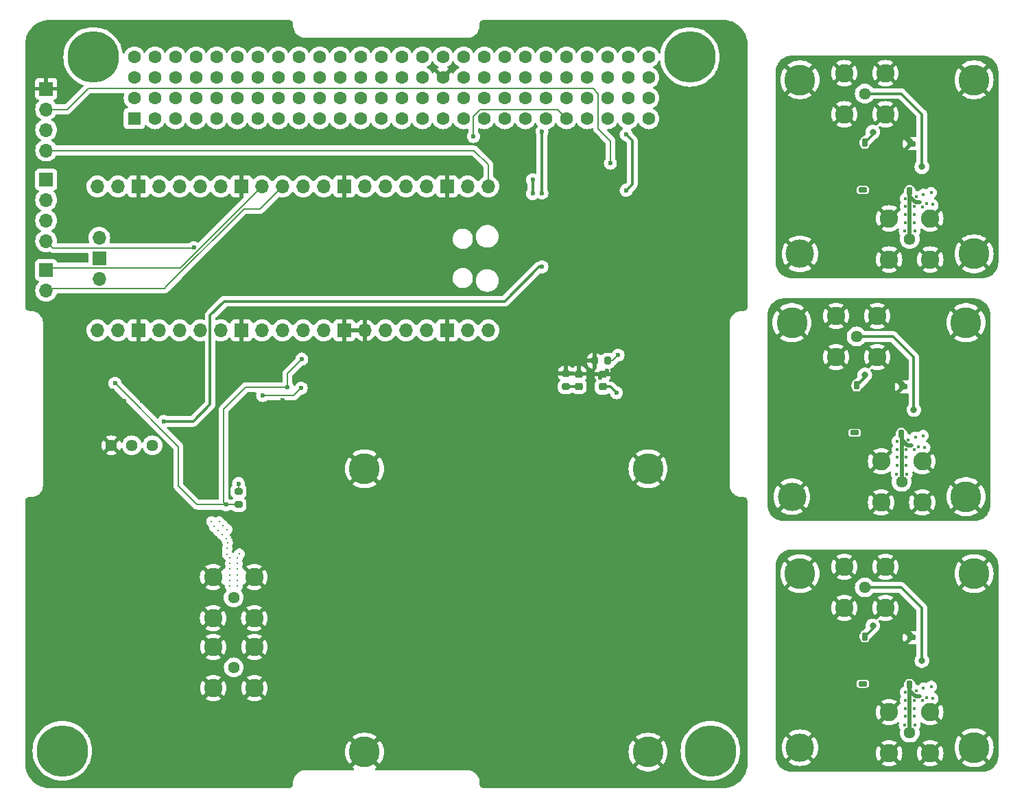
<source format=gbl>
%MOIN*%
%OFA0B0*%
%FSLAX46Y46*%
%IPPOS*%
%LPD*%
%AMRoundRect*
4,1,4,
0.07874015748031496,0.11811023622047245,
0.15748031496062992,0.19685039370078741,
0.23622047244094491,0.27559055118110237,
0.31496062992125984,0.35433070866141736,
0.07874015748031496,0.11811023622047245,
0*
1,1,$1,$2,$3*
1,1,$1,$2,$3*
1,1,$1,$2,$3*
1,1,$1,$2,$3*
20,1,$1,$2,$3,$4,$5,0*
20,1,$1,$2,$3,$4,$5,0*
20,1,$1,$2,$3,$4,$5,0*
20,1,$1,$2,$3,$4,$5,0*%
%AMCOMP1*
4,1,3,
0.00984251968503937,-0.0088582677165354329,
0.00984251968503937,0.0088582677165354329,
-0.00984251968503937,0.0088582677165354329,
-0.00984251968503937,-0.0088582677165354329,
0*
4,1,19,
0.00984251968503937,0,
0.012579874950171779,-0.00043355448163741962,
0.015049278809677422,-0.0016917785931353079,
0.017009008808439495,-0.0036515085918973839,
0.018267232919937385,-0.0061209124514030253,
0.018700787401574805,-0.0088582677165354329,
0.018267232919937385,-0.011595622981667842,
0.017009008808439495,-0.014065026841173483,
0.015049278809677422,-0.01602475683993556,
0.012579874950171779,-0.017282980951433446,
0.00984251968503937,-0.017716535433070866,
0.0071051644199069588,-0.017282980951433446,
0.0046357605604013218,-0.01602475683993556,
0.0026760305616392458,-0.014065026841173483,
0.0014178064501413565,-0.011595622981667842,
0.00098425196850393678,-0.0088582677165354347,
0.0014178064501413554,-0.0061209124514030279,
0.0026760305616392436,-0.0036515085918973861,
0.0046357605604013183,-0.001691778593135309,
0.0071051644199069614,-0.00043355448163741962,
0*
4,1,19,
0.00984251968503937,0.017716535433070866,
0.012579874950171779,0.017282980951433446,
0.015049278809677422,0.01602475683993556,
0.017009008808439495,0.014065026841173483,
0.018267232919937385,0.011595622981667842,
0.018700787401574805,0.0088582677165354329,
0.018267232919937385,0.0061209124514030253,
0.017009008808439495,0.0036515085918973852,
0.015049278809677422,0.001691778593135309,
0.012579874950171779,0.00043355448163741962,
0.00984251968503937,0,
0.0071051644199069588,0.00043355448163741962,
0.0046357605604013218,0.0016917785931353068,
0.0026760305616392458,0.003651508591897383,
0.0014178064501413565,0.0061209124514030244,
0.00098425196850393678,0.0088582677165354329,
0.0014178064501413554,0.011595622981667841,
0.0026760305616392436,0.014065026841173481,
0.0046357605604013183,0.01602475683993556,
0.0071051644199069614,0.017282980951433446,
0*
4,1,19,
-0.00984251968503937,0.017716535433070866,
-0.0071051644199069623,0.017282980951433446,
-0.0046357605604013209,0.01602475683993556,
-0.0026760305616392449,0.014065026841173483,
-0.0014178064501413565,0.011595622981667842,
-0.00098425196850393678,0.0088582677165354329,
-0.0014178064501413554,0.0061209124514030253,
-0.0026760305616392449,0.0036515085918973852,
-0.00463576056040132,0.001691778593135309,
-0.0071051644199069614,0.00043355448163741962,
-0.00984251968503937,0,
-0.012579874950171783,0.00043355448163741962,
-0.01504927880967742,0.0016917785931353068,
-0.017009008808439495,0.003651508591897383,
-0.018267232919937385,0.0061209124514030244,
-0.018700787401574805,0.0088582677165354329,
-0.018267232919937385,0.011595622981667841,
-0.0170090088084395,0.014065026841173481,
-0.015049278809677422,0.01602475683993556,
-0.012579874950171779,0.017282980951433446,
0*
4,1,19,
-0.00984251968503937,0,
-0.0071051644199069623,-0.00043355448163741962,
-0.0046357605604013209,-0.0016917785931353079,
-0.0026760305616392449,-0.0036515085918973839,
-0.0014178064501413565,-0.0061209124514030253,
-0.00098425196850393678,-0.0088582677165354329,
-0.0014178064501413554,-0.011595622981667842,
-0.0026760305616392449,-0.014065026841173483,
-0.00463576056040132,-0.01602475683993556,
-0.0071051644199069614,-0.017282980951433446,
-0.00984251968503937,-0.017716535433070866,
-0.012579874950171783,-0.017282980951433446,
-0.01504927880967742,-0.01602475683993556,
-0.017009008808439495,-0.014065026841173483,
-0.018267232919937385,-0.011595622981667842,
-0.018700787401574805,-0.0088582677165354347,
-0.018267232919937385,-0.0061209124514030279,
-0.0170090088084395,-0.0036515085918973861,
-0.015049278809677422,-0.001691778593135309,
-0.012579874950171779,-0.00043355448163741962,
0*
4,1,3,
0.018700787401574805,-0.0088582677165354329,
0.00098425196850393678,-0.0088582677165354329,
0.00098425196850393678,0.0088582677165354329,
0.018700787401574805,0.0088582677165354329,
0*
4,1,3,
0.00984251968503937,0.017716535433070866,
0.00984251968503937,0,
-0.00984251968503937,0,
-0.00984251968503937,0.017716535433070866,
0*
4,1,3,
-0.018700787401574805,0.0088582677165354329,
-0.00098425196850393678,0.0088582677165354329,
-0.00098425196850393678,-0.0088582677165354329,
-0.018700787401574805,-0.0088582677165354329,
0*
4,1,3,
-0.00984251968503937,-0.017716535433070866,
-0.00984251968503937,0,
0.00984251968503937,0,
0.00984251968503937,-0.017716535433070866,
0*%
%AMCOMP2*
4,1,3,
0.0078740157480314977,0.010826771653543309,
-0.0078740157480314977,0.010826771653543309,
-0.0078740157480314977,-0.010826771653543309,
0.0078740157480314977,-0.010826771653543309,
0*
4,1,19,
0.0078740157480314977,0.018700787401574805,
0.010307220428149194,0.018315405640119319,
0.012502246081043097,0.017196984207676753,
0.014244228302164944,0.015455001986554908,
0.015362649734607511,0.013259976333661005,
0.015748031496062995,0.010826771653543309,
0.015362649734607511,0.0083935669734256126,
0.014244228302164944,0.0061985413205317089,
0.0125022460810431,0.0044565590994098637,
0.010307220428149194,0.0033381376669672958,
0.0078740157480314977,0.0029527559055118114,
0.005440811067913799,0.0033381376669672958,
0.0032457854150198975,0.0044565590994098628,
0.0015038031938980523,0.0061985413205317081,
0.00038538176145548424,0.00839356697342561,
0,0.010826771653543307,
0.00038538176145548316,0.013259976333661003,
0.0015038031938980512,0.015455001986554907,
0.0032457854150198949,0.017196984207676753,
0.005440811067913799,0.018315405640119319,
0*
4,1,19,
-0.0078740157480314977,0.018700787401574805,
-0.0054408110679138007,0.018315405640119319,
-0.0032457854150198971,0.017196984207676753,
-0.0015038031938980512,0.015455001986554908,
-0.00038538176145548424,0.013259976333661005,
0,0.010826771653543309,
-0.00038538176145548316,0.0083935669734256126,
-0.0015038031938980512,0.0061985413205317089,
-0.0032457854150198962,0.0044565590994098637,
-0.0054408110679138,0.0033381376669672958,
-0.007874015748031496,0.0029527559055118114,
-0.010307220428149196,0.0033381376669672958,
-0.012502246081043097,0.0044565590994098628,
-0.01424422830216494,0.0061985413205317081,
-0.015362649734607511,0.00839356697342561,
-0.015748031496062995,0.010826771653543307,
-0.015362649734607511,0.013259976333661003,
-0.014244228302164944,0.015455001986554907,
-0.0125022460810431,0.017196984207676753,
-0.010307220428149196,0.018315405640119319,
0*
4,1,19,
-0.0078740157480314977,-0.0029527559055118114,
-0.0054408110679138007,-0.0033381376669672958,
-0.0032457854150198971,-0.0044565590994098628,
-0.0015038031938980512,-0.0061985413205317089,
-0.00038538176145548424,-0.0083935669734256126,
0,-0.010826771653543309,
-0.00038538176145548316,-0.013259976333661005,
-0.0015038031938980512,-0.015455001986554908,
-0.0032457854150198962,-0.017196984207676753,
-0.0054408110679138,-0.018315405640119319,
-0.007874015748031496,-0.018700787401574805,
-0.010307220428149196,-0.018315405640119319,
-0.012502246081043097,-0.017196984207676753,
-0.01424422830216494,-0.015455001986554908,
-0.015362649734607511,-0.013259976333661007,
-0.015748031496062995,-0.01082677165354331,
-0.015362649734607511,-0.0083935669734256143,
-0.014244228302164944,-0.0061985413205317107,
-0.0125022460810431,-0.0044565590994098637,
-0.010307220428149196,-0.0033381376669672958,
0*
4,1,19,
0.0078740157480314977,-0.0029527559055118114,
0.010307220428149194,-0.0033381376669672958,
0.012502246081043097,-0.0044565590994098628,
0.014244228302164944,-0.0061985413205317089,
0.015362649734607511,-0.0083935669734256126,
0.015748031496062995,-0.010826771653543309,
0.015362649734607511,-0.013259976333661005,
0.014244228302164944,-0.015455001986554908,
0.0125022460810431,-0.017196984207676753,
0.010307220428149194,-0.018315405640119319,
0.0078740157480314977,-0.018700787401574805,
0.005440811067913799,-0.018315405640119319,
0.0032457854150198975,-0.017196984207676753,
0.0015038031938980523,-0.015455001986554908,
0.00038538176145548424,-0.013259976333661007,
0,-0.01082677165354331,
0.00038538176145548316,-0.0083935669734256143,
0.0015038031938980512,-0.0061985413205317107,
0.0032457854150198949,-0.0044565590994098637,
0.005440811067913799,-0.0033381376669672958,
0*
4,1,3,
0.0078740157480314977,0.018700787401574805,
0.0078740157480314977,0.0029527559055118114,
-0.0078740157480314977,0.0029527559055118114,
-0.0078740157480314977,0.018700787401574805,
0*
4,1,3,
-0.015748031496062995,0.010826771653543309,
0,0.010826771653543309,
0,-0.010826771653543309,
-0.015748031496062995,-0.010826771653543309,
0*
4,1,3,
-0.0078740157480314977,-0.018700787401574805,
-0.0078740157480314977,-0.0029527559055118114,
0.0078740157480314977,-0.0029527559055118114,
0.0078740157480314977,-0.018700787401574805,
0*
4,1,3,
0.015748031496062995,-0.010826771653543309,
0,-0.010826771653543309,
0,0.010826771653543309,
0.015748031496062995,0.010826771653543309,
0*%
%AMCOMP3*
4,1,3,
-0.010826771653543309,0.0078740157480314977,
-0.010826771653543309,-0.0078740157480314977,
0.010826771653543309,-0.0078740157480314977,
0.010826771653543309,0.0078740157480314977,
0*
4,1,19,
-0.010826771653543309,0.015748031496062995,
-0.0083935669734256126,0.015362649734607511,
-0.0061985413205317089,0.014244228302164944,
-0.0044565590994098628,0.012502246081043097,
-0.0033381376669672958,0.010307220428149194,
-0.0029527559055118114,0.0078740157480314977,
-0.0033381376669672949,0.0054408110679138007,
-0.0044565590994098628,0.0032457854150198975,
-0.0061985413205317081,0.0015038031938980523,
-0.00839356697342561,0.00038538176145548424,
-0.010826771653543309,0,
-0.013259976333661007,0.00038538176145548424,
-0.015455001986554908,0.0015038031938980512,
-0.017196984207676753,0.0032457854150198962,
-0.018315405640119319,0.0054408110679138,
-0.018700787401574805,0.007874015748031496,
-0.018315405640119322,0.010307220428149194,
-0.017196984207676753,0.012502246081043094,
-0.01545500198655491,0.01424422830216494,
-0.013259976333661007,0.015362649734607511,
0*
4,1,19,
-0.010826771653543309,0,
-0.0083935669734256126,-0.00038538176145548424,
-0.0061985413205317089,-0.0015038031938980512,
-0.0044565590994098628,-0.0032457854150198971,
-0.0033381376669672958,-0.0054408110679138007,
-0.0029527559055118114,-0.0078740157480314977,
-0.0033381376669672949,-0.010307220428149194,
-0.0044565590994098628,-0.012502246081043097,
-0.0061985413205317081,-0.01424422830216494,
-0.00839356697342561,-0.015362649734607511,
-0.010826771653543309,-0.015748031496062995,
-0.013259976333661007,-0.015362649734607511,
-0.015455001986554908,-0.014244228302164944,
-0.017196984207676753,-0.0125022460810431,
-0.018315405640119319,-0.010307220428149196,
-0.018700787401574805,-0.0078740157480314977,
-0.018315405640119322,-0.0054408110679138016,
-0.017196984207676753,-0.0032457854150198988,
-0.01545500198655491,-0.0015038031938980523,
-0.013259976333661007,-0.00038538176145548424,
0*
4,1,19,
0.010826771653543309,0,
0.013259976333661005,-0.00038538176145548424,
0.015455001986554908,-0.0015038031938980512,
0.017196984207676753,-0.0032457854150198971,
0.018315405640119319,-0.0054408110679138007,
0.018700787401574805,-0.0078740157480314977,
0.018315405640119322,-0.010307220428149194,
0.017196984207676753,-0.012502246081043097,
0.015455001986554908,-0.01424422830216494,
0.013259976333661007,-0.015362649734607511,
0.010826771653543309,-0.015748031496062995,
0.00839356697342561,-0.015362649734607511,
0.0061985413205317089,-0.014244228302164944,
0.0044565590994098637,-0.0125022460810431,
0.0033381376669672958,-0.010307220428149196,
0.0029527559055118114,-0.0078740157480314977,
0.0033381376669672949,-0.0054408110679138016,
0.0044565590994098628,-0.0032457854150198988,
0.0061985413205317063,-0.0015038031938980523,
0.00839356697342561,-0.00038538176145548424,
0*
4,1,19,
0.010826771653543309,0.015748031496062995,
0.013259976333661005,0.015362649734607511,
0.015455001986554908,0.014244228302164944,
0.017196984207676753,0.012502246081043097,
0.018315405640119319,0.010307220428149194,
0.018700787401574805,0.0078740157480314977,
0.018315405640119322,0.0054408110679138007,
0.017196984207676753,0.0032457854150198975,
0.015455001986554908,0.0015038031938980523,
0.013259976333661007,0.00038538176145548424,
0.010826771653543309,0,
0.00839356697342561,0.00038538176145548424,
0.0061985413205317089,0.0015038031938980512,
0.0044565590994098637,0.0032457854150198962,
0.0033381376669672958,0.0054408110679138,
0.0029527559055118114,0.007874015748031496,
0.0033381376669672949,0.010307220428149194,
0.0044565590994098628,0.012502246081043094,
0.0061985413205317063,0.01424422830216494,
0.00839356697342561,0.015362649734607511,
0*
4,1,3,
-0.018700787401574805,0.0078740157480314977,
-0.0029527559055118114,0.0078740157480314977,
-0.0029527559055118114,-0.0078740157480314977,
-0.018700787401574805,-0.0078740157480314977,
0*
4,1,3,
-0.010826771653543309,-0.015748031496062995,
-0.010826771653543309,0,
0.010826771653543309,0,
0.010826771653543309,-0.015748031496062995,
0*
4,1,3,
0.018700787401574805,-0.0078740157480314977,
0.0029527559055118114,-0.0078740157480314977,
0.0029527559055118114,0.0078740157480314977,
0.018700787401574805,0.0078740157480314977,
0*
4,1,3,
0.010826771653543309,0.015748031496062995,
0.010826771653543309,0,
-0.010826771653543309,0,
-0.010826771653543309,0.015748031496062995,
0*%
%AMCOMP4*
4,1,3,
0.010826771653543309,-0.0078740157480314977,
0.010826771653543309,0.0078740157480314977,
-0.010826771653543309,0.0078740157480314977,
-0.010826771653543309,-0.0078740157480314977,
0*
4,1,19,
0.010826771653543309,0,
0.013259976333661005,-0.00038538176145548424,
0.015455001986554908,-0.0015038031938980512,
0.017196984207676753,-0.0032457854150198971,
0.018315405640119319,-0.0054408110679138007,
0.018700787401574805,-0.0078740157480314977,
0.018315405640119322,-0.010307220428149194,
0.017196984207676753,-0.012502246081043097,
0.015455001986554908,-0.01424422830216494,
0.013259976333661007,-0.015362649734607511,
0.010826771653543309,-0.015748031496062995,
0.00839356697342561,-0.015362649734607511,
0.0061985413205317089,-0.014244228302164944,
0.0044565590994098637,-0.0125022460810431,
0.0033381376669672958,-0.010307220428149196,
0.0029527559055118114,-0.0078740157480314977,
0.0033381376669672949,-0.0054408110679138016,
0.0044565590994098628,-0.0032457854150198988,
0.0061985413205317063,-0.0015038031938980523,
0.00839356697342561,-0.00038538176145548424,
0*
4,1,19,
0.010826771653543309,0.015748031496062995,
0.013259976333661005,0.015362649734607511,
0.015455001986554908,0.014244228302164944,
0.017196984207676753,0.012502246081043097,
0.018315405640119319,0.010307220428149194,
0.018700787401574805,0.0078740157480314977,
0.018315405640119322,0.0054408110679138007,
0.017196984207676753,0.0032457854150198975,
0.015455001986554908,0.0015038031938980523,
0.013259976333661007,0.00038538176145548424,
0.010826771653543309,0,
0.00839356697342561,0.00038538176145548424,
0.0061985413205317089,0.0015038031938980512,
0.0044565590994098637,0.0032457854150198962,
0.0033381376669672958,0.0054408110679138,
0.0029527559055118114,0.007874015748031496,
0.0033381376669672949,0.010307220428149194,
0.0044565590994098628,0.012502246081043094,
0.0061985413205317063,0.01424422830216494,
0.00839356697342561,0.015362649734607511,
0*
4,1,19,
-0.010826771653543309,0.015748031496062995,
-0.0083935669734256126,0.015362649734607511,
-0.0061985413205317089,0.014244228302164944,
-0.0044565590994098628,0.012502246081043097,
-0.0033381376669672958,0.010307220428149194,
-0.0029527559055118114,0.0078740157480314977,
-0.0033381376669672949,0.0054408110679138007,
-0.0044565590994098628,0.0032457854150198975,
-0.0061985413205317081,0.0015038031938980523,
-0.00839356697342561,0.00038538176145548424,
-0.010826771653543309,0,
-0.013259976333661007,0.00038538176145548424,
-0.015455001986554908,0.0015038031938980512,
-0.017196984207676753,0.0032457854150198962,
-0.018315405640119319,0.0054408110679138,
-0.018700787401574805,0.007874015748031496,
-0.018315405640119322,0.010307220428149194,
-0.017196984207676753,0.012502246081043094,
-0.01545500198655491,0.01424422830216494,
-0.013259976333661007,0.015362649734607511,
0*
4,1,19,
-0.010826771653543309,0,
-0.0083935669734256126,-0.00038538176145548424,
-0.0061985413205317089,-0.0015038031938980512,
-0.0044565590994098628,-0.0032457854150198971,
-0.0033381376669672958,-0.0054408110679138007,
-0.0029527559055118114,-0.0078740157480314977,
-0.0033381376669672949,-0.010307220428149194,
-0.0044565590994098628,-0.012502246081043097,
-0.0061985413205317081,-0.01424422830216494,
-0.00839356697342561,-0.015362649734607511,
-0.010826771653543309,-0.015748031496062995,
-0.013259976333661007,-0.015362649734607511,
-0.015455001986554908,-0.014244228302164944,
-0.017196984207676753,-0.0125022460810431,
-0.018315405640119319,-0.010307220428149196,
-0.018700787401574805,-0.0078740157480314977,
-0.018315405640119322,-0.0054408110679138016,
-0.017196984207676753,-0.0032457854150198988,
-0.01545500198655491,-0.0015038031938980523,
-0.013259976333661007,-0.00038538176145548424,
0*
4,1,3,
0.018700787401574805,-0.0078740157480314977,
0.0029527559055118114,-0.0078740157480314977,
0.0029527559055118114,0.0078740157480314977,
0.018700787401574805,0.0078740157480314977,
0*
4,1,3,
0.010826771653543309,0.015748031496062995,
0.010826771653543309,0,
-0.010826771653543309,0,
-0.010826771653543309,0.015748031496062995,
0*
4,1,3,
-0.018700787401574805,0.0078740157480314977,
-0.0029527559055118114,0.0078740157480314977,
-0.0029527559055118114,-0.0078740157480314977,
-0.018700787401574805,-0.0078740157480314977,
0*
4,1,3,
-0.010826771653543309,-0.015748031496062995,
-0.010826771653543309,0,
0.010826771653543309,0,
0.010826771653543309,-0.015748031496062995,
0*%
%AMRoundRect0*
4,1,4,
0.07874015748031496,0.11811023622047245,
0.15748031496062992,0.19685039370078741,
0.23622047244094491,0.27559055118110237,
0.31496062992125984,0.35433070866141736,
0.07874015748031496,0.11811023622047245,
0*
1,1,$1,$2,$3*
1,1,$1,$2,$3*
1,1,$1,$2,$3*
1,1,$1,$2,$3*
20,1,$1,$2,$3,$4,$5,0*
20,1,$1,$2,$3,$4,$5,0*
20,1,$1,$2,$3,$4,$5,0*
20,1,$1,$2,$3,$4,$5,0*%
%AMCOMP610*
4,1,3,
0.015748031496062995,-0.005905511811023622,
0.015748031496062995,0.005905511811023622,
-0.015748031496062995,0.005905511811023622,
-0.015748031496062995,-0.005905511811023622,
0*
4,1,19,
0.015748031496062995,0,
0.017572935006151265,-0.00028903632109161348,
0.019219204245821693,-0.0011278523954235389,
0.020525690911663074,-0.0024343390612649222,
0.021364506985995006,-0.00408060830093535,
0.021653543307086617,-0.005905511811023622,
0.021364506985995006,-0.007730415321111894,
0.020525690911663074,-0.0093766845607823213,
0.019219204245821693,-0.010683171226623704,
0.017572935006151265,-0.011521987300955629,
0.015748031496062995,-0.011811023622047244,
0.013923127985974721,-0.011521987300955629,
0.012276858746304294,-0.010683171226623706,
0.010970372080462911,-0.0093766845607823231,
0.010131556006130985,-0.0077304153211118949,
0.00984251968503937,-0.0059055118110236228,
0.010131556006130983,-0.0040806083009353507,
0.010970372080462908,-0.0024343390612649239,
0.012276858746304293,-0.0011278523954235395,
0.013923127985974721,-0.00028903632109161348,
0*
4,1,19,
0.015748031496062995,0.011811023622047244,
0.017572935006151265,0.011521987300955629,
0.019219204245821693,0.010683171226623704,
0.020525690911663074,0.0093766845607823213,
0.021364506985995006,0.0077304153211118949,
0.021653543307086617,0.005905511811023622,
0.021364506985995006,0.0040806083009353507,
0.020525690911663074,0.002434339061264923,
0.019219204245821693,0.0011278523954235395,
0.017572935006151265,0.00028903632109161348,
0.015748031496062995,0,
0.013923127985974721,0.00028903632109161348,
0.012276858746304294,0.0011278523954235378,
0.010970372080462911,0.0024343390612649217,
0.010131556006130985,0.00408060830093535,
0.00984251968503937,0.0059055118110236211,
0.010131556006130983,0.0077304153211118923,
0.010970372080462908,0.0093766845607823213,
0.012276858746304293,0.010683171226623704,
0.013923127985974721,0.011521987300955629,
0*
4,1,19,
-0.015748031496062995,0.011811023622047244,
-0.013923127985974722,0.011521987300955629,
-0.012276858746304294,0.010683171226623704,
-0.010970372080462911,0.0093766845607823213,
-0.010131556006130985,0.0077304153211118949,
-0.00984251968503937,0.005905511811023622,
-0.010131556006130983,0.0040806083009353507,
-0.010970372080462911,0.002434339061264923,
-0.012276858746304294,0.0011278523954235395,
-0.013923127985974722,0.00028903632109161348,
-0.015748031496062995,0,
-0.017572935006151268,0.00028903632109161348,
-0.019219204245821693,0.0011278523954235378,
-0.020525690911663074,0.0024343390612649217,
-0.021364506985995006,0.00408060830093535,
-0.021653543307086617,0.0059055118110236211,
-0.021364506985995006,0.0077304153211118923,
-0.020525690911663078,0.0093766845607823213,
-0.019219204245821696,0.010683171226623704,
-0.017572935006151268,0.011521987300955629,
0*
4,1,19,
-0.015748031496062995,0,
-0.013923127985974722,-0.00028903632109161348,
-0.012276858746304294,-0.0011278523954235389,
-0.010970372080462911,-0.0024343390612649222,
-0.010131556006130985,-0.00408060830093535,
-0.00984251968503937,-0.005905511811023622,
-0.010131556006130983,-0.007730415321111894,
-0.010970372080462911,-0.0093766845607823213,
-0.012276858746304294,-0.010683171226623704,
-0.013923127985974722,-0.011521987300955629,
-0.015748031496062995,-0.011811023622047244,
-0.017572935006151268,-0.011521987300955629,
-0.019219204245821693,-0.010683171226623706,
-0.020525690911663074,-0.0093766845607823231,
-0.021364506985995006,-0.0077304153211118949,
-0.021653543307086617,-0.0059055118110236228,
-0.021364506985995006,-0.0040806083009353507,
-0.020525690911663078,-0.0024343390612649239,
-0.019219204245821696,-0.0011278523954235395,
-0.017572935006151268,-0.00028903632109161348,
0*
4,1,3,
0.021653543307086617,-0.005905511811023622,
0.00984251968503937,-0.005905511811023622,
0.00984251968503937,0.005905511811023622,
0.021653543307086617,0.005905511811023622,
0*
4,1,3,
0.015748031496062995,0.011811023622047244,
0.015748031496062995,0,
-0.015748031496062995,0,
-0.015748031496062995,0.011811023622047244,
0*
4,1,3,
-0.021653543307086617,0.005905511811023622,
-0.00984251968503937,0.005905511811023622,
-0.00984251968503937,-0.005905511811023622,
-0.021653543307086617,-0.005905511811023622,
0*
4,1,3,
-0.015748031496062995,-0.011811023622047244,
-0.015748031496062995,0,
0.015748031496062995,0,
0.015748031496062995,-0.011811023622047244,
0*%
%AMCOMP620*
4,1,3,
0.005905511811023622,0.015748031496062995,
-0.005905511811023622,0.015748031496062995,
-0.005905511811023622,-0.015748031496062995,
0.005905511811023622,-0.015748031496062995,
0*
4,1,19,
0.005905511811023622,0.021653543307086617,
0.0077304153211118949,0.021364506985995006,
0.0093766845607823213,0.020525690911663074,
0.010683171226623704,0.019219204245821693,
0.011521987300955629,0.017572935006151265,
0.011811023622047244,0.015748031496062995,
0.011521987300955631,0.013923127985974722,
0.010683171226623704,0.012276858746304294,
0.0093766845607823231,0.010970372080462911,
0.0077304153211118949,0.010131556006130985,
0.0059055118110236228,0.00984251968503937,
0.0040806083009353481,0.010131556006130985,
0.002434339061264923,0.010970372080462908,
0.0011278523954235395,0.012276858746304294,
0.00028903632109161348,0.013923127985974721,
0,0.015748031496062995,
0.00028903632109161234,0.017572935006151265,
0.0011278523954235378,0.019219204245821693,
0.0024343390612649213,0.020525690911663074,
0.0040806083009353481,0.021364506985995006,
0*
4,1,19,
-0.005905511811023622,0.021653543307086617,
-0.00408060830093535,0.021364506985995006,
-0.0024343390612649222,0.020525690911663074,
-0.0011278523954235389,0.019219204245821693,
-0.00028903632109161348,0.017572935006151265,
0,0.015748031496062995,
-0.00028903632109161234,0.013923127985974722,
-0.0011278523954235389,0.012276858746304294,
-0.0024343390612649217,0.010970372080462911,
-0.00408060830093535,0.010131556006130985,
-0.0059055118110236211,0.00984251968503937,
-0.0077304153211118958,0.010131556006130985,
-0.0093766845607823213,0.010970372080462908,
-0.010683171226623704,0.012276858746304294,
-0.011521987300955629,0.013923127985974721,
-0.011811023622047244,0.015748031496062995,
-0.011521987300955631,0.017572935006151265,
-0.010683171226623706,0.019219204245821693,
-0.0093766845607823231,0.020525690911663074,
-0.0077304153211118958,0.021364506985995006,
0*
4,1,19,
-0.005905511811023622,-0.00984251968503937,
-0.00408060830093535,-0.010131556006130985,
-0.0024343390612649222,-0.010970372080462911,
-0.0011278523954235389,-0.012276858746304294,
-0.00028903632109161348,-0.013923127985974722,
0,-0.015748031496062995,
-0.00028903632109161234,-0.017572935006151265,
-0.0011278523954235389,-0.019219204245821693,
-0.0024343390612649217,-0.020525690911663074,
-0.00408060830093535,-0.021364506985995006,
-0.0059055118110236211,-0.021653543307086617,
-0.0077304153211118958,-0.021364506985995006,
-0.0093766845607823213,-0.020525690911663078,
-0.010683171226623704,-0.019219204245821693,
-0.011521987300955629,-0.017572935006151268,
-0.011811023622047244,-0.015748031496062995,
-0.011521987300955631,-0.013923127985974722,
-0.010683171226623706,-0.012276858746304296,
-0.0093766845607823231,-0.010970372080462911,
-0.0077304153211118958,-0.010131556006130985,
0*
4,1,19,
0.005905511811023622,-0.00984251968503937,
0.0077304153211118949,-0.010131556006130985,
0.0093766845607823213,-0.010970372080462911,
0.010683171226623704,-0.012276858746304294,
0.011521987300955629,-0.013923127985974722,
0.011811023622047244,-0.015748031496062995,
0.011521987300955631,-0.017572935006151265,
0.010683171226623704,-0.019219204245821693,
0.0093766845607823231,-0.020525690911663074,
0.0077304153211118949,-0.021364506985995006,
0.0059055118110236228,-0.021653543307086617,
0.0040806083009353481,-0.021364506985995006,
0.002434339061264923,-0.020525690911663078,
0.0011278523954235395,-0.019219204245821693,
0.00028903632109161348,-0.017572935006151268,
0,-0.015748031496062995,
0.00028903632109161234,-0.013923127985974722,
0.0011278523954235378,-0.012276858746304296,
0.0024343390612649213,-0.010970372080462911,
0.0040806083009353481,-0.010131556006130985,
0*
4,1,3,
0.005905511811023622,0.021653543307086617,
0.005905511811023622,0.00984251968503937,
-0.005905511811023622,0.00984251968503937,
-0.005905511811023622,0.021653543307086617,
0*
4,1,3,
-0.011811023622047244,0.015748031496062995,
0,0.015748031496062995,
0,-0.015748031496062995,
-0.011811023622047244,-0.015748031496062995,
0*
4,1,3,
-0.005905511811023622,-0.021653543307086617,
-0.005905511811023622,-0.00984251968503937,
0.005905511811023622,-0.00984251968503937,
0.005905511811023622,-0.021653543307086617,
0*
4,1,3,
0.011811023622047244,-0.015748031496062995,
0,-0.015748031496062995,
0,0.015748031496062995,
0.011811023622047244,0.015748031496062995,
0*%
%AMRoundRect1*
4,1,4,
0.07874015748031496,0.11811023622047245,
0.15748031496062992,0.19685039370078741,
0.23622047244094491,0.27559055118110237,
0.31496062992125984,0.35433070866141736,
0.07874015748031496,0.11811023622047245,
0*
1,1,$1,$2,$3*
1,1,$1,$2,$3*
1,1,$1,$2,$3*
1,1,$1,$2,$3*
20,1,$1,$2,$3,$4,$5,0*
20,1,$1,$2,$3,$4,$5,0*
20,1,$1,$2,$3,$4,$5,0*
20,1,$1,$2,$3,$4,$5,0*%
%AMCOMP940*
4,1,3,
0.015748031496062995,-0.005905511811023622,
0.015748031496062995,0.005905511811023622,
-0.015748031496062995,0.005905511811023622,
-0.015748031496062995,-0.005905511811023622,
0*
4,1,19,
0.015748031496062995,0,
0.017572935006151265,-0.00028903632109161348,
0.019219204245821693,-0.0011278523954235389,
0.020525690911663074,-0.0024343390612649222,
0.021364506985995006,-0.00408060830093535,
0.021653543307086617,-0.005905511811023622,
0.021364506985995006,-0.007730415321111894,
0.020525690911663074,-0.0093766845607823213,
0.019219204245821693,-0.010683171226623704,
0.017572935006151265,-0.011521987300955629,
0.015748031496062995,-0.011811023622047244,
0.013923127985974721,-0.011521987300955629,
0.012276858746304294,-0.010683171226623706,
0.010970372080462911,-0.0093766845607823231,
0.010131556006130985,-0.0077304153211118949,
0.00984251968503937,-0.0059055118110236228,
0.010131556006130983,-0.0040806083009353507,
0.010970372080462908,-0.0024343390612649239,
0.012276858746304293,-0.0011278523954235395,
0.013923127985974721,-0.00028903632109161348,
0*
4,1,19,
0.015748031496062995,0.011811023622047244,
0.017572935006151265,0.011521987300955629,
0.019219204245821693,0.010683171226623704,
0.020525690911663074,0.0093766845607823213,
0.021364506985995006,0.0077304153211118949,
0.021653543307086617,0.005905511811023622,
0.021364506985995006,0.0040806083009353507,
0.020525690911663074,0.002434339061264923,
0.019219204245821693,0.0011278523954235395,
0.017572935006151265,0.00028903632109161348,
0.015748031496062995,0,
0.013923127985974721,0.00028903632109161348,
0.012276858746304294,0.0011278523954235378,
0.010970372080462911,0.0024343390612649217,
0.010131556006130985,0.00408060830093535,
0.00984251968503937,0.0059055118110236211,
0.010131556006130983,0.0077304153211118923,
0.010970372080462908,0.0093766845607823213,
0.012276858746304293,0.010683171226623704,
0.013923127985974721,0.011521987300955629,
0*
4,1,19,
-0.015748031496062995,0.011811023622047244,
-0.013923127985974722,0.011521987300955629,
-0.012276858746304294,0.010683171226623704,
-0.010970372080462911,0.0093766845607823213,
-0.010131556006130985,0.0077304153211118949,
-0.00984251968503937,0.005905511811023622,
-0.010131556006130983,0.0040806083009353507,
-0.010970372080462911,0.002434339061264923,
-0.012276858746304294,0.0011278523954235395,
-0.013923127985974722,0.00028903632109161348,
-0.015748031496062995,0,
-0.017572935006151268,0.00028903632109161348,
-0.019219204245821693,0.0011278523954235378,
-0.020525690911663074,0.0024343390612649217,
-0.021364506985995006,0.00408060830093535,
-0.021653543307086617,0.0059055118110236211,
-0.021364506985995006,0.0077304153211118923,
-0.020525690911663078,0.0093766845607823213,
-0.019219204245821696,0.010683171226623704,
-0.017572935006151268,0.011521987300955629,
0*
4,1,19,
-0.015748031496062995,0,
-0.013923127985974722,-0.00028903632109161348,
-0.012276858746304294,-0.0011278523954235389,
-0.010970372080462911,-0.0024343390612649222,
-0.010131556006130985,-0.00408060830093535,
-0.00984251968503937,-0.005905511811023622,
-0.010131556006130983,-0.007730415321111894,
-0.010970372080462911,-0.0093766845607823213,
-0.012276858746304294,-0.010683171226623704,
-0.013923127985974722,-0.011521987300955629,
-0.015748031496062995,-0.011811023622047244,
-0.017572935006151268,-0.011521987300955629,
-0.019219204245821693,-0.010683171226623706,
-0.020525690911663074,-0.0093766845607823231,
-0.021364506985995006,-0.0077304153211118949,
-0.021653543307086617,-0.0059055118110236228,
-0.021364506985995006,-0.0040806083009353507,
-0.020525690911663078,-0.0024343390612649239,
-0.019219204245821696,-0.0011278523954235395,
-0.017572935006151268,-0.00028903632109161348,
0*
4,1,3,
0.021653543307086617,-0.005905511811023622,
0.00984251968503937,-0.005905511811023622,
0.00984251968503937,0.005905511811023622,
0.021653543307086617,0.005905511811023622,
0*
4,1,3,
0.015748031496062995,0.011811023622047244,
0.015748031496062995,0,
-0.015748031496062995,0,
-0.015748031496062995,0.011811023622047244,
0*
4,1,3,
-0.021653543307086617,0.005905511811023622,
-0.00984251968503937,0.005905511811023622,
-0.00984251968503937,-0.005905511811023622,
-0.021653543307086617,-0.005905511811023622,
0*
4,1,3,
-0.015748031496062995,-0.011811023622047244,
-0.015748031496062995,0,
0.015748031496062995,0,
0.015748031496062995,-0.011811023622047244,
0*%
%AMCOMP950*
4,1,3,
0.005905511811023622,0.015748031496062995,
-0.005905511811023622,0.015748031496062995,
-0.005905511811023622,-0.015748031496062995,
0.005905511811023622,-0.015748031496062995,
0*
4,1,19,
0.005905511811023622,0.021653543307086617,
0.0077304153211118949,0.021364506985995006,
0.0093766845607823213,0.020525690911663074,
0.010683171226623704,0.019219204245821693,
0.011521987300955629,0.017572935006151265,
0.011811023622047244,0.015748031496062995,
0.011521987300955631,0.013923127985974722,
0.010683171226623704,0.012276858746304294,
0.0093766845607823231,0.010970372080462911,
0.0077304153211118949,0.010131556006130985,
0.0059055118110236228,0.00984251968503937,
0.0040806083009353481,0.010131556006130985,
0.002434339061264923,0.010970372080462908,
0.0011278523954235395,0.012276858746304294,
0.00028903632109161348,0.013923127985974721,
0,0.015748031496062995,
0.00028903632109161234,0.017572935006151265,
0.0011278523954235378,0.019219204245821693,
0.0024343390612649213,0.020525690911663074,
0.0040806083009353481,0.021364506985995006,
0*
4,1,19,
-0.005905511811023622,0.021653543307086617,
-0.00408060830093535,0.021364506985995006,
-0.0024343390612649222,0.020525690911663074,
-0.0011278523954235389,0.019219204245821693,
-0.00028903632109161348,0.017572935006151265,
0,0.015748031496062995,
-0.00028903632109161234,0.013923127985974722,
-0.0011278523954235389,0.012276858746304294,
-0.0024343390612649217,0.010970372080462911,
-0.00408060830093535,0.010131556006130985,
-0.0059055118110236211,0.00984251968503937,
-0.0077304153211118958,0.010131556006130985,
-0.0093766845607823213,0.010970372080462908,
-0.010683171226623704,0.012276858746304294,
-0.011521987300955629,0.013923127985974721,
-0.011811023622047244,0.015748031496062995,
-0.011521987300955631,0.017572935006151265,
-0.010683171226623706,0.019219204245821693,
-0.0093766845607823231,0.020525690911663074,
-0.0077304153211118958,0.021364506985995006,
0*
4,1,19,
-0.005905511811023622,-0.00984251968503937,
-0.00408060830093535,-0.010131556006130985,
-0.0024343390612649222,-0.010970372080462911,
-0.0011278523954235389,-0.012276858746304294,
-0.00028903632109161348,-0.013923127985974722,
0,-0.015748031496062995,
-0.00028903632109161234,-0.017572935006151265,
-0.0011278523954235389,-0.019219204245821693,
-0.0024343390612649217,-0.020525690911663074,
-0.00408060830093535,-0.021364506985995006,
-0.0059055118110236211,-0.021653543307086617,
-0.0077304153211118958,-0.021364506985995006,
-0.0093766845607823213,-0.020525690911663078,
-0.010683171226623704,-0.019219204245821693,
-0.011521987300955629,-0.017572935006151268,
-0.011811023622047244,-0.015748031496062995,
-0.011521987300955631,-0.013923127985974722,
-0.010683171226623706,-0.012276858746304296,
-0.0093766845607823231,-0.010970372080462911,
-0.0077304153211118958,-0.010131556006130985,
0*
4,1,19,
0.005905511811023622,-0.00984251968503937,
0.0077304153211118949,-0.010131556006130985,
0.0093766845607823213,-0.010970372080462911,
0.010683171226623704,-0.012276858746304294,
0.011521987300955629,-0.013923127985974722,
0.011811023622047244,-0.015748031496062995,
0.011521987300955631,-0.017572935006151265,
0.010683171226623704,-0.019219204245821693,
0.0093766845607823231,-0.020525690911663074,
0.0077304153211118949,-0.021364506985995006,
0.0059055118110236228,-0.021653543307086617,
0.0040806083009353481,-0.021364506985995006,
0.002434339061264923,-0.020525690911663078,
0.0011278523954235395,-0.019219204245821693,
0.00028903632109161348,-0.017572935006151268,
0,-0.015748031496062995,
0.00028903632109161234,-0.013923127985974722,
0.0011278523954235378,-0.012276858746304296,
0.0024343390612649213,-0.010970372080462911,
0.0040806083009353481,-0.010131556006130985,
0*
4,1,3,
0.005905511811023622,0.021653543307086617,
0.005905511811023622,0.00984251968503937,
-0.005905511811023622,0.00984251968503937,
-0.005905511811023622,0.021653543307086617,
0*
4,1,3,
-0.011811023622047244,0.015748031496062995,
0,0.015748031496062995,
0,-0.015748031496062995,
-0.011811023622047244,-0.015748031496062995,
0*
4,1,3,
-0.005905511811023622,-0.021653543307086617,
-0.005905511811023622,-0.00984251968503937,
0.005905511811023622,-0.00984251968503937,
0.005905511811023622,-0.021653543307086617,
0*
4,1,3,
0.011811023622047244,-0.015748031496062995,
0,-0.015748031496062995,
0,0.015748031496062995,
0.011811023622047244,0.015748031496062995,
0*%
%AMRoundRect0*
4,1,4,
0.07874015748031496,0.11811023622047245,
0.15748031496062992,0.19685039370078741,
0.23622047244094491,0.27559055118110237,
0.31496062992125984,0.35433070866141736,
0.07874015748031496,0.11811023622047245,
0*
1,1,$1,$2,$3*
1,1,$1,$2,$3*
1,1,$1,$2,$3*
1,1,$1,$2,$3*
20,1,$1,$2,$3,$4,$5,0*
20,1,$1,$2,$3,$4,$5,0*
20,1,$1,$2,$3,$4,$5,0*
20,1,$1,$2,$3,$4,$5,0*%
%AMCOMP1270*
4,1,3,
0.015748031496062995,-0.005905511811023622,
0.015748031496062995,0.005905511811023622,
-0.015748031496062995,0.005905511811023622,
-0.015748031496062995,-0.005905511811023622,
0*
4,1,19,
0.015748031496062995,0,
0.017572935006151265,-0.00028903632109161348,
0.019219204245821693,-0.0011278523954235389,
0.020525690911663074,-0.0024343390612649222,
0.021364506985995006,-0.00408060830093535,
0.021653543307086617,-0.005905511811023622,
0.021364506985995006,-0.007730415321111894,
0.020525690911663074,-0.0093766845607823213,
0.019219204245821693,-0.010683171226623704,
0.017572935006151265,-0.011521987300955629,
0.015748031496062995,-0.011811023622047244,
0.013923127985974721,-0.011521987300955629,
0.012276858746304294,-0.010683171226623706,
0.010970372080462911,-0.0093766845607823231,
0.010131556006130985,-0.0077304153211118949,
0.00984251968503937,-0.0059055118110236228,
0.010131556006130983,-0.0040806083009353507,
0.010970372080462908,-0.0024343390612649239,
0.012276858746304293,-0.0011278523954235395,
0.013923127985974721,-0.00028903632109161348,
0*
4,1,19,
0.015748031496062995,0.011811023622047244,
0.017572935006151265,0.011521987300955629,
0.019219204245821693,0.010683171226623704,
0.020525690911663074,0.0093766845607823213,
0.021364506985995006,0.0077304153211118949,
0.021653543307086617,0.005905511811023622,
0.021364506985995006,0.0040806083009353507,
0.020525690911663074,0.002434339061264923,
0.019219204245821693,0.0011278523954235395,
0.017572935006151265,0.00028903632109161348,
0.015748031496062995,0,
0.013923127985974721,0.00028903632109161348,
0.012276858746304294,0.0011278523954235378,
0.010970372080462911,0.0024343390612649217,
0.010131556006130985,0.00408060830093535,
0.00984251968503937,0.0059055118110236211,
0.010131556006130983,0.0077304153211118923,
0.010970372080462908,0.0093766845607823213,
0.012276858746304293,0.010683171226623704,
0.013923127985974721,0.011521987300955629,
0*
4,1,19,
-0.015748031496062995,0.011811023622047244,
-0.013923127985974722,0.011521987300955629,
-0.012276858746304294,0.010683171226623704,
-0.010970372080462911,0.0093766845607823213,
-0.010131556006130985,0.0077304153211118949,
-0.00984251968503937,0.005905511811023622,
-0.010131556006130983,0.0040806083009353507,
-0.010970372080462911,0.002434339061264923,
-0.012276858746304294,0.0011278523954235395,
-0.013923127985974722,0.00028903632109161348,
-0.015748031496062995,0,
-0.017572935006151268,0.00028903632109161348,
-0.019219204245821693,0.0011278523954235378,
-0.020525690911663074,0.0024343390612649217,
-0.021364506985995006,0.00408060830093535,
-0.021653543307086617,0.0059055118110236211,
-0.021364506985995006,0.0077304153211118923,
-0.020525690911663078,0.0093766845607823213,
-0.019219204245821696,0.010683171226623704,
-0.017572935006151268,0.011521987300955629,
0*
4,1,19,
-0.015748031496062995,0,
-0.013923127985974722,-0.00028903632109161348,
-0.012276858746304294,-0.0011278523954235389,
-0.010970372080462911,-0.0024343390612649222,
-0.010131556006130985,-0.00408060830093535,
-0.00984251968503937,-0.005905511811023622,
-0.010131556006130983,-0.007730415321111894,
-0.010970372080462911,-0.0093766845607823213,
-0.012276858746304294,-0.010683171226623704,
-0.013923127985974722,-0.011521987300955629,
-0.015748031496062995,-0.011811023622047244,
-0.017572935006151268,-0.011521987300955629,
-0.019219204245821693,-0.010683171226623706,
-0.020525690911663074,-0.0093766845607823231,
-0.021364506985995006,-0.0077304153211118949,
-0.021653543307086617,-0.0059055118110236228,
-0.021364506985995006,-0.0040806083009353507,
-0.020525690911663078,-0.0024343390612649239,
-0.019219204245821696,-0.0011278523954235395,
-0.017572935006151268,-0.00028903632109161348,
0*
4,1,3,
0.021653543307086617,-0.005905511811023622,
0.00984251968503937,-0.005905511811023622,
0.00984251968503937,0.005905511811023622,
0.021653543307086617,0.005905511811023622,
0*
4,1,3,
0.015748031496062995,0.011811023622047244,
0.015748031496062995,0,
-0.015748031496062995,0,
-0.015748031496062995,0.011811023622047244,
0*
4,1,3,
-0.021653543307086617,0.005905511811023622,
-0.00984251968503937,0.005905511811023622,
-0.00984251968503937,-0.005905511811023622,
-0.021653543307086617,-0.005905511811023622,
0*
4,1,3,
-0.015748031496062995,-0.011811023622047244,
-0.015748031496062995,0,
0.015748031496062995,0,
0.015748031496062995,-0.011811023622047244,
0*%
%AMCOMP1280*
4,1,3,
0.005905511811023622,0.015748031496062995,
-0.005905511811023622,0.015748031496062995,
-0.005905511811023622,-0.015748031496062995,
0.005905511811023622,-0.015748031496062995,
0*
4,1,19,
0.005905511811023622,0.021653543307086617,
0.0077304153211118949,0.021364506985995006,
0.0093766845607823213,0.020525690911663074,
0.010683171226623704,0.019219204245821693,
0.011521987300955629,0.017572935006151265,
0.011811023622047244,0.015748031496062995,
0.011521987300955631,0.013923127985974722,
0.010683171226623704,0.012276858746304294,
0.0093766845607823231,0.010970372080462911,
0.0077304153211118949,0.010131556006130985,
0.0059055118110236228,0.00984251968503937,
0.0040806083009353481,0.010131556006130985,
0.002434339061264923,0.010970372080462908,
0.0011278523954235395,0.012276858746304294,
0.00028903632109161348,0.013923127985974721,
0,0.015748031496062995,
0.00028903632109161234,0.017572935006151265,
0.0011278523954235378,0.019219204245821693,
0.0024343390612649213,0.020525690911663074,
0.0040806083009353481,0.021364506985995006,
0*
4,1,19,
-0.005905511811023622,0.021653543307086617,
-0.00408060830093535,0.021364506985995006,
-0.0024343390612649222,0.020525690911663074,
-0.0011278523954235389,0.019219204245821693,
-0.00028903632109161348,0.017572935006151265,
0,0.015748031496062995,
-0.00028903632109161234,0.013923127985974722,
-0.0011278523954235389,0.012276858746304294,
-0.0024343390612649217,0.010970372080462911,
-0.00408060830093535,0.010131556006130985,
-0.0059055118110236211,0.00984251968503937,
-0.0077304153211118958,0.010131556006130985,
-0.0093766845607823213,0.010970372080462908,
-0.010683171226623704,0.012276858746304294,
-0.011521987300955629,0.013923127985974721,
-0.011811023622047244,0.015748031496062995,
-0.011521987300955631,0.017572935006151265,
-0.010683171226623706,0.019219204245821693,
-0.0093766845607823231,0.020525690911663074,
-0.0077304153211118958,0.021364506985995006,
0*
4,1,19,
-0.005905511811023622,-0.00984251968503937,
-0.00408060830093535,-0.010131556006130985,
-0.0024343390612649222,-0.010970372080462911,
-0.0011278523954235389,-0.012276858746304294,
-0.00028903632109161348,-0.013923127985974722,
0,-0.015748031496062995,
-0.00028903632109161234,-0.017572935006151265,
-0.0011278523954235389,-0.019219204245821693,
-0.0024343390612649217,-0.020525690911663074,
-0.00408060830093535,-0.021364506985995006,
-0.0059055118110236211,-0.021653543307086617,
-0.0077304153211118958,-0.021364506985995006,
-0.0093766845607823213,-0.020525690911663078,
-0.010683171226623704,-0.019219204245821693,
-0.011521987300955629,-0.017572935006151268,
-0.011811023622047244,-0.015748031496062995,
-0.011521987300955631,-0.013923127985974722,
-0.010683171226623706,-0.012276858746304296,
-0.0093766845607823231,-0.010970372080462911,
-0.0077304153211118958,-0.010131556006130985,
0*
4,1,19,
0.005905511811023622,-0.00984251968503937,
0.0077304153211118949,-0.010131556006130985,
0.0093766845607823213,-0.010970372080462911,
0.010683171226623704,-0.012276858746304294,
0.011521987300955629,-0.013923127985974722,
0.011811023622047244,-0.015748031496062995,
0.011521987300955631,-0.017572935006151265,
0.010683171226623704,-0.019219204245821693,
0.0093766845607823231,-0.020525690911663074,
0.0077304153211118949,-0.021364506985995006,
0.0059055118110236228,-0.021653543307086617,
0.0040806083009353481,-0.021364506985995006,
0.002434339061264923,-0.020525690911663078,
0.0011278523954235395,-0.019219204245821693,
0.00028903632109161348,-0.017572935006151268,
0,-0.015748031496062995,
0.00028903632109161234,-0.013923127985974722,
0.0011278523954235378,-0.012276858746304296,
0.0024343390612649213,-0.010970372080462911,
0.0040806083009353481,-0.010131556006130985,
0*
4,1,3,
0.005905511811023622,0.021653543307086617,
0.005905511811023622,0.00984251968503937,
-0.005905511811023622,0.00984251968503937,
-0.005905511811023622,0.021653543307086617,
0*
4,1,3,
-0.011811023622047244,0.015748031496062995,
0,0.015748031496062995,
0,-0.015748031496062995,
-0.011811023622047244,-0.015748031496062995,
0*
4,1,3,
-0.005905511811023622,-0.021653543307086617,
-0.005905511811023622,-0.00984251968503937,
0.005905511811023622,-0.00984251968503937,
0.005905511811023622,-0.021653543307086617,
0*
4,1,3,
0.011811023622047244,-0.015748031496062995,
0,-0.015748031496062995,
0,0.015748031496062995,
0.011811023622047244,0.015748031496062995,
0*%
%ADD10C,0.08858267716535434*%
%ADD11C,0.056692913385826771*%
%ADD12O,0.066929133858267723X0.066929133858267723*%
%ADD13R,0.066929133858267723X0.066929133858267723*%
%ADD14C,0.25*%
%ADD15R,0.062992125984251982X0.062992125984251982*%
%ADD16C,0.062992125984251982*%
%ADD17C,0.14960629921259844*%
%AMCOMP163*
4,1,3,
0.00984251968503937,-0.0088582677165354329,
0.00984251968503937,0.0088582677165354329,
-0.00984251968503937,0.0088582677165354329,
-0.00984251968503937,-0.0088582677165354329,
0*
4,1,19,
0.00984251968503937,0,
0.012579874950171779,-0.00043355448163741962,
0.015049278809677422,-0.0016917785931353079,
0.017009008808439495,-0.0036515085918973839,
0.018267232919937385,-0.0061209124514030253,
0.018700787401574805,-0.0088582677165354329,
0.018267232919937385,-0.011595622981667842,
0.017009008808439495,-0.014065026841173483,
0.015049278809677422,-0.01602475683993556,
0.012579874950171779,-0.017282980951433446,
0.00984251968503937,-0.017716535433070866,
0.0071051644199069588,-0.017282980951433446,
0.0046357605604013218,-0.01602475683993556,
0.0026760305616392458,-0.014065026841173483,
0.0014178064501413565,-0.011595622981667842,
0.00098425196850393678,-0.0088582677165354347,
0.0014178064501413554,-0.0061209124514030279,
0.0026760305616392436,-0.0036515085918973861,
0.0046357605604013183,-0.001691778593135309,
0.0071051644199069614,-0.00043355448163741962,
0*
4,1,19,
0.00984251968503937,0.017716535433070866,
0.012579874950171779,0.017282980951433446,
0.015049278809677422,0.01602475683993556,
0.017009008808439495,0.014065026841173483,
0.018267232919937385,0.011595622981667842,
0.018700787401574805,0.0088582677165354329,
0.018267232919937385,0.0061209124514030253,
0.017009008808439495,0.0036515085918973852,
0.015049278809677422,0.001691778593135309,
0.012579874950171779,0.00043355448163741962,
0.00984251968503937,0,
0.0071051644199069588,0.00043355448163741962,
0.0046357605604013218,0.0016917785931353068,
0.0026760305616392458,0.003651508591897383,
0.0014178064501413565,0.0061209124514030244,
0.00098425196850393678,0.0088582677165354329,
0.0014178064501413554,0.011595622981667841,
0.0026760305616392436,0.014065026841173481,
0.0046357605604013183,0.01602475683993556,
0.0071051644199069614,0.017282980951433446,
0*
4,1,19,
-0.00984251968503937,0.017716535433070866,
-0.0071051644199069623,0.017282980951433446,
-0.0046357605604013209,0.01602475683993556,
-0.0026760305616392449,0.014065026841173483,
-0.0014178064501413565,0.011595622981667842,
-0.00098425196850393678,0.0088582677165354329,
-0.0014178064501413554,0.0061209124514030253,
-0.0026760305616392449,0.0036515085918973852,
-0.00463576056040132,0.001691778593135309,
-0.0071051644199069614,0.00043355448163741962,
-0.00984251968503937,0,
-0.012579874950171783,0.00043355448163741962,
-0.01504927880967742,0.0016917785931353068,
-0.017009008808439495,0.003651508591897383,
-0.018267232919937385,0.0061209124514030244,
-0.018700787401574805,0.0088582677165354329,
-0.018267232919937385,0.011595622981667841,
-0.0170090088084395,0.014065026841173481,
-0.015049278809677422,0.01602475683993556,
-0.012579874950171779,0.017282980951433446,
0*
4,1,19,
-0.00984251968503937,0,
-0.0071051644199069623,-0.00043355448163741962,
-0.0046357605604013209,-0.0016917785931353079,
-0.0026760305616392449,-0.0036515085918973839,
-0.0014178064501413565,-0.0061209124514030253,
-0.00098425196850393678,-0.0088582677165354329,
-0.0014178064501413554,-0.011595622981667842,
-0.0026760305616392449,-0.014065026841173483,
-0.00463576056040132,-0.01602475683993556,
-0.0071051644199069614,-0.017282980951433446,
-0.00984251968503937,-0.017716535433070866,
-0.012579874950171783,-0.017282980951433446,
-0.01504927880967742,-0.01602475683993556,
-0.017009008808439495,-0.014065026841173483,
-0.018267232919937385,-0.011595622981667842,
-0.018700787401574805,-0.0088582677165354347,
-0.018267232919937385,-0.0061209124514030279,
-0.0170090088084395,-0.0036515085918973861,
-0.015049278809677422,-0.001691778593135309,
-0.012579874950171779,-0.00043355448163741962,
0*
4,1,3,
0.018700787401574805,-0.0088582677165354329,
0.00098425196850393678,-0.0088582677165354329,
0.00098425196850393678,0.0088582677165354329,
0.018700787401574805,0.0088582677165354329,
0*
4,1,3,
0.00984251968503937,0.017716535433070866,
0.00984251968503937,0,
-0.00984251968503937,0,
-0.00984251968503937,0.017716535433070866,
0*
4,1,3,
-0.018700787401574805,0.0088582677165354329,
-0.00098425196850393678,0.0088582677165354329,
-0.00098425196850393678,-0.0088582677165354329,
-0.018700787401574805,-0.0088582677165354329,
0*
4,1,3,
-0.00984251968503937,-0.017716535433070866,
-0.00984251968503937,0,
0.00984251968503937,0,
0.00984251968503937,-0.017716535433070866,
0*%
%ADD18COMP163,0.225X0.25X-0.225X0.25X0.225X-0.25X0.225X-0.25X-0.225X0*%
%AMCOMP168*
4,1,3,
0.0078740157480314977,0.010826771653543309,
-0.0078740157480314977,0.010826771653543309,
-0.0078740157480314977,-0.010826771653543309,
0.0078740157480314977,-0.010826771653543309,
0*
4,1,19,
0.0078740157480314977,0.018700787401574805,
0.010307220428149194,0.018315405640119319,
0.012502246081043097,0.017196984207676753,
0.014244228302164944,0.015455001986554908,
0.015362649734607511,0.013259976333661005,
0.015748031496062995,0.010826771653543309,
0.015362649734607511,0.0083935669734256126,
0.014244228302164944,0.0061985413205317089,
0.0125022460810431,0.0044565590994098637,
0.010307220428149194,0.0033381376669672958,
0.0078740157480314977,0.0029527559055118114,
0.005440811067913799,0.0033381376669672958,
0.0032457854150198975,0.0044565590994098628,
0.0015038031938980523,0.0061985413205317081,
0.00038538176145548424,0.00839356697342561,
0,0.010826771653543307,
0.00038538176145548316,0.013259976333661003,
0.0015038031938980512,0.015455001986554907,
0.0032457854150198949,0.017196984207676753,
0.005440811067913799,0.018315405640119319,
0*
4,1,19,
-0.0078740157480314977,0.018700787401574805,
-0.0054408110679138007,0.018315405640119319,
-0.0032457854150198971,0.017196984207676753,
-0.0015038031938980512,0.015455001986554908,
-0.00038538176145548424,0.013259976333661005,
0,0.010826771653543309,
-0.00038538176145548316,0.0083935669734256126,
-0.0015038031938980512,0.0061985413205317089,
-0.0032457854150198962,0.0044565590994098637,
-0.0054408110679138,0.0033381376669672958,
-0.007874015748031496,0.0029527559055118114,
-0.010307220428149196,0.0033381376669672958,
-0.012502246081043097,0.0044565590994098628,
-0.01424422830216494,0.0061985413205317081,
-0.015362649734607511,0.00839356697342561,
-0.015748031496062995,0.010826771653543307,
-0.015362649734607511,0.013259976333661003,
-0.014244228302164944,0.015455001986554907,
-0.0125022460810431,0.017196984207676753,
-0.010307220428149196,0.018315405640119319,
0*
4,1,19,
-0.0078740157480314977,-0.0029527559055118114,
-0.0054408110679138007,-0.0033381376669672958,
-0.0032457854150198971,-0.0044565590994098628,
-0.0015038031938980512,-0.0061985413205317089,
-0.00038538176145548424,-0.0083935669734256126,
0,-0.010826771653543309,
-0.00038538176145548316,-0.013259976333661005,
-0.0015038031938980512,-0.015455001986554908,
-0.0032457854150198962,-0.017196984207676753,
-0.0054408110679138,-0.018315405640119319,
-0.007874015748031496,-0.018700787401574805,
-0.010307220428149196,-0.018315405640119319,
-0.012502246081043097,-0.017196984207676753,
-0.01424422830216494,-0.015455001986554908,
-0.015362649734607511,-0.013259976333661007,
-0.015748031496062995,-0.01082677165354331,
-0.015362649734607511,-0.0083935669734256143,
-0.014244228302164944,-0.0061985413205317107,
-0.0125022460810431,-0.0044565590994098637,
-0.010307220428149196,-0.0033381376669672958,
0*
4,1,19,
0.0078740157480314977,-0.0029527559055118114,
0.010307220428149194,-0.0033381376669672958,
0.012502246081043097,-0.0044565590994098628,
0.014244228302164944,-0.0061985413205317089,
0.015362649734607511,-0.0083935669734256126,
0.015748031496062995,-0.010826771653543309,
0.015362649734607511,-0.013259976333661005,
0.014244228302164944,-0.015455001986554908,
0.0125022460810431,-0.017196984207676753,
0.010307220428149194,-0.018315405640119319,
0.0078740157480314977,-0.018700787401574805,
0.005440811067913799,-0.018315405640119319,
0.0032457854150198975,-0.017196984207676753,
0.0015038031938980523,-0.015455001986554908,
0.00038538176145548424,-0.013259976333661007,
0,-0.01082677165354331,
0.00038538176145548316,-0.0083935669734256143,
0.0015038031938980512,-0.0061985413205317107,
0.0032457854150198949,-0.0044565590994098637,
0.005440811067913799,-0.0033381376669672958,
0*
4,1,3,
0.0078740157480314977,0.018700787401574805,
0.0078740157480314977,0.0029527559055118114,
-0.0078740157480314977,0.0029527559055118114,
-0.0078740157480314977,0.018700787401574805,
0*
4,1,3,
-0.015748031496062995,0.010826771653543309,
0,0.010826771653543309,
0,-0.010826771653543309,
-0.015748031496062995,-0.010826771653543309,
0*
4,1,3,
-0.0078740157480314977,-0.018700787401574805,
-0.0078740157480314977,-0.0029527559055118114,
0.0078740157480314977,-0.0029527559055118114,
0.0078740157480314977,-0.018700787401574805,
0*
4,1,3,
0.015748031496062995,-0.010826771653543309,
0,-0.010826771653543309,
0,0.010826771653543309,
0.015748031496062995,0.010826771653543309,
0*%
%ADD19COMP168,0.2X0.2X0.275X-0.2X0.275X-0.2X-0.275X0.2X-0.275X0*%
%AMCOMP173*
4,1,3,
-0.010826771653543309,0.0078740157480314977,
-0.010826771653543309,-0.0078740157480314977,
0.010826771653543309,-0.0078740157480314977,
0.010826771653543309,0.0078740157480314977,
0*
4,1,19,
-0.010826771653543309,0.015748031496062995,
-0.0083935669734256126,0.015362649734607511,
-0.0061985413205317089,0.014244228302164944,
-0.0044565590994098628,0.012502246081043097,
-0.0033381376669672958,0.010307220428149194,
-0.0029527559055118114,0.0078740157480314977,
-0.0033381376669672949,0.0054408110679138007,
-0.0044565590994098628,0.0032457854150198975,
-0.0061985413205317081,0.0015038031938980523,
-0.00839356697342561,0.00038538176145548424,
-0.010826771653543309,0,
-0.013259976333661007,0.00038538176145548424,
-0.015455001986554908,0.0015038031938980512,
-0.017196984207676753,0.0032457854150198962,
-0.018315405640119319,0.0054408110679138,
-0.018700787401574805,0.007874015748031496,
-0.018315405640119322,0.010307220428149194,
-0.017196984207676753,0.012502246081043094,
-0.01545500198655491,0.01424422830216494,
-0.013259976333661007,0.015362649734607511,
0*
4,1,19,
-0.010826771653543309,0,
-0.0083935669734256126,-0.00038538176145548424,
-0.0061985413205317089,-0.0015038031938980512,
-0.0044565590994098628,-0.0032457854150198971,
-0.0033381376669672958,-0.0054408110679138007,
-0.0029527559055118114,-0.0078740157480314977,
-0.0033381376669672949,-0.010307220428149194,
-0.0044565590994098628,-0.012502246081043097,
-0.0061985413205317081,-0.01424422830216494,
-0.00839356697342561,-0.015362649734607511,
-0.010826771653543309,-0.015748031496062995,
-0.013259976333661007,-0.015362649734607511,
-0.015455001986554908,-0.014244228302164944,
-0.017196984207676753,-0.0125022460810431,
-0.018315405640119319,-0.010307220428149196,
-0.018700787401574805,-0.0078740157480314977,
-0.018315405640119322,-0.0054408110679138016,
-0.017196984207676753,-0.0032457854150198988,
-0.01545500198655491,-0.0015038031938980523,
-0.013259976333661007,-0.00038538176145548424,
0*
4,1,19,
0.010826771653543309,0,
0.013259976333661005,-0.00038538176145548424,
0.015455001986554908,-0.0015038031938980512,
0.017196984207676753,-0.0032457854150198971,
0.018315405640119319,-0.0054408110679138007,
0.018700787401574805,-0.0078740157480314977,
0.018315405640119322,-0.010307220428149194,
0.017196984207676753,-0.012502246081043097,
0.015455001986554908,-0.01424422830216494,
0.013259976333661007,-0.015362649734607511,
0.010826771653543309,-0.015748031496062995,
0.00839356697342561,-0.015362649734607511,
0.0061985413205317089,-0.014244228302164944,
0.0044565590994098637,-0.0125022460810431,
0.0033381376669672958,-0.010307220428149196,
0.0029527559055118114,-0.0078740157480314977,
0.0033381376669672949,-0.0054408110679138016,
0.0044565590994098628,-0.0032457854150198988,
0.0061985413205317063,-0.0015038031938980523,
0.00839356697342561,-0.00038538176145548424,
0*
4,1,19,
0.010826771653543309,0.015748031496062995,
0.013259976333661005,0.015362649734607511,
0.015455001986554908,0.014244228302164944,
0.017196984207676753,0.012502246081043097,
0.018315405640119319,0.010307220428149194,
0.018700787401574805,0.0078740157480314977,
0.018315405640119322,0.0054408110679138007,
0.017196984207676753,0.0032457854150198975,
0.015455001986554908,0.0015038031938980523,
0.013259976333661007,0.00038538176145548424,
0.010826771653543309,0,
0.00839356697342561,0.00038538176145548424,
0.0061985413205317089,0.0015038031938980512,
0.0044565590994098637,0.0032457854150198962,
0.0033381376669672958,0.0054408110679138,
0.0029527559055118114,0.007874015748031496,
0.0033381376669672949,0.010307220428149194,
0.0044565590994098628,0.012502246081043094,
0.0061985413205317063,0.01424422830216494,
0.00839356697342561,0.015362649734607511,
0*
4,1,3,
-0.018700787401574805,0.0078740157480314977,
-0.0029527559055118114,0.0078740157480314977,
-0.0029527559055118114,-0.0078740157480314977,
-0.018700787401574805,-0.0078740157480314977,
0*
4,1,3,
-0.010826771653543309,-0.015748031496062995,
-0.010826771653543309,0,
0.010826771653543309,0,
0.010826771653543309,-0.015748031496062995,
0*
4,1,3,
0.018700787401574805,-0.0078740157480314977,
0.0029527559055118114,-0.0078740157480314977,
0.0029527559055118114,0.0078740157480314977,
0.018700787401574805,0.0078740157480314977,
0*
4,1,3,
0.010826771653543309,0.015748031496062995,
0.010826771653543309,0,
-0.010826771653543309,0,
-0.010826771653543309,0.015748031496062995,
0*%
%ADD20COMP173,0.2X-0.275X0.2X-0.275X-0.2X0.275X-0.2X0.275X0.2X0*%
%AMCOMP178*
4,1,3,
0.010826771653543309,-0.0078740157480314977,
0.010826771653543309,0.0078740157480314977,
-0.010826771653543309,0.0078740157480314977,
-0.010826771653543309,-0.0078740157480314977,
0*
4,1,19,
0.010826771653543309,0,
0.013259976333661005,-0.00038538176145548424,
0.015455001986554908,-0.0015038031938980512,
0.017196984207676753,-0.0032457854150198971,
0.018315405640119319,-0.0054408110679138007,
0.018700787401574805,-0.0078740157480314977,
0.018315405640119322,-0.010307220428149194,
0.017196984207676753,-0.012502246081043097,
0.015455001986554908,-0.01424422830216494,
0.013259976333661007,-0.015362649734607511,
0.010826771653543309,-0.015748031496062995,
0.00839356697342561,-0.015362649734607511,
0.0061985413205317089,-0.014244228302164944,
0.0044565590994098637,-0.0125022460810431,
0.0033381376669672958,-0.010307220428149196,
0.0029527559055118114,-0.0078740157480314977,
0.0033381376669672949,-0.0054408110679138016,
0.0044565590994098628,-0.0032457854150198988,
0.0061985413205317063,-0.0015038031938980523,
0.00839356697342561,-0.00038538176145548424,
0*
4,1,19,
0.010826771653543309,0.015748031496062995,
0.013259976333661005,0.015362649734607511,
0.015455001986554908,0.014244228302164944,
0.017196984207676753,0.012502246081043097,
0.018315405640119319,0.010307220428149194,
0.018700787401574805,0.0078740157480314977,
0.018315405640119322,0.0054408110679138007,
0.017196984207676753,0.0032457854150198975,
0.015455001986554908,0.0015038031938980523,
0.013259976333661007,0.00038538176145548424,
0.010826771653543309,0,
0.00839356697342561,0.00038538176145548424,
0.0061985413205317089,0.0015038031938980512,
0.0044565590994098637,0.0032457854150198962,
0.0033381376669672958,0.0054408110679138,
0.0029527559055118114,0.007874015748031496,
0.0033381376669672949,0.010307220428149194,
0.0044565590994098628,0.012502246081043094,
0.0061985413205317063,0.01424422830216494,
0.00839356697342561,0.015362649734607511,
0*
4,1,19,
-0.010826771653543309,0.015748031496062995,
-0.0083935669734256126,0.015362649734607511,
-0.0061985413205317089,0.014244228302164944,
-0.0044565590994098628,0.012502246081043097,
-0.0033381376669672958,0.010307220428149194,
-0.0029527559055118114,0.0078740157480314977,
-0.0033381376669672949,0.0054408110679138007,
-0.0044565590994098628,0.0032457854150198975,
-0.0061985413205317081,0.0015038031938980523,
-0.00839356697342561,0.00038538176145548424,
-0.010826771653543309,0,
-0.013259976333661007,0.00038538176145548424,
-0.015455001986554908,0.0015038031938980512,
-0.017196984207676753,0.0032457854150198962,
-0.018315405640119319,0.0054408110679138,
-0.018700787401574805,0.007874015748031496,
-0.018315405640119322,0.010307220428149194,
-0.017196984207676753,0.012502246081043094,
-0.01545500198655491,0.01424422830216494,
-0.013259976333661007,0.015362649734607511,
0*
4,1,19,
-0.010826771653543309,0,
-0.0083935669734256126,-0.00038538176145548424,
-0.0061985413205317089,-0.0015038031938980512,
-0.0044565590994098628,-0.0032457854150198971,
-0.0033381376669672958,-0.0054408110679138007,
-0.0029527559055118114,-0.0078740157480314977,
-0.0033381376669672949,-0.010307220428149194,
-0.0044565590994098628,-0.012502246081043097,
-0.0061985413205317081,-0.01424422830216494,
-0.00839356697342561,-0.015362649734607511,
-0.010826771653543309,-0.015748031496062995,
-0.013259976333661007,-0.015362649734607511,
-0.015455001986554908,-0.014244228302164944,
-0.017196984207676753,-0.0125022460810431,
-0.018315405640119319,-0.010307220428149196,
-0.018700787401574805,-0.0078740157480314977,
-0.018315405640119322,-0.0054408110679138016,
-0.017196984207676753,-0.0032457854150198988,
-0.01545500198655491,-0.0015038031938980523,
-0.013259976333661007,-0.00038538176145548424,
0*
4,1,3,
0.018700787401574805,-0.0078740157480314977,
0.0029527559055118114,-0.0078740157480314977,
0.0029527559055118114,0.0078740157480314977,
0.018700787401574805,0.0078740157480314977,
0*
4,1,3,
0.010826771653543309,0.015748031496062995,
0.010826771653543309,0,
-0.010826771653543309,0,
-0.010826771653543309,0.015748031496062995,
0*
4,1,3,
-0.018700787401574805,0.0078740157480314977,
-0.0029527559055118114,0.0078740157480314977,
-0.0029527559055118114,-0.0078740157480314977,
-0.018700787401574805,-0.0078740157480314977,
0*
4,1,3,
-0.010826771653543309,-0.015748031496062995,
-0.010826771653543309,0,
0.010826771653543309,0,
0.010826771653543309,-0.015748031496062995,
0*%
%ADD21COMP178,0.2X0.275X-0.2X0.275X0.2X-0.275X0.2X-0.275X-0.2X0*%
%ADD22C,0.023622047244094488*%
%ADD23C,0.011811023622047244*%
%ADD24C,0.0078740157480314977*%
%ADD25C,0.011811023622047244*%
%ADD36C,0.14960629921259844*%
%ADD37C,0.13779527559055119*%
%ADD38C,0.056692913385826771*%
%ADD39C,0.08858267716535434*%
%AMCOMP183*
4,1,3,
0.015748031496062995,-0.005905511811023622,
0.015748031496062995,0.005905511811023622,
-0.015748031496062995,0.005905511811023622,
-0.015748031496062995,-0.005905511811023622,
0*
4,1,19,
0.015748031496062995,0,
0.017572935006151265,-0.00028903632109161348,
0.019219204245821693,-0.0011278523954235389,
0.020525690911663074,-0.0024343390612649222,
0.021364506985995006,-0.00408060830093535,
0.021653543307086617,-0.005905511811023622,
0.021364506985995006,-0.007730415321111894,
0.020525690911663074,-0.0093766845607823213,
0.019219204245821693,-0.010683171226623704,
0.017572935006151265,-0.011521987300955629,
0.015748031496062995,-0.011811023622047244,
0.013923127985974721,-0.011521987300955629,
0.012276858746304294,-0.010683171226623706,
0.010970372080462911,-0.0093766845607823231,
0.010131556006130985,-0.0077304153211118949,
0.00984251968503937,-0.0059055118110236228,
0.010131556006130983,-0.0040806083009353507,
0.010970372080462908,-0.0024343390612649239,
0.012276858746304293,-0.0011278523954235395,
0.013923127985974721,-0.00028903632109161348,
0*
4,1,19,
0.015748031496062995,0.011811023622047244,
0.017572935006151265,0.011521987300955629,
0.019219204245821693,0.010683171226623704,
0.020525690911663074,0.0093766845607823213,
0.021364506985995006,0.0077304153211118949,
0.021653543307086617,0.005905511811023622,
0.021364506985995006,0.0040806083009353507,
0.020525690911663074,0.002434339061264923,
0.019219204245821693,0.0011278523954235395,
0.017572935006151265,0.00028903632109161348,
0.015748031496062995,0,
0.013923127985974721,0.00028903632109161348,
0.012276858746304294,0.0011278523954235378,
0.010970372080462911,0.0024343390612649217,
0.010131556006130985,0.00408060830093535,
0.00984251968503937,0.0059055118110236211,
0.010131556006130983,0.0077304153211118923,
0.010970372080462908,0.0093766845607823213,
0.012276858746304293,0.010683171226623704,
0.013923127985974721,0.011521987300955629,
0*
4,1,19,
-0.015748031496062995,0.011811023622047244,
-0.013923127985974722,0.011521987300955629,
-0.012276858746304294,0.010683171226623704,
-0.010970372080462911,0.0093766845607823213,
-0.010131556006130985,0.0077304153211118949,
-0.00984251968503937,0.005905511811023622,
-0.010131556006130983,0.0040806083009353507,
-0.010970372080462911,0.002434339061264923,
-0.012276858746304294,0.0011278523954235395,
-0.013923127985974722,0.00028903632109161348,
-0.015748031496062995,0,
-0.017572935006151268,0.00028903632109161348,
-0.019219204245821693,0.0011278523954235378,
-0.020525690911663074,0.0024343390612649217,
-0.021364506985995006,0.00408060830093535,
-0.021653543307086617,0.0059055118110236211,
-0.021364506985995006,0.0077304153211118923,
-0.020525690911663078,0.0093766845607823213,
-0.019219204245821696,0.010683171226623704,
-0.017572935006151268,0.011521987300955629,
0*
4,1,19,
-0.015748031496062995,0,
-0.013923127985974722,-0.00028903632109161348,
-0.012276858746304294,-0.0011278523954235389,
-0.010970372080462911,-0.0024343390612649222,
-0.010131556006130985,-0.00408060830093535,
-0.00984251968503937,-0.005905511811023622,
-0.010131556006130983,-0.007730415321111894,
-0.010970372080462911,-0.0093766845607823213,
-0.012276858746304294,-0.010683171226623704,
-0.013923127985974722,-0.011521987300955629,
-0.015748031496062995,-0.011811023622047244,
-0.017572935006151268,-0.011521987300955629,
-0.019219204245821693,-0.010683171226623706,
-0.020525690911663074,-0.0093766845607823231,
-0.021364506985995006,-0.0077304153211118949,
-0.021653543307086617,-0.0059055118110236228,
-0.021364506985995006,-0.0040806083009353507,
-0.020525690911663078,-0.0024343390612649239,
-0.019219204245821696,-0.0011278523954235395,
-0.017572935006151268,-0.00028903632109161348,
0*
4,1,3,
0.021653543307086617,-0.005905511811023622,
0.00984251968503937,-0.005905511811023622,
0.00984251968503937,0.005905511811023622,
0.021653543307086617,0.005905511811023622,
0*
4,1,3,
0.015748031496062995,0.011811023622047244,
0.015748031496062995,0,
-0.015748031496062995,0,
-0.015748031496062995,0.011811023622047244,
0*
4,1,3,
-0.021653543307086617,0.005905511811023622,
-0.00984251968503937,0.005905511811023622,
-0.00984251968503937,-0.005905511811023622,
-0.021653543307086617,-0.005905511811023622,
0*
4,1,3,
-0.015748031496062995,-0.011811023622047244,
-0.015748031496062995,0,
0.015748031496062995,0,
0.015748031496062995,-0.011811023622047244,
0*%
%ADD40COMP183,0.15X0.4X-0.15X0.4X0.15X-0.4X0.15X-0.4X-0.15X0*%
%AMCOMP189*
4,1,3,
0.005905511811023622,0.015748031496062995,
-0.005905511811023622,0.015748031496062995,
-0.005905511811023622,-0.015748031496062995,
0.005905511811023622,-0.015748031496062995,
0*
4,1,19,
0.005905511811023622,0.021653543307086617,
0.0077304153211118949,0.021364506985995006,
0.0093766845607823213,0.020525690911663074,
0.010683171226623704,0.019219204245821693,
0.011521987300955629,0.017572935006151265,
0.011811023622047244,0.015748031496062995,
0.011521987300955631,0.013923127985974722,
0.010683171226623704,0.012276858746304294,
0.0093766845607823231,0.010970372080462911,
0.0077304153211118949,0.010131556006130985,
0.0059055118110236228,0.00984251968503937,
0.0040806083009353481,0.010131556006130985,
0.002434339061264923,0.010970372080462908,
0.0011278523954235395,0.012276858746304294,
0.00028903632109161348,0.013923127985974721,
0,0.015748031496062995,
0.00028903632109161234,0.017572935006151265,
0.0011278523954235378,0.019219204245821693,
0.0024343390612649213,0.020525690911663074,
0.0040806083009353481,0.021364506985995006,
0*
4,1,19,
-0.005905511811023622,0.021653543307086617,
-0.00408060830093535,0.021364506985995006,
-0.0024343390612649222,0.020525690911663074,
-0.0011278523954235389,0.019219204245821693,
-0.00028903632109161348,0.017572935006151265,
0,0.015748031496062995,
-0.00028903632109161234,0.013923127985974722,
-0.0011278523954235389,0.012276858746304294,
-0.0024343390612649217,0.010970372080462911,
-0.00408060830093535,0.010131556006130985,
-0.0059055118110236211,0.00984251968503937,
-0.0077304153211118958,0.010131556006130985,
-0.0093766845607823213,0.010970372080462908,
-0.010683171226623704,0.012276858746304294,
-0.011521987300955629,0.013923127985974721,
-0.011811023622047244,0.015748031496062995,
-0.011521987300955631,0.017572935006151265,
-0.010683171226623706,0.019219204245821693,
-0.0093766845607823231,0.020525690911663074,
-0.0077304153211118958,0.021364506985995006,
0*
4,1,19,
-0.005905511811023622,-0.00984251968503937,
-0.00408060830093535,-0.010131556006130985,
-0.0024343390612649222,-0.010970372080462911,
-0.0011278523954235389,-0.012276858746304294,
-0.00028903632109161348,-0.013923127985974722,
0,-0.015748031496062995,
-0.00028903632109161234,-0.017572935006151265,
-0.0011278523954235389,-0.019219204245821693,
-0.0024343390612649217,-0.020525690911663074,
-0.00408060830093535,-0.021364506985995006,
-0.0059055118110236211,-0.021653543307086617,
-0.0077304153211118958,-0.021364506985995006,
-0.0093766845607823213,-0.020525690911663078,
-0.010683171226623704,-0.019219204245821693,
-0.011521987300955629,-0.017572935006151268,
-0.011811023622047244,-0.015748031496062995,
-0.011521987300955631,-0.013923127985974722,
-0.010683171226623706,-0.012276858746304296,
-0.0093766845607823231,-0.010970372080462911,
-0.0077304153211118958,-0.010131556006130985,
0*
4,1,19,
0.005905511811023622,-0.00984251968503937,
0.0077304153211118949,-0.010131556006130985,
0.0093766845607823213,-0.010970372080462911,
0.010683171226623704,-0.012276858746304294,
0.011521987300955629,-0.013923127985974722,
0.011811023622047244,-0.015748031496062995,
0.011521987300955631,-0.017572935006151265,
0.010683171226623704,-0.019219204245821693,
0.0093766845607823231,-0.020525690911663074,
0.0077304153211118949,-0.021364506985995006,
0.0059055118110236228,-0.021653543307086617,
0.0040806083009353481,-0.021364506985995006,
0.002434339061264923,-0.020525690911663078,
0.0011278523954235395,-0.019219204245821693,
0.00028903632109161348,-0.017572935006151268,
0,-0.015748031496062995,
0.00028903632109161234,-0.013923127985974722,
0.0011278523954235378,-0.012276858746304296,
0.0024343390612649213,-0.010970372080462911,
0.0040806083009353481,-0.010131556006130985,
0*
4,1,3,
0.005905511811023622,0.021653543307086617,
0.005905511811023622,0.00984251968503937,
-0.005905511811023622,0.00984251968503937,
-0.005905511811023622,0.021653543307086617,
0*
4,1,3,
-0.011811023622047244,0.015748031496062995,
0,0.015748031496062995,
0,-0.015748031496062995,
-0.011811023622047244,-0.015748031496062995,
0*
4,1,3,
-0.005905511811023622,-0.021653543307086617,
-0.005905511811023622,-0.00984251968503937,
0.005905511811023622,-0.00984251968503937,
0.005905511811023622,-0.021653543307086617,
0*
4,1,3,
0.011811023622047244,-0.015748031496062995,
0,-0.015748031496062995,
0,0.015748031496062995,
0.011811023622047244,0.015748031496062995,
0*%
%ADD41COMP189,0.15X0.15X0.4X-0.15X0.4X-0.15X-0.4X0.15X-0.4X0*%
%ADD42C,0.015748031496062995*%
%ADD43C,0.031496062992125991*%
%ADD44C,0.011811023622047244*%
%ADD45C,0.01968503937007874*%
%ADD46C,0.14960629921259844*%
%ADD47C,0.13779527559055119*%
%ADD48C,0.056692913385826771*%
%ADD49C,0.08858267716535434*%
%AMCOMP195*
4,1,3,
0.015748031496062995,-0.005905511811023622,
0.015748031496062995,0.005905511811023622,
-0.015748031496062995,0.005905511811023622,
-0.015748031496062995,-0.005905511811023622,
0*
4,1,19,
0.015748031496062995,0,
0.017572935006151265,-0.00028903632109161348,
0.019219204245821693,-0.0011278523954235389,
0.020525690911663074,-0.0024343390612649222,
0.021364506985995006,-0.00408060830093535,
0.021653543307086617,-0.005905511811023622,
0.021364506985995006,-0.007730415321111894,
0.020525690911663074,-0.0093766845607823213,
0.019219204245821693,-0.010683171226623704,
0.017572935006151265,-0.011521987300955629,
0.015748031496062995,-0.011811023622047244,
0.013923127985974721,-0.011521987300955629,
0.012276858746304294,-0.010683171226623706,
0.010970372080462911,-0.0093766845607823231,
0.010131556006130985,-0.0077304153211118949,
0.00984251968503937,-0.0059055118110236228,
0.010131556006130983,-0.0040806083009353507,
0.010970372080462908,-0.0024343390612649239,
0.012276858746304293,-0.0011278523954235395,
0.013923127985974721,-0.00028903632109161348,
0*
4,1,19,
0.015748031496062995,0.011811023622047244,
0.017572935006151265,0.011521987300955629,
0.019219204245821693,0.010683171226623704,
0.020525690911663074,0.0093766845607823213,
0.021364506985995006,0.0077304153211118949,
0.021653543307086617,0.005905511811023622,
0.021364506985995006,0.0040806083009353507,
0.020525690911663074,0.002434339061264923,
0.019219204245821693,0.0011278523954235395,
0.017572935006151265,0.00028903632109161348,
0.015748031496062995,0,
0.013923127985974721,0.00028903632109161348,
0.012276858746304294,0.0011278523954235378,
0.010970372080462911,0.0024343390612649217,
0.010131556006130985,0.00408060830093535,
0.00984251968503937,0.0059055118110236211,
0.010131556006130983,0.0077304153211118923,
0.010970372080462908,0.0093766845607823213,
0.012276858746304293,0.010683171226623704,
0.013923127985974721,0.011521987300955629,
0*
4,1,19,
-0.015748031496062995,0.011811023622047244,
-0.013923127985974722,0.011521987300955629,
-0.012276858746304294,0.010683171226623704,
-0.010970372080462911,0.0093766845607823213,
-0.010131556006130985,0.0077304153211118949,
-0.00984251968503937,0.005905511811023622,
-0.010131556006130983,0.0040806083009353507,
-0.010970372080462911,0.002434339061264923,
-0.012276858746304294,0.0011278523954235395,
-0.013923127985974722,0.00028903632109161348,
-0.015748031496062995,0,
-0.017572935006151268,0.00028903632109161348,
-0.019219204245821693,0.0011278523954235378,
-0.020525690911663074,0.0024343390612649217,
-0.021364506985995006,0.00408060830093535,
-0.021653543307086617,0.0059055118110236211,
-0.021364506985995006,0.0077304153211118923,
-0.020525690911663078,0.0093766845607823213,
-0.019219204245821696,0.010683171226623704,
-0.017572935006151268,0.011521987300955629,
0*
4,1,19,
-0.015748031496062995,0,
-0.013923127985974722,-0.00028903632109161348,
-0.012276858746304294,-0.0011278523954235389,
-0.010970372080462911,-0.0024343390612649222,
-0.010131556006130985,-0.00408060830093535,
-0.00984251968503937,-0.005905511811023622,
-0.010131556006130983,-0.007730415321111894,
-0.010970372080462911,-0.0093766845607823213,
-0.012276858746304294,-0.010683171226623704,
-0.013923127985974722,-0.011521987300955629,
-0.015748031496062995,-0.011811023622047244,
-0.017572935006151268,-0.011521987300955629,
-0.019219204245821693,-0.010683171226623706,
-0.020525690911663074,-0.0093766845607823231,
-0.021364506985995006,-0.0077304153211118949,
-0.021653543307086617,-0.0059055118110236228,
-0.021364506985995006,-0.0040806083009353507,
-0.020525690911663078,-0.0024343390612649239,
-0.019219204245821696,-0.0011278523954235395,
-0.017572935006151268,-0.00028903632109161348,
0*
4,1,3,
0.021653543307086617,-0.005905511811023622,
0.00984251968503937,-0.005905511811023622,
0.00984251968503937,0.005905511811023622,
0.021653543307086617,0.005905511811023622,
0*
4,1,3,
0.015748031496062995,0.011811023622047244,
0.015748031496062995,0,
-0.015748031496062995,0,
-0.015748031496062995,0.011811023622047244,
0*
4,1,3,
-0.021653543307086617,0.005905511811023622,
-0.00984251968503937,0.005905511811023622,
-0.00984251968503937,-0.005905511811023622,
-0.021653543307086617,-0.005905511811023622,
0*
4,1,3,
-0.015748031496062995,-0.011811023622047244,
-0.015748031496062995,0,
0.015748031496062995,0,
0.015748031496062995,-0.011811023622047244,
0*%
%ADD50COMP195,0.15X0.4X-0.15X0.4X0.15X-0.4X0.15X-0.4X-0.15X0*%
%AMCOMP201*
4,1,3,
0.005905511811023622,0.015748031496062995,
-0.005905511811023622,0.015748031496062995,
-0.005905511811023622,-0.015748031496062995,
0.005905511811023622,-0.015748031496062995,
0*
4,1,19,
0.005905511811023622,0.021653543307086617,
0.0077304153211118949,0.021364506985995006,
0.0093766845607823213,0.020525690911663074,
0.010683171226623704,0.019219204245821693,
0.011521987300955629,0.017572935006151265,
0.011811023622047244,0.015748031496062995,
0.011521987300955631,0.013923127985974722,
0.010683171226623704,0.012276858746304294,
0.0093766845607823231,0.010970372080462911,
0.0077304153211118949,0.010131556006130985,
0.0059055118110236228,0.00984251968503937,
0.0040806083009353481,0.010131556006130985,
0.002434339061264923,0.010970372080462908,
0.0011278523954235395,0.012276858746304294,
0.00028903632109161348,0.013923127985974721,
0,0.015748031496062995,
0.00028903632109161234,0.017572935006151265,
0.0011278523954235378,0.019219204245821693,
0.0024343390612649213,0.020525690911663074,
0.0040806083009353481,0.021364506985995006,
0*
4,1,19,
-0.005905511811023622,0.021653543307086617,
-0.00408060830093535,0.021364506985995006,
-0.0024343390612649222,0.020525690911663074,
-0.0011278523954235389,0.019219204245821693,
-0.00028903632109161348,0.017572935006151265,
0,0.015748031496062995,
-0.00028903632109161234,0.013923127985974722,
-0.0011278523954235389,0.012276858746304294,
-0.0024343390612649217,0.010970372080462911,
-0.00408060830093535,0.010131556006130985,
-0.0059055118110236211,0.00984251968503937,
-0.0077304153211118958,0.010131556006130985,
-0.0093766845607823213,0.010970372080462908,
-0.010683171226623704,0.012276858746304294,
-0.011521987300955629,0.013923127985974721,
-0.011811023622047244,0.015748031496062995,
-0.011521987300955631,0.017572935006151265,
-0.010683171226623706,0.019219204245821693,
-0.0093766845607823231,0.020525690911663074,
-0.0077304153211118958,0.021364506985995006,
0*
4,1,19,
-0.005905511811023622,-0.00984251968503937,
-0.00408060830093535,-0.010131556006130985,
-0.0024343390612649222,-0.010970372080462911,
-0.0011278523954235389,-0.012276858746304294,
-0.00028903632109161348,-0.013923127985974722,
0,-0.015748031496062995,
-0.00028903632109161234,-0.017572935006151265,
-0.0011278523954235389,-0.019219204245821693,
-0.0024343390612649217,-0.020525690911663074,
-0.00408060830093535,-0.021364506985995006,
-0.0059055118110236211,-0.021653543307086617,
-0.0077304153211118958,-0.021364506985995006,
-0.0093766845607823213,-0.020525690911663078,
-0.010683171226623704,-0.019219204245821693,
-0.011521987300955629,-0.017572935006151268,
-0.011811023622047244,-0.015748031496062995,
-0.011521987300955631,-0.013923127985974722,
-0.010683171226623706,-0.012276858746304296,
-0.0093766845607823231,-0.010970372080462911,
-0.0077304153211118958,-0.010131556006130985,
0*
4,1,19,
0.005905511811023622,-0.00984251968503937,
0.0077304153211118949,-0.010131556006130985,
0.0093766845607823213,-0.010970372080462911,
0.010683171226623704,-0.012276858746304294,
0.011521987300955629,-0.013923127985974722,
0.011811023622047244,-0.015748031496062995,
0.011521987300955631,-0.017572935006151265,
0.010683171226623704,-0.019219204245821693,
0.0093766845607823231,-0.020525690911663074,
0.0077304153211118949,-0.021364506985995006,
0.0059055118110236228,-0.021653543307086617,
0.0040806083009353481,-0.021364506985995006,
0.002434339061264923,-0.020525690911663078,
0.0011278523954235395,-0.019219204245821693,
0.00028903632109161348,-0.017572935006151268,
0,-0.015748031496062995,
0.00028903632109161234,-0.013923127985974722,
0.0011278523954235378,-0.012276858746304296,
0.0024343390612649213,-0.010970372080462911,
0.0040806083009353481,-0.010131556006130985,
0*
4,1,3,
0.005905511811023622,0.021653543307086617,
0.005905511811023622,0.00984251968503937,
-0.005905511811023622,0.00984251968503937,
-0.005905511811023622,0.021653543307086617,
0*
4,1,3,
-0.011811023622047244,0.015748031496062995,
0,0.015748031496062995,
0,-0.015748031496062995,
-0.011811023622047244,-0.015748031496062995,
0*
4,1,3,
-0.005905511811023622,-0.021653543307086617,
-0.005905511811023622,-0.00984251968503937,
0.005905511811023622,-0.00984251968503937,
0.005905511811023622,-0.021653543307086617,
0*
4,1,3,
0.011811023622047244,-0.015748031496062995,
0,-0.015748031496062995,
0,0.015748031496062995,
0.011811023622047244,0.015748031496062995,
0*%
%ADD51COMP201,0.15X0.15X0.4X-0.15X0.4X-0.15X-0.4X0.15X-0.4X0*%
%ADD52C,0.015748031496062995*%
%ADD53C,0.031496062992125991*%
%ADD54C,0.011811023622047244*%
%ADD55C,0.01968503937007874*%
%ADD56C,0.14960629921259844*%
%ADD57C,0.13779527559055119*%
%ADD58C,0.056692913385826771*%
%ADD59C,0.08858267716535434*%
%AMCOMP207*
4,1,3,
0.015748031496062995,-0.005905511811023622,
0.015748031496062995,0.005905511811023622,
-0.015748031496062995,0.005905511811023622,
-0.015748031496062995,-0.005905511811023622,
0*
4,1,19,
0.015748031496062995,0,
0.017572935006151265,-0.00028903632109161348,
0.019219204245821693,-0.0011278523954235389,
0.020525690911663074,-0.0024343390612649222,
0.021364506985995006,-0.00408060830093535,
0.021653543307086617,-0.005905511811023622,
0.021364506985995006,-0.007730415321111894,
0.020525690911663074,-0.0093766845607823213,
0.019219204245821693,-0.010683171226623704,
0.017572935006151265,-0.011521987300955629,
0.015748031496062995,-0.011811023622047244,
0.013923127985974721,-0.011521987300955629,
0.012276858746304294,-0.010683171226623706,
0.010970372080462911,-0.0093766845607823231,
0.010131556006130985,-0.0077304153211118949,
0.00984251968503937,-0.0059055118110236228,
0.010131556006130983,-0.0040806083009353507,
0.010970372080462908,-0.0024343390612649239,
0.012276858746304293,-0.0011278523954235395,
0.013923127985974721,-0.00028903632109161348,
0*
4,1,19,
0.015748031496062995,0.011811023622047244,
0.017572935006151265,0.011521987300955629,
0.019219204245821693,0.010683171226623704,
0.020525690911663074,0.0093766845607823213,
0.021364506985995006,0.0077304153211118949,
0.021653543307086617,0.005905511811023622,
0.021364506985995006,0.0040806083009353507,
0.020525690911663074,0.002434339061264923,
0.019219204245821693,0.0011278523954235395,
0.017572935006151265,0.00028903632109161348,
0.015748031496062995,0,
0.013923127985974721,0.00028903632109161348,
0.012276858746304294,0.0011278523954235378,
0.010970372080462911,0.0024343390612649217,
0.010131556006130985,0.00408060830093535,
0.00984251968503937,0.0059055118110236211,
0.010131556006130983,0.0077304153211118923,
0.010970372080462908,0.0093766845607823213,
0.012276858746304293,0.010683171226623704,
0.013923127985974721,0.011521987300955629,
0*
4,1,19,
-0.015748031496062995,0.011811023622047244,
-0.013923127985974722,0.011521987300955629,
-0.012276858746304294,0.010683171226623704,
-0.010970372080462911,0.0093766845607823213,
-0.010131556006130985,0.0077304153211118949,
-0.00984251968503937,0.005905511811023622,
-0.010131556006130983,0.0040806083009353507,
-0.010970372080462911,0.002434339061264923,
-0.012276858746304294,0.0011278523954235395,
-0.013923127985974722,0.00028903632109161348,
-0.015748031496062995,0,
-0.017572935006151268,0.00028903632109161348,
-0.019219204245821693,0.0011278523954235378,
-0.020525690911663074,0.0024343390612649217,
-0.021364506985995006,0.00408060830093535,
-0.021653543307086617,0.0059055118110236211,
-0.021364506985995006,0.0077304153211118923,
-0.020525690911663078,0.0093766845607823213,
-0.019219204245821696,0.010683171226623704,
-0.017572935006151268,0.011521987300955629,
0*
4,1,19,
-0.015748031496062995,0,
-0.013923127985974722,-0.00028903632109161348,
-0.012276858746304294,-0.0011278523954235389,
-0.010970372080462911,-0.0024343390612649222,
-0.010131556006130985,-0.00408060830093535,
-0.00984251968503937,-0.005905511811023622,
-0.010131556006130983,-0.007730415321111894,
-0.010970372080462911,-0.0093766845607823213,
-0.012276858746304294,-0.010683171226623704,
-0.013923127985974722,-0.011521987300955629,
-0.015748031496062995,-0.011811023622047244,
-0.017572935006151268,-0.011521987300955629,
-0.019219204245821693,-0.010683171226623706,
-0.020525690911663074,-0.0093766845607823231,
-0.021364506985995006,-0.0077304153211118949,
-0.021653543307086617,-0.0059055118110236228,
-0.021364506985995006,-0.0040806083009353507,
-0.020525690911663078,-0.0024343390612649239,
-0.019219204245821696,-0.0011278523954235395,
-0.017572935006151268,-0.00028903632109161348,
0*
4,1,3,
0.021653543307086617,-0.005905511811023622,
0.00984251968503937,-0.005905511811023622,
0.00984251968503937,0.005905511811023622,
0.021653543307086617,0.005905511811023622,
0*
4,1,3,
0.015748031496062995,0.011811023622047244,
0.015748031496062995,0,
-0.015748031496062995,0,
-0.015748031496062995,0.011811023622047244,
0*
4,1,3,
-0.021653543307086617,0.005905511811023622,
-0.00984251968503937,0.005905511811023622,
-0.00984251968503937,-0.005905511811023622,
-0.021653543307086617,-0.005905511811023622,
0*
4,1,3,
-0.015748031496062995,-0.011811023622047244,
-0.015748031496062995,0,
0.015748031496062995,0,
0.015748031496062995,-0.011811023622047244,
0*%
%ADD60COMP207,0.15X0.4X-0.15X0.4X0.15X-0.4X0.15X-0.4X-0.15X0*%
%AMCOMP213*
4,1,3,
0.005905511811023622,0.015748031496062995,
-0.005905511811023622,0.015748031496062995,
-0.005905511811023622,-0.015748031496062995,
0.005905511811023622,-0.015748031496062995,
0*
4,1,19,
0.005905511811023622,0.021653543307086617,
0.0077304153211118949,0.021364506985995006,
0.0093766845607823213,0.020525690911663074,
0.010683171226623704,0.019219204245821693,
0.011521987300955629,0.017572935006151265,
0.011811023622047244,0.015748031496062995,
0.011521987300955631,0.013923127985974722,
0.010683171226623704,0.012276858746304294,
0.0093766845607823231,0.010970372080462911,
0.0077304153211118949,0.010131556006130985,
0.0059055118110236228,0.00984251968503937,
0.0040806083009353481,0.010131556006130985,
0.002434339061264923,0.010970372080462908,
0.0011278523954235395,0.012276858746304294,
0.00028903632109161348,0.013923127985974721,
0,0.015748031496062995,
0.00028903632109161234,0.017572935006151265,
0.0011278523954235378,0.019219204245821693,
0.0024343390612649213,0.020525690911663074,
0.0040806083009353481,0.021364506985995006,
0*
4,1,19,
-0.005905511811023622,0.021653543307086617,
-0.00408060830093535,0.021364506985995006,
-0.0024343390612649222,0.020525690911663074,
-0.0011278523954235389,0.019219204245821693,
-0.00028903632109161348,0.017572935006151265,
0,0.015748031496062995,
-0.00028903632109161234,0.013923127985974722,
-0.0011278523954235389,0.012276858746304294,
-0.0024343390612649217,0.010970372080462911,
-0.00408060830093535,0.010131556006130985,
-0.0059055118110236211,0.00984251968503937,
-0.0077304153211118958,0.010131556006130985,
-0.0093766845607823213,0.010970372080462908,
-0.010683171226623704,0.012276858746304294,
-0.011521987300955629,0.013923127985974721,
-0.011811023622047244,0.015748031496062995,
-0.011521987300955631,0.017572935006151265,
-0.010683171226623706,0.019219204245821693,
-0.0093766845607823231,0.020525690911663074,
-0.0077304153211118958,0.021364506985995006,
0*
4,1,19,
-0.005905511811023622,-0.00984251968503937,
-0.00408060830093535,-0.010131556006130985,
-0.0024343390612649222,-0.010970372080462911,
-0.0011278523954235389,-0.012276858746304294,
-0.00028903632109161348,-0.013923127985974722,
0,-0.015748031496062995,
-0.00028903632109161234,-0.017572935006151265,
-0.0011278523954235389,-0.019219204245821693,
-0.0024343390612649217,-0.020525690911663074,
-0.00408060830093535,-0.021364506985995006,
-0.0059055118110236211,-0.021653543307086617,
-0.0077304153211118958,-0.021364506985995006,
-0.0093766845607823213,-0.020525690911663078,
-0.010683171226623704,-0.019219204245821693,
-0.011521987300955629,-0.017572935006151268,
-0.011811023622047244,-0.015748031496062995,
-0.011521987300955631,-0.013923127985974722,
-0.010683171226623706,-0.012276858746304296,
-0.0093766845607823231,-0.010970372080462911,
-0.0077304153211118958,-0.010131556006130985,
0*
4,1,19,
0.005905511811023622,-0.00984251968503937,
0.0077304153211118949,-0.010131556006130985,
0.0093766845607823213,-0.010970372080462911,
0.010683171226623704,-0.012276858746304294,
0.011521987300955629,-0.013923127985974722,
0.011811023622047244,-0.015748031496062995,
0.011521987300955631,-0.017572935006151265,
0.010683171226623704,-0.019219204245821693,
0.0093766845607823231,-0.020525690911663074,
0.0077304153211118949,-0.021364506985995006,
0.0059055118110236228,-0.021653543307086617,
0.0040806083009353481,-0.021364506985995006,
0.002434339061264923,-0.020525690911663078,
0.0011278523954235395,-0.019219204245821693,
0.00028903632109161348,-0.017572935006151268,
0,-0.015748031496062995,
0.00028903632109161234,-0.013923127985974722,
0.0011278523954235378,-0.012276858746304296,
0.0024343390612649213,-0.010970372080462911,
0.0040806083009353481,-0.010131556006130985,
0*
4,1,3,
0.005905511811023622,0.021653543307086617,
0.005905511811023622,0.00984251968503937,
-0.005905511811023622,0.00984251968503937,
-0.005905511811023622,0.021653543307086617,
0*
4,1,3,
-0.011811023622047244,0.015748031496062995,
0,0.015748031496062995,
0,-0.015748031496062995,
-0.011811023622047244,-0.015748031496062995,
0*
4,1,3,
-0.005905511811023622,-0.021653543307086617,
-0.005905511811023622,-0.00984251968503937,
0.005905511811023622,-0.00984251968503937,
0.005905511811023622,-0.021653543307086617,
0*
4,1,3,
0.011811023622047244,-0.015748031496062995,
0,-0.015748031496062995,
0,0.015748031496062995,
0.011811023622047244,0.015748031496062995,
0*%
%ADD61COMP213,0.15X0.15X0.4X-0.15X0.4X-0.15X-0.4X0.15X-0.4X0*%
%ADD62C,0.015748031496062995*%
%ADD63C,0.031496062992125991*%
%ADD64C,0.011811023622047244*%
%ADD65C,0.01968503937007874*%
G01*
D10*
X-0002047244Y0005905511D02*
X0000962992Y0001058661D03*
X0000962992Y0000858661D03*
X0001162992Y0001058661D03*
X0001162992Y0000858661D03*
D11*
X0001062992Y0000958661D03*
D12*
X0000409448Y0002508267D03*
D13*
X0000409448Y0002608267D03*
D12*
X0000409448Y0002708267D03*
X0002300393Y0002258267D03*
X0002200393Y0002258267D03*
D13*
X0002100393Y0002258267D03*
D12*
X0002000393Y0002258267D03*
X0001900393Y0002258267D03*
X0001800393Y0002258267D03*
X0001700393Y0002258267D03*
D13*
X0001600393Y0002258267D03*
D12*
X0001500393Y0002258267D03*
X0001400393Y0002258267D03*
X0001300393Y0002258267D03*
X0001200393Y0002258267D03*
D13*
X0001100393Y0002258267D03*
D12*
X0001000393Y0002258267D03*
X0000900393Y0002258267D03*
X0000800393Y0002258267D03*
X0000700393Y0002258267D03*
D13*
X0000600393Y0002258267D03*
D12*
X0000500393Y0002258267D03*
X0000400393Y0002258267D03*
X0000400393Y0002958267D03*
X0000500393Y0002958267D03*
D13*
X0000600393Y0002958267D03*
D12*
X0000700393Y0002958267D03*
X0000800393Y0002958267D03*
X0000900393Y0002958267D03*
X0001000393Y0002958267D03*
D13*
X0001100393Y0002958267D03*
D12*
X0001200393Y0002958267D03*
X0001300393Y0002958267D03*
X0001400393Y0002958267D03*
X0001500393Y0002958267D03*
D13*
X0001600393Y0002958267D03*
D12*
X0001700393Y0002958267D03*
X0001800393Y0002958267D03*
X0001900393Y0002958267D03*
X0002000393Y0002958267D03*
D13*
X0002100393Y0002958267D03*
D12*
X0002200393Y0002958267D03*
X0002300393Y0002958267D03*
X0000151574Y0002692125D03*
X0000151574Y0002792125D03*
X0000151574Y0002892125D03*
D13*
X0000151574Y0002992125D03*
D11*
X0000468503Y0001698818D03*
X0000568503Y0001698818D03*
X0000668503Y0001698818D03*
D10*
X0000963385Y0000718503D03*
X0000963385Y0000518503D03*
X0001163385Y0000718503D03*
X0001163385Y0000518503D03*
D11*
X0001063385Y0000618503D03*
D14*
X0000229921Y0000212598D03*
X0000379921Y0003587795D03*
X0003279921Y0003587795D03*
X0003379921Y0000212598D03*
D15*
X0000579921Y0003287795D03*
D16*
X0000579921Y0003387795D03*
X0000679921Y0003287795D03*
X0000679921Y0003387795D03*
X0000779921Y0003287795D03*
X0000779921Y0003387795D03*
X0000879921Y0003287795D03*
X0000879921Y0003387795D03*
X0000979921Y0003287795D03*
X0000979921Y0003387795D03*
X0001079921Y0003287795D03*
X0001079921Y0003387795D03*
X0001179921Y0003287795D03*
X0001179921Y0003387795D03*
X0001279921Y0003287795D03*
X0001279921Y0003387795D03*
X0001379921Y0003287795D03*
X0001379921Y0003387795D03*
X0001479921Y0003287795D03*
X0001479921Y0003387795D03*
X0001579921Y0003287795D03*
X0001579921Y0003387795D03*
X0001679921Y0003287795D03*
X0001679921Y0003387795D03*
X0001779921Y0003287795D03*
X0001779921Y0003387795D03*
X0001879921Y0003287795D03*
X0001879921Y0003387795D03*
X0001979921Y0003287795D03*
X0001979921Y0003387795D03*
X0002079921Y0003287795D03*
X0002079921Y0003387795D03*
X0002179921Y0003287795D03*
X0002179921Y0003387795D03*
X0002279921Y0003287795D03*
X0002279921Y0003387795D03*
X0002379921Y0003287795D03*
X0002379921Y0003387795D03*
X0002479921Y0003287795D03*
X0002479921Y0003387795D03*
X0002579921Y0003287795D03*
X0002579921Y0003387795D03*
X0002679921Y0003287795D03*
X0002679921Y0003387795D03*
X0002779921Y0003287795D03*
X0002779921Y0003387795D03*
X0002879921Y0003287795D03*
X0002879921Y0003387795D03*
X0002979921Y0003287795D03*
X0002979921Y0003387795D03*
X0003079921Y0003287795D03*
X0003079921Y0003387795D03*
X0000579921Y0003487795D03*
X0000579921Y0003587795D03*
X0000679921Y0003487795D03*
X0000679921Y0003587795D03*
X0000779921Y0003487795D03*
X0000779921Y0003587795D03*
X0000879921Y0003487795D03*
X0000879921Y0003587795D03*
X0000979921Y0003487795D03*
X0000979921Y0003587795D03*
X0001079921Y0003487795D03*
X0001079921Y0003587795D03*
X0001179921Y0003487795D03*
X0001179921Y0003587795D03*
X0001279921Y0003487795D03*
X0001279921Y0003587795D03*
X0001379921Y0003487795D03*
X0001379921Y0003587795D03*
X0001479921Y0003487795D03*
X0001479921Y0003587795D03*
X0001579921Y0003487795D03*
X0001579921Y0003587795D03*
X0001679921Y0003487795D03*
X0001679921Y0003587795D03*
X0001779921Y0003487795D03*
X0001779921Y0003587795D03*
X0001879921Y0003487795D03*
X0001879921Y0003587795D03*
X0001979921Y0003487795D03*
X0001979921Y0003587795D03*
X0002079921Y0003487795D03*
X0002079921Y0003587795D03*
X0002179921Y0003487795D03*
X0002179921Y0003587795D03*
X0002279921Y0003487795D03*
X0002279921Y0003587795D03*
X0002379921Y0003487795D03*
X0002379921Y0003587795D03*
X0002479921Y0003487795D03*
X0002479921Y0003587795D03*
X0002579921Y0003487795D03*
X0002579921Y0003587795D03*
X0002679921Y0003487795D03*
X0002679921Y0003587795D03*
X0002779921Y0003487795D03*
X0002779921Y0003587795D03*
X0002879921Y0003487795D03*
X0002879921Y0003587795D03*
X0002979921Y0003487795D03*
X0002979921Y0003587795D03*
X0003079921Y0003487795D03*
X0003079921Y0003587795D03*
D17*
X0003076771Y0000206692D03*
X0001698818Y0000206692D03*
X0003076771Y0001584645D03*
X0001698818Y0001584645D03*
D12*
X0000151574Y0002451181D03*
D13*
X0000151574Y0002551181D03*
D12*
X0000151574Y0003133070D03*
X0000151574Y0003233070D03*
X0000151574Y0003333070D03*
D13*
X0000151574Y0003433070D03*
D18*
X0002856299Y0002044291D03*
X0002856299Y0001983267D03*
D19*
X0002815944Y0002110236D03*
X0002880905Y0002110236D03*
D18*
X0002740157Y0002046259D03*
X0002740157Y0001985236D03*
D20*
X0001086614Y0001409940D03*
X0001086614Y0001474901D03*
D21*
X0002677165Y0002048228D03*
X0002677165Y0001983267D03*
D22*
X0002116141Y0003206692D03*
X0001681102Y0002096456D03*
X0001688976Y0001724409D03*
X0001269685Y0001464566D03*
X0002639763Y0002141732D03*
X0002746062Y0002210629D03*
X0002515748Y0003147637D03*
X0002801181Y0003062992D03*
X0002736220Y0003072834D03*
X0002669291Y0003070866D03*
X0002893700Y0003070866D03*
X0002228346Y0003200787D03*
X0000869137Y0002660390D03*
D23*
X0001045275Y0001096456D03*
X0001012008Y0001308857D03*
X0001045275Y0001151574D03*
X0001025928Y0001244827D03*
X0001045275Y0001124015D03*
X0001080708Y0001096456D03*
X0001080708Y0001068897D03*
X0001080708Y0001013779D03*
X0001031496Y0001289370D03*
X0001045275Y0001041338D03*
X0000954724Y0001328740D03*
X0001080708Y0001041338D03*
X0001080708Y0001151574D03*
X0001006441Y0001264315D03*
X0001090551Y0001171259D03*
X0000992521Y0001328344D03*
X0001045275Y0001013779D03*
X0001031496Y0001196850D03*
X0000967466Y0001303289D03*
X0000986953Y0001283802D03*
X0001045275Y0001068897D03*
X0001033464Y0001226377D03*
X0001031496Y0001169291D03*
X0001080708Y0001124015D03*
D22*
X0002561023Y0002925196D03*
X0002561023Y0003226377D03*
X0000724409Y0001814960D03*
X0002561023Y0002566929D03*
X0000581889Y0002023622D03*
X0000929133Y0001557578D03*
X0002352362Y0001751968D03*
X0000618110Y0001913385D03*
X0000531496Y0001913385D03*
X0000541338Y0001775590D03*
X0002728346Y0002649606D03*
X0002842519Y0002029527D03*
X0000473622Y0001964566D03*
X0001300196Y0001917814D03*
X0001498031Y0001832677D03*
X0000402755Y0001830708D03*
X0002875984Y0002062992D03*
X0001173228Y0001203248D03*
X0000688188Y0001965551D03*
X0003049212Y0002423228D03*
X0001086614Y0001311515D03*
X0001572834Y0002009842D03*
X0001239173Y0001557578D03*
X0001203740Y0001941437D03*
X0001390748Y0001976870D03*
X0001086614Y0001512303D03*
X0001324803Y0001980314D03*
X0000486220Y0002000000D03*
X0001393700Y0002118110D03*
X0001025590Y0001409940D03*
X0002515748Y0002990157D03*
X0002515748Y0002923228D03*
X0002970472Y0002938976D03*
X0002970472Y0003210629D03*
X0002740157Y0001986220D03*
X0002923228Y0001954724D03*
X0002931102Y0002137795D03*
D24*
X0000356299Y0003435039D02*
X0000254330Y0003333070D01*
X0000254330Y0003333070D02*
X0000151574Y0003333070D01*
X0002809055Y0003435039D02*
X0000356299Y0003435039D01*
X0002834645Y0003409448D02*
X0002809055Y0003435039D01*
X0002893700Y0003179133D02*
X0002834645Y0003238188D01*
X0002893700Y0003070866D02*
X0002893700Y0003179133D01*
X0002834645Y0003238188D02*
X0002834645Y0003409448D01*
D25*
X0002999999Y0002968503D02*
X0002999999Y0003181102D01*
X0002999999Y0003181102D02*
X0002970472Y0003210629D01*
X0002970472Y0002938976D02*
X0002999999Y0002968503D01*
D24*
X0002636614Y0003331102D02*
X0002679921Y0003287795D01*
X0002228346Y0003200787D02*
X0002228346Y0003297465D01*
X0002261982Y0003331102D02*
X0002636614Y0003331102D01*
X0002228346Y0003297465D02*
X0002261982Y0003331102D01*
X0001112822Y0002848425D02*
X0000738497Y0002474100D01*
X0001190551Y0002848425D02*
X0001112822Y0002848425D01*
X0001300393Y0002958267D02*
X0001190551Y0002848425D01*
X0002300393Y0003063779D02*
X0002300393Y0002958267D01*
X0002231102Y0003133070D02*
X0002300393Y0003063779D01*
X0000151574Y0003133070D02*
X0002231102Y0003133070D01*
X0000867408Y0002658661D02*
X0000869137Y0002660390D01*
X0000185039Y0002658661D02*
X0000867408Y0002658661D01*
X0000151574Y0002692125D02*
X0000185039Y0002658661D01*
X0000738497Y0002474100D02*
X0000820866Y0002556469D01*
X0000727389Y0002462992D02*
X0000738497Y0002474100D01*
X0000139763Y0002462992D02*
X0000727389Y0002462992D01*
X0000151574Y0002451181D02*
X0000139763Y0002462992D01*
X0000805118Y0002562992D02*
X0001200393Y0002958267D01*
X0000163385Y0002562992D02*
X0000805118Y0002562992D01*
X0000151574Y0002551181D02*
X0000163385Y0002562992D01*
D25*
X0000724409Y0001814960D02*
X0000866141Y0001814960D01*
X0000866141Y0001814960D02*
X0000948818Y0001897637D01*
X0001017716Y0002399606D02*
X0002379921Y0002399606D01*
X0002379921Y0002399606D02*
X0002547244Y0002566929D01*
X0002547244Y0002566929D02*
X0002561023Y0002566929D01*
X0000948818Y0002330708D02*
X0001017716Y0002399606D01*
X0000948818Y0001897637D02*
X0000948818Y0002330708D01*
X0002561023Y0003226377D02*
X0002561023Y0002925196D01*
D24*
X0000541338Y0001775590D02*
X0000541338Y0001771653D01*
D25*
X0002679133Y0002046259D02*
X0002677165Y0002048228D01*
X0002740157Y0002046259D02*
X0002679133Y0002046259D01*
D24*
X0000541338Y0001771653D02*
X0000468503Y0001698818D01*
X0001309981Y0001941437D02*
X0001290412Y0001941437D01*
X0001290412Y0001941437D02*
X0001289920Y0001940944D01*
X0001310473Y0001940944D02*
X0001309981Y0001941437D01*
X0001390748Y0001976870D02*
X0001354822Y0001940944D01*
X0001354822Y0001940944D02*
X0001310473Y0001940944D01*
X0001289920Y0001940944D02*
X0001204232Y0001940944D01*
X0001204232Y0001940944D02*
X0001203740Y0001941437D01*
X0001086614Y0001512303D02*
X0001086614Y0001474901D01*
X0001324803Y0002049212D02*
X0001393700Y0002118110D01*
X0001025590Y0001409940D02*
X0001013779Y0001421751D01*
X0001086614Y0001409940D02*
X0001025590Y0001409940D01*
X0000793307Y0001692913D02*
X0000793307Y0001501968D01*
X0000885334Y0001409940D02*
X0001025590Y0001409940D01*
X0001013779Y0001874015D02*
X0001120078Y0001980314D01*
X0000486220Y0002000000D02*
X0000793307Y0001692913D01*
X0001120078Y0001980314D02*
X0001324803Y0001980314D01*
X0001324803Y0001980314D02*
X0001324803Y0002049212D01*
X0001013779Y0001421751D02*
X0001013779Y0001874015D01*
X0000793307Y0001501968D02*
X0000885334Y0001409940D01*
X0001023129Y0001407480D02*
X0001025590Y0001409940D01*
D25*
X0002515748Y0002923228D02*
X0002515748Y0002990157D01*
X0002738188Y0001983267D02*
X0002740157Y0001985236D01*
X0002740157Y0001986220D02*
X0002741141Y0001986220D01*
X0002740157Y0001985236D02*
X0002740157Y0001986220D01*
X0002677165Y0001983267D02*
X0002738188Y0001983267D01*
X0002741141Y0001986220D02*
X0002740157Y0001985236D01*
X0002894685Y0001983267D02*
X0002923228Y0001954724D01*
X0002856299Y0001983267D02*
X0002894685Y0001983267D01*
D24*
X0002880905Y0002110236D02*
X0002903543Y0002110236D01*
X0002903543Y0002110236D02*
X0002931102Y0002137795D01*
G36*
X0001681941Y0002266694D02*
G01*
X0001680314Y0002261154D01*
X0001680314Y0002255380D01*
X0001681941Y0002249840D01*
X0001682851Y0002248425D01*
X0001617935Y0002248425D01*
X0001618845Y0002249840D01*
X0001620472Y0002255380D01*
X0001620472Y0002261154D01*
X0001618845Y0002266694D01*
X0001617935Y0002268110D01*
X0001682851Y0002268110D01*
X0001681941Y0002266694D01*
G37*
G36*
X0002032593Y0003566403D02*
G01*
X0002034345Y0003564380D01*
X0002035410Y0003562097D01*
X0002035410Y0003562097D01*
X0002040549Y0003554758D01*
X0002046884Y0003548423D01*
X0002046884Y0003548423D01*
X0002054223Y0003543284D01*
X0002056530Y0003542208D01*
X0002058594Y0003540391D01*
X0002059348Y0003537745D01*
X0002058552Y0003535112D01*
X0002056530Y0003533359D01*
X0002054232Y0003532288D01*
X0002051359Y0003530276D01*
X0002051359Y0003530276D01*
X0002074425Y0003507210D01*
X0002074228Y0003507182D01*
X0002068997Y0003504793D01*
X0002064650Y0003501027D01*
X0002061541Y0003496189D01*
X0002060648Y0003493148D01*
X0002037439Y0003516357D01*
X0002035427Y0003513483D01*
X0002034356Y0003511186D01*
X0002032538Y0003509121D01*
X0002029893Y0003508367D01*
X0002027260Y0003509163D01*
X0002025507Y0003511186D01*
X0002024436Y0003513483D01*
X0002024431Y0003513493D01*
X0002019293Y0003520832D01*
X0002019293Y0003520832D01*
X0002012958Y0003527167D01*
X0002005644Y0003532288D01*
X0002005619Y0003532305D01*
X0002003335Y0003533370D01*
X0002001271Y0003535188D01*
X0002000517Y0003537834D01*
X0002001312Y0003540467D01*
X0002003335Y0003542219D01*
X0002005619Y0003543284D01*
X0002012958Y0003548423D01*
X0002019293Y0003554758D01*
X0002024431Y0003562097D01*
X0002025496Y0003564380D01*
X0002027314Y0003566445D01*
X0002029959Y0003567199D01*
X0002032593Y0003566403D01*
G37*
G36*
X0002132593Y0003566403D02*
G01*
X0002134345Y0003564380D01*
X0002135410Y0003562097D01*
X0002135410Y0003562097D01*
X0002140549Y0003554758D01*
X0002146884Y0003548423D01*
X0002146884Y0003548423D01*
X0002154223Y0003543284D01*
X0002156506Y0003542219D01*
X0002158571Y0003540401D01*
X0002159325Y0003537756D01*
X0002158529Y0003535123D01*
X0002156506Y0003533370D01*
X0002154223Y0003532305D01*
X0002154223Y0003532305D01*
X0002146884Y0003527167D01*
X0002140549Y0003520832D01*
X0002135410Y0003513493D01*
X0002134334Y0003511186D01*
X0002132517Y0003509121D01*
X0002129871Y0003508367D01*
X0002127238Y0003509163D01*
X0002125485Y0003511186D01*
X0002124414Y0003513483D01*
X0002124414Y0003513483D01*
X0002122402Y0003516357D01*
X0002099193Y0003493148D01*
X0002098300Y0003496189D01*
X0002095191Y0003501027D01*
X0002090845Y0003504793D01*
X0002085613Y0003507182D01*
X0002085417Y0003507210D01*
X0002108483Y0003530276D01*
X0002108483Y0003530276D01*
X0002105609Y0003532288D01*
X0002105609Y0003532288D01*
X0002103312Y0003533359D01*
X0002101247Y0003535177D01*
X0002100493Y0003537823D01*
X0002101289Y0003540456D01*
X0002103312Y0003542208D01*
X0002105619Y0003543284D01*
X0002112958Y0003548423D01*
X0002119293Y0003554758D01*
X0002124431Y0003562097D01*
X0002125496Y0003564380D01*
X0002127314Y0003566445D01*
X0002129959Y0003567199D01*
X0002132593Y0003566403D01*
G37*
G36*
X0001332616Y0003768075D02*
G01*
X0001336309Y0003767659D01*
X0001337375Y0003767415D01*
X0001340493Y0003766324D01*
X0001341478Y0003765850D01*
X0001344275Y0003764092D01*
X0001345130Y0003763411D01*
X0001347466Y0003761075D01*
X0001348147Y0003760220D01*
X0001349905Y0003757423D01*
X0001350379Y0003756438D01*
X0001351470Y0003753320D01*
X0001351714Y0003752254D01*
X0001352130Y0003748561D01*
X0001352145Y0003748288D01*
X0001352145Y0003743145D01*
X0001352145Y0003736326D01*
X0001353348Y0003727962D01*
X0001353348Y0003727961D01*
X0001355729Y0003719853D01*
X0001359239Y0003712167D01*
X0001359239Y0003712167D01*
X0001361318Y0003708931D01*
X0001363807Y0003705058D01*
X0001363837Y0003705024D01*
X0001369341Y0003698672D01*
X0001373026Y0003695479D01*
X0001375727Y0003693138D01*
X0001380808Y0003689873D01*
X0001382836Y0003688570D01*
X0001382837Y0003688569D01*
X0001390522Y0003685059D01*
X0001390523Y0003685059D01*
X0001390523Y0003685059D01*
X0001398631Y0003682678D01*
X0001398631Y0003682678D01*
X0001398631Y0003682678D01*
X0001401125Y0003682320D01*
X0001406995Y0003681476D01*
X0001406995Y0003681476D01*
X0002202847Y0003681476D01*
X0002202847Y0003681476D01*
X0002209561Y0003682441D01*
X0002211211Y0003682678D01*
X0002211211Y0003682678D01*
X0002211211Y0003682678D01*
X0002219319Y0003685059D01*
X0002219319Y0003685059D01*
X0002219319Y0003685059D01*
X0002227005Y0003688569D01*
X0002227005Y0003688569D01*
X0002227005Y0003688570D01*
X0002234114Y0003693138D01*
X0002240500Y0003698672D01*
X0002246034Y0003705058D01*
X0002250603Y0003712167D01*
X0002250603Y0003712167D01*
X0002250603Y0003712167D01*
X0002254113Y0003719853D01*
X0002254113Y0003719853D01*
X0002254113Y0003719853D01*
X0002256494Y0003727961D01*
X0002257696Y0003736326D01*
X0002257696Y0003740551D01*
X0002257696Y0003743145D01*
X0002257696Y0003743145D01*
X0002257696Y0003748288D01*
X0002257712Y0003748561D01*
X0002258128Y0003752254D01*
X0002258371Y0003753320D01*
X0002259462Y0003756438D01*
X0002259936Y0003757423D01*
X0002261694Y0003760220D01*
X0002262375Y0003761075D01*
X0002264712Y0003763411D01*
X0002265566Y0003764092D01*
X0002268364Y0003765850D01*
X0002269348Y0003766324D01*
X0002272467Y0003767415D01*
X0002273532Y0003767659D01*
X0002277226Y0003768075D01*
X0002277499Y0003768090D01*
X0002279956Y0003768090D01*
X0003439531Y0003768090D01*
X0003442062Y0003768090D01*
X0003442189Y0003768087D01*
X0003447902Y0003767787D01*
X0003454342Y0003767450D01*
X0003454596Y0003767423D01*
X0003466551Y0003765530D01*
X0003466801Y0003765476D01*
X0003478494Y0003762343D01*
X0003478737Y0003762265D01*
X0003484062Y0003760220D01*
X0003490038Y0003757927D01*
X0003490271Y0003757823D01*
X0003501057Y0003752327D01*
X0003501278Y0003752199D01*
X0003511430Y0003745606D01*
X0003511637Y0003745456D01*
X0003521044Y0003737838D01*
X0003521234Y0003737667D01*
X0003529793Y0003729108D01*
X0003529964Y0003728918D01*
X0003537582Y0003719511D01*
X0003537732Y0003719304D01*
X0003544325Y0003709152D01*
X0003544453Y0003708931D01*
X0003549948Y0003698145D01*
X0003550052Y0003697912D01*
X0003554390Y0003686611D01*
X0003554469Y0003686368D01*
X0003557602Y0003674675D01*
X0003557656Y0003674425D01*
X0003559549Y0003662470D01*
X0003559576Y0003662216D01*
X0003560213Y0003650063D01*
X0003560216Y0003649936D01*
X0003560216Y0002372774D01*
X0003560201Y0002372501D01*
X0003559785Y0002368808D01*
X0003559541Y0002367742D01*
X0003558450Y0002364624D01*
X0003557976Y0002363639D01*
X0003556218Y0002360842D01*
X0003555537Y0002359987D01*
X0003553201Y0002357651D01*
X0003552346Y0002356970D01*
X0003549549Y0002355212D01*
X0003548564Y0002354738D01*
X0003545446Y0002353647D01*
X0003544380Y0002353403D01*
X0003542340Y0002353174D01*
X0003540687Y0002352987D01*
X0003540414Y0002352972D01*
X0003528452Y0002352972D01*
X0003520087Y0002351769D01*
X0003520087Y0002351769D01*
X0003511979Y0002349389D01*
X0003504293Y0002345879D01*
X0003504293Y0002345878D01*
X0003497184Y0002341310D01*
X0003490798Y0002335776D01*
X0003485264Y0002329390D01*
X0003480696Y0002322281D01*
X0003480695Y0002322281D01*
X0003477185Y0002314595D01*
X0003474804Y0002306487D01*
X0003474804Y0002306486D01*
X0003473602Y0002298122D01*
X0003473602Y0001502270D01*
X0003474804Y0001493906D01*
X0003474804Y0001493906D01*
X0003477185Y0001485798D01*
X0003480695Y0001478112D01*
X0003480696Y0001478112D01*
X0003485264Y0001471003D01*
X0003490798Y0001464617D01*
X0003495680Y0001460386D01*
X0003497184Y0001459083D01*
X0003501765Y0001456139D01*
X0003504293Y0001454514D01*
X0003504293Y0001454514D01*
X0003511979Y0001451004D01*
X0003511979Y0001451004D01*
X0003511979Y0001451004D01*
X0003520087Y0001448623D01*
X0003520087Y0001448623D01*
X0003520087Y0001448623D01*
X0003522582Y0001448265D01*
X0003528452Y0001447421D01*
X0003531267Y0001447421D01*
X0003537956Y0001447421D01*
X0003540414Y0001447421D01*
X0003540687Y0001447405D01*
X0003544380Y0001446989D01*
X0003545446Y0001446746D01*
X0003548564Y0001445655D01*
X0003549549Y0001445181D01*
X0003552346Y0001443423D01*
X0003553201Y0001442741D01*
X0003555537Y0001440406D01*
X0003556218Y0001439551D01*
X0003557976Y0001436754D01*
X0003558450Y0001435769D01*
X0003559541Y0001432650D01*
X0003559785Y0001431585D01*
X0003559949Y0001430124D01*
X0003560201Y0001427892D01*
X0003560216Y0001427618D01*
X0003560216Y0000150457D01*
X0003560213Y0000150329D01*
X0003559576Y0000138177D01*
X0003559549Y0000137923D01*
X0003557656Y0000125967D01*
X0003557602Y0000125717D01*
X0003554469Y0000114025D01*
X0003554390Y0000113782D01*
X0003550052Y0000102481D01*
X0003549948Y0000102248D01*
X0003544453Y0000091462D01*
X0003544325Y0000091240D01*
X0003537733Y0000081089D01*
X0003537582Y0000080882D01*
X0003529964Y0000071475D01*
X0003529793Y0000071285D01*
X0003521234Y0000062725D01*
X0003521044Y0000062554D01*
X0003511637Y0000054936D01*
X0003511430Y0000054786D01*
X0003501278Y0000048194D01*
X0003501057Y0000048066D01*
X0003490271Y0000042570D01*
X0003490038Y0000042466D01*
X0003478737Y0000038128D01*
X0003478494Y0000038049D01*
X0003466801Y0000034916D01*
X0003466551Y0000034863D01*
X0003454596Y0000032970D01*
X0003454342Y0000032943D01*
X0003442868Y0000032342D01*
X0003442189Y0000032306D01*
X0003442062Y0000032303D01*
X0002277499Y0000032303D01*
X0002277226Y0000032318D01*
X0002275352Y0000032529D01*
X0002273532Y0000032734D01*
X0002272467Y0000032977D01*
X0002269348Y0000034068D01*
X0002268363Y0000034543D01*
X0002265566Y0000036300D01*
X0002264712Y0000036982D01*
X0002262376Y0000039318D01*
X0002261694Y0000040173D01*
X0002260224Y0000042512D01*
X0002259936Y0000042970D01*
X0002259462Y0000043955D01*
X0002258371Y0000047073D01*
X0002258128Y0000048139D01*
X0002257712Y0000051832D01*
X0002257696Y0000052105D01*
X0002257696Y0000064067D01*
X0002257696Y0000064067D01*
X0002256852Y0000069937D01*
X0002256494Y0000072431D01*
X0002256494Y0000072432D01*
X0002255802Y0000074787D01*
X0002254113Y0000080539D01*
X0002254113Y0000080539D01*
X0002254113Y0000080539D01*
X0002250603Y0000088225D01*
X0002250603Y0000088226D01*
X0002248523Y0000091462D01*
X0002246034Y0000095335D01*
X0002244731Y0000096839D01*
X0002240500Y0000101721D01*
X0002234114Y0000107255D01*
X0002234114Y0000107255D01*
X0002231574Y0000108887D01*
X0002227005Y0000111823D01*
X0002227005Y0000111823D01*
X0002219319Y0000115333D01*
X0002211211Y0000117714D01*
X0002211211Y0000117714D01*
X0002203691Y0000118795D01*
X0002202847Y0000118917D01*
X0002200031Y0000118917D01*
X0001753783Y0000118917D01*
X0001751144Y0000119692D01*
X0001749343Y0000121771D01*
X0001748951Y0000124493D01*
X0001750094Y0000126996D01*
X0001750914Y0000127748D01*
X0001758402Y0000133189D01*
X0001758402Y0000133189D01*
X0001721783Y0000169808D01*
X0001722338Y0000170094D01*
X0001728840Y0000175207D01*
X0001734256Y0000181458D01*
X0001735616Y0000183814D01*
X0001772231Y0000147199D01*
X0001775412Y0000151044D01*
X0001781783Y0000161082D01*
X0001781783Y0000161083D01*
X0001786845Y0000171840D01*
X0001786845Y0000171840D01*
X0001790519Y0000183148D01*
X0001792747Y0000194827D01*
X0001792747Y0000194827D01*
X0001793493Y0000206692D01*
X0002982096Y0000206692D01*
X0002982843Y0000194827D01*
X0002982843Y0000194827D01*
X0002985071Y0000183148D01*
X0002988745Y0000171840D01*
X0002988745Y0000171840D01*
X0002993807Y0000161083D01*
X0002993807Y0000161082D01*
X0003000177Y0000151044D01*
X0003003358Y0000147199D01*
X0003039929Y0000183770D01*
X0003043893Y0000178203D01*
X0003049879Y0000172496D01*
X0003053906Y0000169908D01*
X0003017187Y0000133189D01*
X0003026042Y0000126756D01*
X0003026042Y0000126755D01*
X0003036460Y0000121028D01*
X0003036461Y0000121028D01*
X0003047515Y0000116651D01*
X0003047515Y0000116651D01*
X0003059031Y0000113694D01*
X0003070826Y0000112204D01*
X0003070827Y0000112204D01*
X0003082716Y0000112204D01*
X0003082716Y0000112204D01*
X0003094511Y0000113694D01*
X0003106027Y0000116651D01*
X0003106027Y0000116651D01*
X0003117081Y0000121028D01*
X0003117082Y0000121028D01*
X0003127500Y0000126755D01*
X0003127500Y0000126756D01*
X0003136355Y0000133189D01*
X0003136355Y0000133189D01*
X0003099736Y0000169808D01*
X0003100291Y0000170094D01*
X0003106792Y0000175207D01*
X0003112209Y0000181458D01*
X0003113569Y0000183814D01*
X0003150184Y0000147199D01*
X0003153365Y0000151044D01*
X0003159735Y0000161082D01*
X0003159736Y0000161083D01*
X0003164798Y0000171840D01*
X0003164798Y0000171840D01*
X0003168472Y0000183148D01*
X0003170700Y0000194827D01*
X0003170700Y0000194827D01*
X0003171446Y0000206692D01*
X0003171446Y0000206693D01*
X0003171075Y0000212598D01*
X0003235017Y0000212598D01*
X0003235811Y0000197451D01*
X0003238184Y0000182471D01*
X0003238184Y0000182471D01*
X0003242110Y0000167820D01*
X0003247545Y0000153660D01*
X0003254431Y0000140146D01*
X0003262691Y0000127426D01*
X0003262691Y0000127426D01*
X0003262691Y0000127426D01*
X0003262692Y0000127426D01*
X0003272237Y0000115639D01*
X0003282962Y0000104914D01*
X0003286113Y0000102361D01*
X0003294749Y0000095369D01*
X0003294749Y0000095368D01*
X0003307469Y0000087108D01*
X0003307469Y0000087108D01*
X0003320983Y0000080222D01*
X0003335143Y0000074787D01*
X0003349794Y0000070861D01*
X0003364774Y0000068488D01*
X0003379083Y0000067739D01*
X0003379921Y0000067695D01*
X0003379921Y0000067695D01*
X0003379921Y0000067695D01*
X0003380715Y0000067736D01*
X0003395067Y0000068488D01*
X0003410048Y0000070861D01*
X0003424698Y0000074787D01*
X0003438858Y0000080222D01*
X0003452372Y0000087108D01*
X0003458736Y0000091240D01*
X0003465092Y0000095368D01*
X0003465093Y0000095369D01*
X0003465093Y0000095369D01*
X0003476880Y0000104914D01*
X0003487605Y0000115639D01*
X0003497150Y0000127426D01*
X0003505411Y0000140146D01*
X0003512297Y0000153660D01*
X0003517732Y0000167820D01*
X0003521658Y0000182471D01*
X0003524030Y0000197451D01*
X0003524824Y0000212598D01*
X0003524030Y0000227744D01*
X0003521658Y0000242725D01*
X0003517732Y0000257376D01*
X0003512297Y0000271535D01*
X0003505411Y0000285050D01*
X0003504385Y0000286629D01*
X0003497150Y0000297770D01*
X0003497150Y0000297770D01*
X0003494388Y0000301181D01*
X0003487605Y0000309557D01*
X0003476880Y0000320282D01*
X0003465093Y0000329827D01*
X0003465093Y0000329827D01*
X0003465093Y0000329827D01*
X0003465092Y0000329827D01*
X0003452373Y0000338088D01*
X0003438858Y0000344974D01*
X0003424699Y0000350409D01*
X0003424698Y0000350409D01*
X0003410048Y0000354335D01*
X0003410048Y0000354335D01*
X0003410048Y0000354335D01*
X0003395067Y0000356707D01*
X0003379921Y0000357501D01*
X0003379921Y0000357501D01*
X0003364774Y0000356707D01*
X0003349794Y0000354335D01*
X0003349794Y0000354335D01*
X0003335143Y0000350409D01*
X0003320983Y0000344974D01*
X0003307469Y0000338088D01*
X0003294749Y0000329827D01*
X0003294749Y0000329827D01*
X0003282962Y0000320282D01*
X0003282961Y0000320282D01*
X0003272237Y0000309557D01*
X0003272236Y0000309557D01*
X0003262691Y0000297770D01*
X0003262691Y0000297770D01*
X0003254431Y0000285050D01*
X0003247545Y0000271536D01*
X0003242110Y0000257376D01*
X0003238184Y0000242725D01*
X0003238184Y0000242725D01*
X0003235811Y0000227745D01*
X0003235017Y0000212598D01*
X0003235017Y0000212598D01*
X0003171075Y0000212598D01*
X0003170700Y0000218558D01*
X0003170700Y0000218558D01*
X0003168472Y0000230237D01*
X0003164798Y0000241545D01*
X0003164798Y0000241545D01*
X0003159736Y0000252302D01*
X0003159735Y0000252303D01*
X0003153365Y0000262341D01*
X0003150184Y0000266186D01*
X0003113613Y0000229615D01*
X0003109649Y0000235182D01*
X0003103664Y0000240889D01*
X0003099636Y0000243477D01*
X0003136355Y0000280196D01*
X0003127501Y0000286629D01*
X0003127500Y0000286629D01*
X0003117082Y0000292357D01*
X0003117081Y0000292357D01*
X0003106027Y0000296734D01*
X0003106027Y0000296734D01*
X0003094511Y0000299690D01*
X0003082716Y0000301181D01*
X0003070826Y0000301181D01*
X0003059031Y0000299690D01*
X0003047515Y0000296734D01*
X0003047515Y0000296734D01*
X0003036461Y0000292357D01*
X0003036460Y0000292357D01*
X0003026042Y0000286629D01*
X0003026041Y0000286629D01*
X0003017187Y0000280196D01*
X0003017187Y0000280196D01*
X0003053806Y0000243577D01*
X0003053251Y0000243290D01*
X0003046750Y0000238178D01*
X0003041334Y0000231927D01*
X0003039973Y0000229571D01*
X0003003358Y0000266186D01*
X0003000177Y0000262341D01*
X0002993807Y0000252303D01*
X0002993807Y0000252302D01*
X0002988745Y0000241545D01*
X0002988745Y0000241545D01*
X0002985071Y0000230237D01*
X0002982843Y0000218558D01*
X0002982843Y0000218558D01*
X0002982096Y0000206693D01*
X0002982096Y0000206692D01*
X0001793493Y0000206692D01*
X0001793493Y0000206693D01*
X0001792747Y0000218558D01*
X0001792747Y0000218558D01*
X0001790519Y0000230237D01*
X0001786845Y0000241545D01*
X0001786845Y0000241545D01*
X0001781783Y0000252302D01*
X0001781783Y0000252303D01*
X0001775412Y0000262341D01*
X0001772231Y0000266186D01*
X0001735660Y0000229615D01*
X0001731697Y0000235182D01*
X0001725711Y0000240889D01*
X0001721684Y0000243477D01*
X0001758402Y0000280196D01*
X0001749548Y0000286629D01*
X0001749548Y0000286629D01*
X0001739129Y0000292357D01*
X0001739129Y0000292357D01*
X0001728075Y0000296734D01*
X0001728075Y0000296734D01*
X0001716559Y0000299690D01*
X0001704763Y0000301181D01*
X0001692873Y0000301181D01*
X0001681078Y0000299690D01*
X0001669562Y0000296734D01*
X0001669562Y0000296734D01*
X0001658508Y0000292357D01*
X0001658508Y0000292357D01*
X0001648089Y0000286629D01*
X0001648089Y0000286629D01*
X0001639234Y0000280196D01*
X0001639234Y0000280196D01*
X0001675854Y0000243577D01*
X0001675298Y0000243290D01*
X0001668797Y0000238178D01*
X0001663381Y0000231927D01*
X0001662021Y0000229571D01*
X0001625405Y0000266186D01*
X0001622225Y0000262341D01*
X0001615854Y0000252303D01*
X0001615854Y0000252302D01*
X0001610792Y0000241545D01*
X0001610792Y0000241545D01*
X0001607118Y0000230237D01*
X0001604890Y0000218558D01*
X0001604890Y0000218558D01*
X0001604143Y0000206693D01*
X0001604143Y0000206692D01*
X0001604890Y0000194827D01*
X0001604890Y0000194827D01*
X0001607118Y0000183148D01*
X0001610792Y0000171840D01*
X0001610792Y0000171840D01*
X0001615854Y0000161083D01*
X0001615854Y0000161082D01*
X0001622224Y0000151044D01*
X0001625405Y0000147199D01*
X0001661976Y0000183770D01*
X0001665940Y0000178203D01*
X0001671926Y0000172496D01*
X0001675953Y0000169908D01*
X0001639234Y0000133189D01*
X0001646723Y0000127748D01*
X0001648403Y0000125570D01*
X0001648638Y0000122829D01*
X0001647354Y0000120396D01*
X0001644959Y0000119044D01*
X0001643853Y0000118917D01*
X0001406995Y0000118917D01*
X0001398631Y0000117714D01*
X0001398630Y0000117714D01*
X0001390522Y0000115333D01*
X0001382837Y0000111823D01*
X0001382836Y0000111823D01*
X0001375727Y0000107255D01*
X0001369341Y0000101721D01*
X0001363807Y0000095335D01*
X0001359239Y0000088226D01*
X0001359239Y0000088225D01*
X0001355729Y0000080539D01*
X0001353348Y0000072432D01*
X0001353348Y0000072431D01*
X0001352145Y0000064067D01*
X0001352145Y0000052105D01*
X0001352130Y0000051832D01*
X0001351714Y0000048139D01*
X0001351470Y0000047073D01*
X0001350379Y0000043955D01*
X0001349905Y0000042970D01*
X0001348147Y0000040173D01*
X0001347466Y0000039318D01*
X0001345130Y0000036982D01*
X0001344275Y0000036300D01*
X0001341478Y0000034543D01*
X0001340493Y0000034068D01*
X0001337375Y0000032977D01*
X0001336309Y0000032734D01*
X0001334269Y0000032504D01*
X0001332616Y0000032318D01*
X0001332343Y0000032303D01*
X0000167780Y0000032303D01*
X0000167652Y0000032306D01*
X0000166939Y0000032343D01*
X0000155500Y0000032943D01*
X0000155246Y0000032970D01*
X0000143290Y0000034863D01*
X0000143040Y0000034916D01*
X0000131347Y0000038049D01*
X0000131104Y0000038128D01*
X0000119804Y0000042466D01*
X0000119570Y0000042570D01*
X0000108785Y0000048066D01*
X0000108563Y0000048193D01*
X0000098412Y0000054786D01*
X0000098205Y0000054936D01*
X0000088797Y0000062554D01*
X0000088607Y0000062725D01*
X0000080048Y0000071285D01*
X0000079877Y0000071475D01*
X0000072259Y0000080882D01*
X0000072109Y0000081089D01*
X0000065516Y0000091241D01*
X0000065389Y0000091462D01*
X0000063415Y0000095335D01*
X0000059893Y0000102248D01*
X0000059789Y0000102481D01*
X0000057957Y0000107255D01*
X0000055451Y0000113782D01*
X0000055372Y0000114025D01*
X0000052239Y0000125717D01*
X0000052186Y0000125967D01*
X0000052061Y0000126755D01*
X0000050292Y0000137923D01*
X0000050266Y0000138177D01*
X0000049629Y0000150329D01*
X0000049625Y0000150457D01*
X0000049625Y0000212598D01*
X0000085017Y0000212598D01*
X0000085811Y0000197451D01*
X0000088184Y0000182471D01*
X0000088184Y0000182471D01*
X0000092110Y0000167820D01*
X0000097545Y0000153660D01*
X0000104431Y0000140146D01*
X0000112691Y0000127426D01*
X0000112691Y0000127426D01*
X0000112691Y0000127426D01*
X0000112692Y0000127426D01*
X0000122237Y0000115639D01*
X0000132961Y0000104914D01*
X0000136113Y0000102361D01*
X0000144749Y0000095369D01*
X0000144749Y0000095368D01*
X0000157469Y0000087108D01*
X0000157469Y0000087108D01*
X0000170983Y0000080222D01*
X0000185143Y0000074787D01*
X0000199794Y0000070861D01*
X0000214774Y0000068488D01*
X0000229083Y0000067739D01*
X0000229921Y0000067695D01*
X0000229921Y0000067695D01*
X0000229921Y0000067695D01*
X0000230715Y0000067736D01*
X0000245067Y0000068488D01*
X0000260048Y0000070861D01*
X0000274698Y0000074787D01*
X0000288858Y0000080222D01*
X0000302372Y0000087108D01*
X0000308736Y0000091240D01*
X0000315092Y0000095368D01*
X0000315093Y0000095369D01*
X0000315093Y0000095369D01*
X0000326880Y0000104914D01*
X0000337605Y0000115639D01*
X0000347150Y0000127426D01*
X0000355411Y0000140146D01*
X0000362296Y0000153660D01*
X0000367732Y0000167820D01*
X0000371658Y0000182471D01*
X0000374030Y0000197451D01*
X0000374824Y0000212598D01*
X0000374030Y0000227744D01*
X0000371658Y0000242725D01*
X0000367732Y0000257376D01*
X0000362296Y0000271535D01*
X0000355411Y0000285050D01*
X0000354385Y0000286629D01*
X0000347150Y0000297770D01*
X0000347150Y0000297770D01*
X0000344388Y0000301181D01*
X0000337605Y0000309557D01*
X0000326880Y0000320282D01*
X0000315093Y0000329827D01*
X0000315093Y0000329827D01*
X0000315093Y0000329827D01*
X0000315092Y0000329827D01*
X0000302373Y0000338088D01*
X0000288858Y0000344974D01*
X0000274699Y0000350409D01*
X0000274698Y0000350409D01*
X0000260048Y0000354335D01*
X0000260048Y0000354335D01*
X0000260048Y0000354335D01*
X0000245067Y0000356707D01*
X0000229921Y0000357501D01*
X0000229921Y0000357501D01*
X0000214774Y0000356707D01*
X0000199794Y0000354335D01*
X0000199794Y0000354335D01*
X0000185143Y0000350409D01*
X0000170983Y0000344974D01*
X0000157469Y0000338088D01*
X0000144749Y0000329827D01*
X0000144749Y0000329827D01*
X0000132962Y0000320282D01*
X0000132961Y0000320282D01*
X0000122237Y0000309557D01*
X0000122236Y0000309557D01*
X0000112691Y0000297770D01*
X0000112691Y0000297770D01*
X0000104431Y0000285050D01*
X0000097545Y0000271536D01*
X0000092110Y0000257376D01*
X0000088184Y0000242725D01*
X0000088184Y0000242725D01*
X0000085811Y0000227745D01*
X0000085017Y0000212598D01*
X0000085017Y0000212598D01*
X0000049625Y0000212598D01*
X0000049625Y0000518503D01*
X0000899211Y0000518503D01*
X0000900001Y0000508464D01*
X0000902352Y0000498673D01*
X0000906206Y0000489369D01*
X0000906206Y0000489369D01*
X0000911467Y0000480783D01*
X0000911467Y0000480783D01*
X0000911595Y0000480633D01*
X0000911595Y0000480633D01*
X0000933809Y0000502847D01*
X0000935524Y0000499613D01*
X0000940236Y0000494065D01*
X0000946031Y0000489660D01*
X0000947692Y0000488891D01*
X0000925515Y0000466713D01*
X0000925515Y0000466713D01*
X0000925664Y0000466586D01*
X0000925665Y0000466585D01*
X0000934251Y0000461324D01*
X0000934251Y0000461324D01*
X0000943554Y0000457470D01*
X0000953346Y0000455119D01*
X0000953346Y0000455119D01*
X0000963385Y0000454329D01*
X0000973424Y0000455119D01*
X0000983216Y0000457470D01*
X0000992520Y0000461324D01*
X0000992520Y0000461324D01*
X0001001106Y0000466585D01*
X0001001256Y0000466713D01*
X0000979079Y0000488891D01*
X0000983757Y0000491705D01*
X0000989041Y0000496711D01*
X0000993104Y0000502704D01*
X0001015175Y0000480633D01*
X0001015303Y0000480783D01*
X0001020565Y0000489369D01*
X0001020565Y0000489369D01*
X0001024419Y0000498673D01*
X0001026769Y0000508464D01*
X0001027560Y0000518503D01*
X0001099211Y0000518503D01*
X0001100001Y0000508464D01*
X0001102352Y0000498673D01*
X0001106206Y0000489369D01*
X0001106206Y0000489369D01*
X0001111467Y0000480783D01*
X0001111467Y0000480783D01*
X0001111595Y0000480633D01*
X0001111595Y0000480633D01*
X0001133809Y0000502847D01*
X0001135524Y0000499613D01*
X0001140236Y0000494065D01*
X0001146031Y0000489660D01*
X0001147692Y0000488891D01*
X0001125515Y0000466713D01*
X0001125515Y0000466713D01*
X0001125664Y0000466586D01*
X0001125665Y0000466585D01*
X0001134251Y0000461324D01*
X0001134251Y0000461324D01*
X0001143554Y0000457470D01*
X0001153346Y0000455119D01*
X0001153346Y0000455119D01*
X0001163385Y0000454329D01*
X0001173424Y0000455119D01*
X0001183216Y0000457470D01*
X0001192520Y0000461324D01*
X0001192520Y0000461324D01*
X0001201106Y0000466585D01*
X0001201256Y0000466713D01*
X0001179079Y0000488891D01*
X0001183757Y0000491705D01*
X0001189041Y0000496711D01*
X0001193104Y0000502704D01*
X0001215175Y0000480633D01*
X0001215303Y0000480783D01*
X0001220565Y0000489369D01*
X0001220565Y0000489369D01*
X0001224419Y0000498673D01*
X0001226769Y0000508464D01*
X0001227560Y0000518503D01*
X0001226769Y0000528542D01*
X0001224419Y0000538334D01*
X0001220565Y0000547638D01*
X0001220565Y0000547638D01*
X0001215303Y0000556224D01*
X0001215303Y0000556224D01*
X0001215175Y0000556374D01*
X0001215175Y0000556374D01*
X0001192961Y0000534160D01*
X0001191247Y0000537394D01*
X0001186535Y0000542942D01*
X0001180740Y0000547347D01*
X0001179078Y0000548116D01*
X0001201256Y0000570293D01*
X0001201256Y0000570293D01*
X0001201106Y0000570421D01*
X0001201106Y0000570422D01*
X0001192520Y0000575683D01*
X0001192520Y0000575683D01*
X0001183216Y0000579537D01*
X0001173424Y0000581888D01*
X0001173424Y0000581888D01*
X0001163385Y0000582678D01*
X0001153346Y0000581888D01*
X0001143554Y0000579537D01*
X0001134251Y0000575683D01*
X0001134251Y0000575683D01*
X0001125665Y0000570422D01*
X0001125515Y0000570293D01*
X0001147692Y0000548116D01*
X0001143014Y0000545301D01*
X0001137730Y0000540296D01*
X0001133666Y0000534303D01*
X0001111595Y0000556374D01*
X0001111467Y0000556224D01*
X0001106206Y0000547638D01*
X0001106206Y0000547638D01*
X0001102352Y0000538334D01*
X0001100001Y0000528542D01*
X0001099211Y0000518503D01*
X0001027560Y0000518503D01*
X0001026769Y0000528542D01*
X0001024419Y0000538334D01*
X0001020565Y0000547638D01*
X0001020565Y0000547638D01*
X0001015303Y0000556224D01*
X0001015303Y0000556224D01*
X0001015175Y0000556374D01*
X0001015175Y0000556374D01*
X0000992961Y0000534160D01*
X0000991247Y0000537394D01*
X0000986535Y0000542942D01*
X0000980740Y0000547347D01*
X0000979078Y0000548116D01*
X0001001256Y0000570293D01*
X0001001256Y0000570293D01*
X0001001106Y0000570421D01*
X0001001106Y0000570422D01*
X0000992520Y0000575683D01*
X0000992520Y0000575683D01*
X0000983216Y0000579537D01*
X0000973424Y0000581888D01*
X0000973424Y0000581888D01*
X0000963385Y0000582678D01*
X0000953346Y0000581888D01*
X0000943554Y0000579537D01*
X0000934251Y0000575683D01*
X0000934251Y0000575683D01*
X0000925665Y0000570422D01*
X0000925515Y0000570293D01*
X0000947692Y0000548116D01*
X0000943014Y0000545301D01*
X0000937730Y0000540296D01*
X0000933666Y0000534303D01*
X0000911595Y0000556374D01*
X0000911467Y0000556224D01*
X0000906206Y0000547638D01*
X0000906206Y0000547638D01*
X0000902352Y0000538334D01*
X0000900001Y0000528542D01*
X0000899211Y0000518503D01*
X0000049625Y0000518503D01*
X0000049625Y0000618503D01*
X0001015151Y0000618503D01*
X0001015883Y0000610128D01*
X0001015883Y0000610127D01*
X0001018059Y0000602006D01*
X0001018059Y0000602006D01*
X0001018059Y0000602006D01*
X0001019731Y0000598422D01*
X0001021613Y0000594386D01*
X0001026435Y0000587499D01*
X0001032380Y0000581554D01*
X0001032381Y0000581553D01*
X0001039268Y0000576731D01*
X0001039268Y0000576731D01*
X0001039268Y0000576731D01*
X0001041808Y0000575547D01*
X0001046888Y0000573178D01*
X0001055009Y0000571002D01*
X0001060992Y0000570478D01*
X0001063385Y0000570269D01*
X0001063385Y0000570269D01*
X0001063385Y0000570269D01*
X0001065479Y0000570452D01*
X0001071761Y0000571002D01*
X0001079883Y0000573178D01*
X0001087503Y0000576731D01*
X0001094390Y0000581553D01*
X0001100335Y0000587499D01*
X0001105158Y0000594386D01*
X0001108711Y0000602006D01*
X0001110887Y0000610128D01*
X0001111620Y0000618503D01*
X0001110887Y0000626879D01*
X0001108711Y0000635001D01*
X0001105158Y0000642621D01*
X0001100335Y0000649508D01*
X0001100335Y0000649508D01*
X0001094390Y0000655453D01*
X0001087503Y0000660276D01*
X0001087503Y0000660276D01*
X0001082423Y0000662645D01*
X0001079883Y0000663829D01*
X0001079882Y0000663829D01*
X0001079882Y0000663829D01*
X0001071761Y0000666005D01*
X0001071761Y0000666005D01*
X0001071761Y0000666005D01*
X0001071761Y0000666005D01*
X0001071761Y0000666005D01*
X0001063385Y0000666738D01*
X0001063385Y0000666738D01*
X0001055010Y0000666005D01*
X0001055009Y0000666005D01*
X0001046888Y0000663829D01*
X0001046888Y0000663829D01*
X0001039268Y0000660276D01*
X0001032380Y0000655453D01*
X0001026435Y0000649508D01*
X0001021613Y0000642621D01*
X0001018060Y0000635001D01*
X0001018059Y0000635000D01*
X0001015883Y0000626880D01*
X0001015883Y0000626879D01*
X0001015151Y0000618504D01*
X0001015151Y0000618503D01*
X0000049625Y0000618503D01*
X0000049625Y0000718503D01*
X0000899211Y0000718503D01*
X0000900001Y0000708465D01*
X0000902352Y0000698673D01*
X0000906206Y0000689369D01*
X0000906206Y0000689369D01*
X0000911467Y0000680783D01*
X0000911467Y0000680783D01*
X0000911595Y0000680633D01*
X0000911595Y0000680633D01*
X0000933809Y0000702847D01*
X0000935524Y0000699613D01*
X0000940236Y0000694065D01*
X0000946031Y0000689660D01*
X0000947692Y0000688891D01*
X0000925515Y0000666714D01*
X0000925515Y0000666713D01*
X0000925664Y0000666586D01*
X0000925665Y0000666585D01*
X0000934251Y0000661324D01*
X0000934251Y0000661324D01*
X0000943554Y0000657470D01*
X0000953346Y0000655119D01*
X0000953346Y0000655119D01*
X0000963385Y0000654329D01*
X0000973424Y0000655119D01*
X0000983216Y0000657470D01*
X0000992520Y0000661324D01*
X0000992520Y0000661324D01*
X0001001106Y0000666585D01*
X0001001256Y0000666714D01*
X0000979079Y0000688891D01*
X0000983757Y0000691705D01*
X0000989041Y0000696711D01*
X0000993104Y0000702704D01*
X0001015175Y0000680633D01*
X0001015303Y0000680783D01*
X0001020565Y0000689369D01*
X0001020565Y0000689369D01*
X0001024419Y0000698673D01*
X0001026769Y0000708465D01*
X0001027560Y0000718503D01*
X0001099211Y0000718503D01*
X0001100001Y0000708465D01*
X0001102352Y0000698673D01*
X0001106206Y0000689369D01*
X0001106206Y0000689369D01*
X0001111467Y0000680783D01*
X0001111467Y0000680783D01*
X0001111595Y0000680633D01*
X0001111595Y0000680633D01*
X0001133809Y0000702847D01*
X0001135524Y0000699613D01*
X0001140236Y0000694065D01*
X0001146031Y0000689660D01*
X0001147692Y0000688891D01*
X0001125515Y0000666714D01*
X0001125515Y0000666713D01*
X0001125664Y0000666586D01*
X0001125665Y0000666585D01*
X0001134251Y0000661324D01*
X0001134251Y0000661324D01*
X0001143554Y0000657470D01*
X0001153346Y0000655119D01*
X0001153346Y0000655119D01*
X0001163385Y0000654329D01*
X0001173424Y0000655119D01*
X0001183216Y0000657470D01*
X0001192520Y0000661324D01*
X0001192520Y0000661324D01*
X0001201106Y0000666585D01*
X0001201256Y0000666714D01*
X0001179079Y0000688891D01*
X0001183757Y0000691705D01*
X0001189041Y0000696711D01*
X0001193104Y0000702704D01*
X0001215175Y0000680633D01*
X0001215303Y0000680783D01*
X0001220565Y0000689369D01*
X0001220565Y0000689369D01*
X0001224419Y0000698673D01*
X0001226769Y0000708465D01*
X0001227560Y0000718503D01*
X0001226769Y0000728542D01*
X0001224419Y0000738334D01*
X0001220565Y0000747638D01*
X0001220565Y0000747638D01*
X0001215303Y0000756224D01*
X0001215303Y0000756224D01*
X0001215175Y0000756374D01*
X0001215175Y0000756374D01*
X0001192961Y0000734160D01*
X0001191247Y0000737394D01*
X0001186535Y0000742942D01*
X0001180740Y0000747347D01*
X0001179078Y0000748116D01*
X0001201256Y0000770293D01*
X0001201256Y0000770293D01*
X0001201106Y0000770421D01*
X0001201106Y0000770422D01*
X0001192520Y0000775683D01*
X0001192520Y0000775683D01*
X0001183216Y0000779537D01*
X0001173424Y0000781888D01*
X0001173424Y0000781888D01*
X0001163385Y0000782678D01*
X0001153346Y0000781888D01*
X0001143554Y0000779537D01*
X0001134251Y0000775683D01*
X0001134251Y0000775683D01*
X0001125665Y0000770422D01*
X0001125515Y0000770293D01*
X0001147692Y0000748116D01*
X0001143014Y0000745301D01*
X0001137730Y0000740296D01*
X0001133666Y0000734303D01*
X0001111595Y0000756374D01*
X0001111467Y0000756224D01*
X0001106206Y0000747638D01*
X0001106206Y0000747638D01*
X0001102352Y0000738334D01*
X0001100001Y0000728542D01*
X0001099211Y0000718503D01*
X0001027560Y0000718503D01*
X0001026769Y0000728542D01*
X0001024419Y0000738334D01*
X0001020565Y0000747638D01*
X0001020565Y0000747638D01*
X0001015303Y0000756224D01*
X0001015303Y0000756224D01*
X0001015175Y0000756374D01*
X0001015175Y0000756374D01*
X0000992961Y0000734160D01*
X0000991247Y0000737394D01*
X0000986535Y0000742942D01*
X0000980740Y0000747347D01*
X0000979078Y0000748116D01*
X0001001256Y0000770293D01*
X0001001256Y0000770293D01*
X0001001106Y0000770421D01*
X0001001106Y0000770422D01*
X0000992520Y0000775683D01*
X0000992520Y0000775683D01*
X0000983216Y0000779537D01*
X0000973424Y0000781888D01*
X0000973424Y0000781888D01*
X0000963385Y0000782678D01*
X0000953346Y0000781888D01*
X0000943554Y0000779537D01*
X0000934251Y0000775683D01*
X0000934251Y0000775683D01*
X0000925665Y0000770422D01*
X0000925515Y0000770293D01*
X0000947692Y0000748116D01*
X0000943014Y0000745301D01*
X0000937730Y0000740296D01*
X0000933666Y0000734303D01*
X0000911595Y0000756374D01*
X0000911467Y0000756224D01*
X0000906206Y0000747638D01*
X0000906206Y0000747638D01*
X0000902352Y0000738334D01*
X0000900001Y0000728542D01*
X0000899211Y0000718503D01*
X0000049625Y0000718503D01*
X0000049625Y0000858661D01*
X0000898817Y0000858661D01*
X0000899607Y0000848622D01*
X0000901958Y0000838830D01*
X0000905812Y0000829527D01*
X0000905812Y0000829526D01*
X0000911073Y0000820941D01*
X0000911074Y0000820940D01*
X0000911202Y0000820790D01*
X0000911202Y0000820790D01*
X0000933415Y0000843004D01*
X0000935130Y0000839770D01*
X0000939842Y0000834223D01*
X0000945637Y0000829817D01*
X0000947299Y0000829049D01*
X0000925121Y0000806871D01*
X0000925121Y0000806871D01*
X0000925271Y0000806743D01*
X0000925271Y0000806743D01*
X0000933857Y0000801481D01*
X0000933857Y0000801481D01*
X0000943161Y0000797628D01*
X0000952953Y0000795277D01*
X0000952953Y0000795277D01*
X0000962992Y0000794487D01*
X0000973031Y0000795277D01*
X0000982822Y0000797628D01*
X0000992126Y0000801481D01*
X0000992126Y0000801481D01*
X0001000712Y0000806743D01*
X0001000862Y0000806871D01*
X0000978685Y0000829048D01*
X0000983363Y0000831863D01*
X0000988647Y0000836869D01*
X0000992711Y0000842861D01*
X0001014782Y0000820790D01*
X0001014910Y0000820940D01*
X0001020171Y0000829526D01*
X0001020171Y0000829527D01*
X0001024025Y0000838830D01*
X0001026376Y0000848622D01*
X0001027166Y0000858661D01*
X0001098817Y0000858661D01*
X0001099607Y0000848622D01*
X0001101958Y0000838830D01*
X0001105812Y0000829527D01*
X0001105812Y0000829526D01*
X0001111073Y0000820941D01*
X0001111074Y0000820940D01*
X0001111202Y0000820790D01*
X0001111202Y0000820790D01*
X0001133415Y0000843004D01*
X0001135130Y0000839770D01*
X0001139842Y0000834223D01*
X0001145637Y0000829817D01*
X0001147299Y0000829049D01*
X0001125121Y0000806871D01*
X0001125121Y0000806871D01*
X0001125271Y0000806743D01*
X0001125271Y0000806743D01*
X0001133857Y0000801481D01*
X0001133857Y0000801481D01*
X0001143161Y0000797628D01*
X0001152953Y0000795277D01*
X0001152953Y0000795277D01*
X0001162992Y0000794487D01*
X0001173031Y0000795277D01*
X0001182822Y0000797628D01*
X0001192126Y0000801481D01*
X0001192126Y0000801481D01*
X0001200712Y0000806743D01*
X0001200862Y0000806871D01*
X0001178685Y0000829048D01*
X0001183363Y0000831863D01*
X0001188647Y0000836869D01*
X0001192711Y0000842861D01*
X0001214782Y0000820790D01*
X0001214910Y0000820940D01*
X0001220171Y0000829526D01*
X0001220171Y0000829527D01*
X0001224025Y0000838830D01*
X0001226376Y0000848622D01*
X0001227166Y0000858661D01*
X0001226376Y0000868700D01*
X0001224025Y0000878492D01*
X0001220171Y0000887795D01*
X0001220171Y0000887795D01*
X0001214910Y0000896381D01*
X0001214909Y0000896382D01*
X0001214782Y0000896531D01*
X0001214782Y0000896531D01*
X0001192568Y0000874318D01*
X0001190853Y0000877552D01*
X0001186141Y0000883099D01*
X0001180346Y0000887504D01*
X0001178684Y0000888273D01*
X0001200862Y0000910451D01*
X0001200862Y0000910451D01*
X0001200712Y0000910579D01*
X0001200712Y0000910579D01*
X0001192126Y0000915841D01*
X0001192126Y0000915841D01*
X0001182822Y0000919694D01*
X0001173031Y0000922045D01*
X0001173031Y0000922045D01*
X0001162992Y0000922835D01*
X0001152953Y0000922045D01*
X0001143161Y0000919694D01*
X0001133857Y0000915841D01*
X0001133857Y0000915841D01*
X0001125271Y0000910579D01*
X0001125121Y0000910451D01*
X0001147298Y0000888274D01*
X0001142620Y0000885459D01*
X0001137336Y0000880453D01*
X0001133273Y0000874460D01*
X0001111202Y0000896531D01*
X0001111073Y0000896381D01*
X0001105812Y0000887795D01*
X0001105812Y0000887795D01*
X0001101958Y0000878492D01*
X0001099607Y0000868700D01*
X0001098817Y0000858661D01*
X0001027166Y0000858661D01*
X0001026376Y0000868700D01*
X0001024025Y0000878492D01*
X0001020171Y0000887795D01*
X0001020171Y0000887795D01*
X0001014910Y0000896381D01*
X0001014909Y0000896382D01*
X0001014782Y0000896531D01*
X0001014782Y0000896531D01*
X0000992568Y0000874318D01*
X0000990853Y0000877552D01*
X0000986141Y0000883099D01*
X0000980346Y0000887504D01*
X0000978684Y0000888273D01*
X0001000862Y0000910451D01*
X0001000862Y0000910451D01*
X0001000712Y0000910579D01*
X0001000712Y0000910579D01*
X0000992126Y0000915841D01*
X0000992126Y0000915841D01*
X0000982822Y0000919694D01*
X0000973031Y0000922045D01*
X0000973031Y0000922045D01*
X0000962992Y0000922835D01*
X0000952953Y0000922045D01*
X0000943161Y0000919694D01*
X0000933857Y0000915841D01*
X0000933857Y0000915841D01*
X0000925271Y0000910579D01*
X0000925121Y0000910451D01*
X0000947298Y0000888274D01*
X0000942620Y0000885459D01*
X0000937336Y0000880453D01*
X0000933273Y0000874460D01*
X0000911202Y0000896531D01*
X0000911073Y0000896381D01*
X0000905812Y0000887795D01*
X0000905812Y0000887795D01*
X0000901958Y0000878492D01*
X0000899607Y0000868700D01*
X0000898817Y0000858661D01*
X0000049625Y0000858661D01*
X0000049625Y0001058661D01*
X0000898817Y0001058661D01*
X0000899607Y0001048622D01*
X0000901958Y0001038830D01*
X0000905812Y0001029527D01*
X0000905812Y0001029526D01*
X0000911073Y0001020941D01*
X0000911074Y0001020940D01*
X0000911202Y0001020790D01*
X0000911202Y0001020790D01*
X0000933415Y0001043004D01*
X0000935130Y0001039770D01*
X0000939842Y0001034223D01*
X0000945637Y0001029817D01*
X0000947299Y0001029049D01*
X0000925121Y0001006871D01*
X0000925121Y0001006871D01*
X0000925271Y0001006743D01*
X0000925271Y0001006743D01*
X0000933857Y0001001481D01*
X0000933857Y0001001481D01*
X0000943161Y0000997628D01*
X0000952953Y0000995277D01*
X0000952953Y0000995277D01*
X0000962992Y0000994487D01*
X0000973031Y0000995277D01*
X0000982822Y0000997628D01*
X0000992126Y0001001481D01*
X0000992126Y0001001481D01*
X0001000712Y0001006743D01*
X0001000862Y0001006871D01*
X0000978685Y0001029048D01*
X0000983363Y0001031863D01*
X0000988647Y0001036869D01*
X0000992711Y0001042861D01*
X0001014842Y0001020730D01*
X0001017294Y0001020113D01*
X0001019175Y0001018106D01*
X0001019673Y0001015401D01*
X0001019664Y0001015318D01*
X0001019477Y0001013779D01*
X0001019477Y0001013779D01*
X0001020226Y0001007605D01*
X0001022432Y0001001790D01*
X0001022432Y0001001790D01*
X0001025965Y0000996671D01*
X0001026161Y0000996450D01*
X0001026088Y0000996386D01*
X0001027300Y0000994452D01*
X0001027270Y0000991702D01*
X0001026156Y0000989848D01*
X0001026179Y0000989829D01*
X0001026058Y0000989686D01*
X0001026054Y0000989678D01*
X0001026042Y0000989666D01*
X0001021219Y0000982778D01*
X0001017666Y0000975158D01*
X0001017666Y0000975158D01*
X0001015490Y0000967037D01*
X0001015490Y0000967037D01*
X0001014757Y0000958661D01*
X0001014757Y0000958661D01*
X0001015490Y0000950285D01*
X0001015490Y0000950285D01*
X0001017666Y0000942164D01*
X0001017666Y0000942164D01*
X0001017666Y0000942164D01*
X0001019337Y0000938580D01*
X0001021219Y0000934544D01*
X0001026042Y0000927656D01*
X0001031987Y0000921711D01*
X0001031987Y0000921711D01*
X0001038874Y0000916888D01*
X0001038874Y0000916888D01*
X0001038874Y0000916888D01*
X0001041414Y0000915704D01*
X0001046494Y0000913335D01*
X0001054616Y0000911159D01*
X0001060599Y0000910636D01*
X0001062992Y0000910426D01*
X0001062992Y0000910426D01*
X0001062992Y0000910426D01*
X0001065086Y0000910609D01*
X0001071367Y0000911159D01*
X0001079489Y0000913335D01*
X0001087109Y0000916888D01*
X0001093996Y0000921711D01*
X0001099942Y0000927656D01*
X0001104764Y0000934544D01*
X0001108317Y0000942164D01*
X0001110494Y0000950285D01*
X0001111226Y0000958661D01*
X0001110494Y0000967037D01*
X0001108317Y0000975158D01*
X0001104764Y0000982778D01*
X0001099942Y0000989666D01*
X0001099941Y0000989666D01*
X0001099930Y0000989677D01*
X0001099927Y0000989684D01*
X0001099805Y0000989829D01*
X0001099834Y0000989853D01*
X0001098612Y0000992091D01*
X0001098808Y0000994835D01*
X0001099881Y0000996399D01*
X0001099823Y0000996450D01*
X0001100018Y0000996671D01*
X0001100018Y0000996671D01*
X0001100019Y0000996672D01*
X0001103551Y0001001790D01*
X0001105757Y0001007605D01*
X0001106507Y0001013779D01*
X0001106320Y0001015318D01*
X0001106771Y0001018031D01*
X0001108617Y0001020070D01*
X0001111170Y0001020759D01*
X0001133415Y0001043004D01*
X0001135130Y0001039770D01*
X0001139842Y0001034223D01*
X0001145637Y0001029817D01*
X0001147299Y0001029049D01*
X0001125121Y0001006871D01*
X0001125121Y0001006871D01*
X0001125271Y0001006743D01*
X0001125271Y0001006743D01*
X0001133857Y0001001481D01*
X0001133857Y0001001481D01*
X0001143161Y0000997628D01*
X0001152953Y0000995277D01*
X0001152953Y0000995277D01*
X0001162992Y0000994487D01*
X0001173031Y0000995277D01*
X0001182822Y0000997628D01*
X0001192126Y0001001481D01*
X0001192126Y0001001481D01*
X0001200712Y0001006743D01*
X0001200862Y0001006871D01*
X0001178685Y0001029048D01*
X0001183363Y0001031863D01*
X0001188647Y0001036869D01*
X0001192711Y0001042861D01*
X0001214782Y0001020790D01*
X0001214910Y0001020940D01*
X0001220171Y0001029526D01*
X0001220171Y0001029527D01*
X0001224025Y0001038830D01*
X0001226376Y0001048622D01*
X0001227166Y0001058661D01*
X0001226376Y0001068700D01*
X0001224025Y0001078492D01*
X0001220171Y0001087795D01*
X0001220171Y0001087795D01*
X0001214910Y0001096381D01*
X0001214909Y0001096382D01*
X0001214782Y0001096531D01*
X0001214782Y0001096531D01*
X0001192568Y0001074318D01*
X0001190853Y0001077552D01*
X0001186141Y0001083099D01*
X0001180346Y0001087504D01*
X0001178684Y0001088273D01*
X0001200862Y0001110451D01*
X0001200862Y0001110451D01*
X0001200712Y0001110579D01*
X0001200712Y0001110579D01*
X0001192126Y0001115841D01*
X0001192126Y0001115841D01*
X0001182822Y0001119694D01*
X0001173031Y0001122045D01*
X0001173031Y0001122045D01*
X0001162992Y0001122835D01*
X0001152953Y0001122045D01*
X0001143161Y0001119694D01*
X0001133857Y0001115841D01*
X0001133857Y0001115841D01*
X0001125271Y0001110579D01*
X0001125121Y0001110451D01*
X0001147298Y0001088274D01*
X0001142620Y0001085459D01*
X0001137336Y0001080453D01*
X0001133273Y0001074460D01*
X0001111202Y0001096532D01*
X0001111015Y0001096524D01*
X0001108348Y0001097195D01*
X0001106466Y0001099202D01*
X0001105977Y0001100814D01*
X0001105757Y0001102630D01*
X0001105757Y0001102630D01*
X0001103551Y0001108445D01*
X0001103551Y0001108445D01*
X0001103529Y0001108505D01*
X0001103318Y0001111247D01*
X0001103529Y0001111967D01*
X0001103551Y0001112026D01*
X0001103551Y0001112026D01*
X0001105757Y0001117841D01*
X0001106507Y0001124015D01*
X0001105757Y0001130189D01*
X0001103551Y0001136004D01*
X0001103551Y0001136005D01*
X0001103529Y0001136064D01*
X0001103318Y0001138806D01*
X0001103529Y0001139526D01*
X0001103551Y0001139585D01*
X0001103551Y0001139585D01*
X0001105757Y0001145400D01*
X0001106230Y0001149295D01*
X0001107317Y0001151821D01*
X0001107838Y0001152360D01*
X0001109861Y0001154152D01*
X0001113394Y0001159270D01*
X0001115599Y0001165085D01*
X0001116349Y0001171259D01*
X0001116295Y0001171701D01*
X0001115599Y0001177433D01*
X0001113462Y0001183070D01*
X0001113394Y0001183248D01*
X0001109861Y0001188367D01*
X0001105206Y0001192491D01*
X0001105206Y0001192491D01*
X0001105206Y0001192491D01*
X0001099699Y0001195381D01*
X0001093660Y0001196870D01*
X0001093660Y0001196870D01*
X0001087441Y0001196870D01*
X0001087441Y0001196870D01*
X0001081402Y0001195381D01*
X0001075896Y0001192491D01*
X0001071240Y0001188367D01*
X0001067707Y0001183249D01*
X0001067707Y0001183248D01*
X0001065502Y0001177433D01*
X0001065431Y0001177147D01*
X0001065307Y0001177177D01*
X0001064443Y0001175180D01*
X0001062160Y0001173646D01*
X0001059409Y0001173590D01*
X0001057066Y0001175030D01*
X0001056125Y0001176570D01*
X0001054339Y0001181280D01*
X0001054339Y0001181280D01*
X0001054316Y0001181339D01*
X0001054105Y0001184082D01*
X0001054316Y0001184802D01*
X0001054339Y0001184861D01*
X0001054339Y0001184861D01*
X0001056544Y0001190676D01*
X0001057294Y0001196850D01*
X0001056544Y0001203024D01*
X0001054587Y0001208184D01*
X0001054376Y0001210927D01*
X0001055134Y0001212689D01*
X0001056307Y0001214388D01*
X0001056307Y0001214388D01*
X0001056307Y0001214388D01*
X0001056307Y0001214388D01*
X0001058513Y0001220204D01*
X0001059262Y0001226377D01*
X0001059104Y0001227684D01*
X0001058513Y0001232551D01*
X0001056833Y0001236981D01*
X0001056307Y0001238367D01*
X0001052774Y0001243485D01*
X0001052774Y0001243485D01*
X0001052757Y0001243504D01*
X0001052749Y0001243522D01*
X0001052607Y0001243728D01*
X0001052641Y0001243752D01*
X0001051587Y0001245994D01*
X0001051565Y0001246153D01*
X0001050977Y0001251001D01*
X0001048771Y0001256817D01*
X0001045384Y0001261723D01*
X0001044523Y0001264335D01*
X0001045210Y0001266999D01*
X0001046165Y0001268150D01*
X0001050806Y0001272262D01*
X0001054339Y0001277380D01*
X0001056544Y0001283196D01*
X0001057294Y0001289370D01*
X0001056544Y0001295544D01*
X0001054339Y0001301359D01*
X0001050806Y0001306477D01*
X0001046151Y0001310601D01*
X0001046151Y0001310601D01*
X0001046151Y0001310601D01*
X0001040644Y0001313491D01*
X0001039819Y0001313695D01*
X0001037442Y0001315079D01*
X0001036423Y0001316704D01*
X0001036405Y0001316751D01*
X0001034852Y0001320846D01*
X0001031319Y0001325964D01*
X0001026663Y0001330088D01*
X0001026663Y0001330088D01*
X0001026663Y0001330088D01*
X0001021157Y0001332979D01*
X0001020332Y0001333182D01*
X0001017955Y0001334566D01*
X0001016935Y0001336191D01*
X0001015365Y0001340333D01*
X0001015091Y0001340729D01*
X0001014109Y0001342152D01*
X0001011832Y0001345451D01*
X0001007176Y0001349576D01*
X0001007176Y0001349576D01*
X0001007176Y0001349576D01*
X0001001669Y0001352466D01*
X0000995631Y0001353954D01*
X0000995631Y0001353954D01*
X0000989412Y0001353954D01*
X0000989412Y0001353954D01*
X0000983373Y0001352466D01*
X0000977866Y0001349576D01*
X0000977866Y0001349576D01*
X0000977083Y0001348882D01*
X0000974594Y0001347712D01*
X0000971867Y0001348073D01*
X0000970609Y0001348882D01*
X0000969379Y0001349971D01*
X0000969379Y0001349971D01*
X0000963872Y0001352862D01*
X0000957834Y0001354350D01*
X0000957834Y0001354350D01*
X0000951614Y0001354350D01*
X0000951614Y0001354350D01*
X0000945576Y0001352862D01*
X0000940069Y0001349971D01*
X0000935414Y0001345847D01*
X0000931881Y0001340729D01*
X0000931881Y0001340729D01*
X0000929675Y0001334914D01*
X0000928926Y0001328740D01*
X0000928926Y0001328740D01*
X0000929675Y0001322566D01*
X0000931881Y0001316751D01*
X0000931881Y0001316751D01*
X0000935414Y0001311632D01*
X0000940057Y0001307518D01*
X0000941519Y0001305188D01*
X0000941642Y0001303584D01*
X0000941668Y0001303584D01*
X0000941668Y0001303289D01*
X0000942417Y0001297115D01*
X0000943014Y0001295544D01*
X0000944623Y0001291300D01*
X0000948156Y0001286181D01*
X0000952811Y0001282057D01*
X0000958318Y0001279167D01*
X0000959143Y0001278964D01*
X0000961520Y0001277580D01*
X0000962539Y0001275955D01*
X0000964110Y0001271813D01*
X0000967643Y0001266694D01*
X0000972298Y0001262570D01*
X0000972298Y0001262570D01*
X0000977805Y0001259680D01*
X0000978630Y0001259477D01*
X0000981007Y0001258093D01*
X0000982026Y0001256468D01*
X0000983597Y0001252326D01*
X0000987130Y0001247207D01*
X0000991785Y0001243083D01*
X0000997292Y0001240193D01*
X0000998117Y0001239989D01*
X0001000494Y0001238605D01*
X0001001514Y0001236981D01*
X0001003084Y0001232838D01*
X0001006617Y0001227720D01*
X0001006618Y0001227720D01*
X0001006634Y0001227701D01*
X0001006642Y0001227684D01*
X0001006785Y0001227477D01*
X0001006751Y0001227453D01*
X0001007805Y0001225211D01*
X0001007827Y0001225052D01*
X0001008415Y0001220203D01*
X0001010372Y0001215043D01*
X0001010584Y0001212301D01*
X0001009825Y0001210539D01*
X0001008652Y0001208839D01*
X0001008652Y0001208839D01*
X0001006447Y0001203024D01*
X0001005697Y0001196850D01*
X0001005697Y0001196850D01*
X0001006447Y0001190676D01*
X0001008675Y0001184801D01*
X0001008886Y0001182059D01*
X0001008675Y0001181339D01*
X0001006447Y0001175465D01*
X0001005697Y0001169291D01*
X0001005697Y0001169291D01*
X0001006447Y0001163117D01*
X0001007906Y0001159270D01*
X0001008652Y0001157302D01*
X0001012185Y0001152183D01*
X0001016840Y0001148059D01*
X0001016841Y0001148059D01*
X0001016841Y0001148059D01*
X0001018169Y0001147362D01*
X0001020146Y0001145449D01*
X0001020465Y0001144770D01*
X0001022454Y0001139526D01*
X0001022666Y0001136783D01*
X0001022454Y0001136064D01*
X0001020226Y0001130189D01*
X0001019477Y0001124015D01*
X0001019477Y0001124015D01*
X0001020226Y0001117841D01*
X0001022454Y0001111967D01*
X0001022666Y0001109224D01*
X0001022454Y0001108505D01*
X0001020226Y0001102630D01*
X0001020006Y0001100814D01*
X0001018918Y0001098287D01*
X0001016637Y0001096750D01*
X0001014968Y0001096524D01*
X0001014782Y0001096531D01*
X0000992568Y0001074318D01*
X0000990853Y0001077552D01*
X0000986141Y0001083099D01*
X0000980346Y0001087504D01*
X0000978684Y0001088273D01*
X0001000862Y0001110451D01*
X0001000862Y0001110451D01*
X0001000712Y0001110579D01*
X0001000712Y0001110579D01*
X0000992126Y0001115841D01*
X0000992126Y0001115841D01*
X0000982822Y0001119694D01*
X0000973031Y0001122045D01*
X0000973031Y0001122045D01*
X0000962992Y0001122835D01*
X0000952953Y0001122045D01*
X0000943161Y0001119694D01*
X0000933857Y0001115841D01*
X0000933857Y0001115841D01*
X0000925271Y0001110579D01*
X0000925121Y0001110451D01*
X0000947298Y0001088274D01*
X0000942620Y0001085459D01*
X0000937336Y0001080453D01*
X0000933273Y0001074460D01*
X0000911202Y0001096531D01*
X0000911073Y0001096381D01*
X0000905812Y0001087795D01*
X0000905812Y0001087795D01*
X0000901958Y0001078492D01*
X0000899607Y0001068700D01*
X0000898817Y0001058661D01*
X0000049625Y0001058661D01*
X0000049625Y0001427618D01*
X0000049641Y0001427892D01*
X0000050057Y0001431585D01*
X0000050300Y0001432650D01*
X0000051391Y0001435769D01*
X0000051865Y0001436753D01*
X0000053623Y0001439551D01*
X0000054305Y0001440405D01*
X0000056641Y0001442742D01*
X0000057495Y0001443423D01*
X0000060293Y0001445181D01*
X0000061277Y0001445655D01*
X0000064396Y0001446746D01*
X0000065461Y0001446989D01*
X0000069155Y0001447405D01*
X0000069428Y0001447421D01*
X0000081390Y0001447421D01*
X0000081390Y0001447421D01*
X0000088567Y0001448453D01*
X0000089754Y0001448623D01*
X0000089754Y0001448623D01*
X0000089754Y0001448623D01*
X0000097862Y0001451004D01*
X0000097862Y0001451004D01*
X0000097862Y0001451004D01*
X0000105548Y0001454514D01*
X0000105548Y0001454514D01*
X0000105549Y0001454514D01*
X0000112657Y0001459083D01*
X0000119044Y0001464617D01*
X0000124577Y0001471003D01*
X0000129146Y0001478112D01*
X0000129146Y0001478112D01*
X0000129146Y0001478112D01*
X0000132656Y0001485798D01*
X0000132656Y0001485798D01*
X0000132656Y0001485798D01*
X0000135037Y0001493906D01*
X0000135076Y0001494177D01*
X0000135309Y0001495796D01*
X0000136240Y0001502270D01*
X0000136240Y0001506496D01*
X0000136240Y0001509090D01*
X0000136240Y0001509090D01*
X0000136240Y0001698818D01*
X0000420288Y0001698818D01*
X0000421021Y0001690446D01*
X0000421021Y0001690446D01*
X0000423196Y0001682328D01*
X0000423196Y0001682328D01*
X0000426748Y0001674711D01*
X0000426748Y0001674711D01*
X0000428284Y0001672518D01*
X0000428284Y0001672518D01*
X0000452836Y0001697070D01*
X0000453339Y0001693891D01*
X0000455604Y0001689447D01*
X0000459132Y0001685919D01*
X0000463576Y0001683654D01*
X0000466755Y0001683151D01*
X0000442203Y0001658599D01*
X0000444396Y0001657063D01*
X0000452013Y0001653511D01*
X0000452013Y0001653511D01*
X0000460131Y0001651336D01*
X0000460131Y0001651336D01*
X0000468503Y0001650603D01*
X0000468504Y0001650603D01*
X0000476876Y0001651336D01*
X0000476876Y0001651336D01*
X0000484994Y0001653511D01*
X0000484994Y0001653511D01*
X0000492611Y0001657063D01*
X0000492611Y0001657063D01*
X0000494804Y0001658599D01*
X0000470252Y0001683151D01*
X0000473431Y0001683654D01*
X0000477875Y0001685919D01*
X0000481403Y0001689447D01*
X0000483667Y0001693891D01*
X0000484171Y0001697070D01*
X0000508723Y0001672518D01*
X0000510259Y0001674711D01*
X0000510259Y0001674711D01*
X0000513811Y0001682328D01*
X0000513884Y0001682528D01*
X0000513959Y0001682501D01*
X0000515208Y0001684552D01*
X0000517682Y0001685755D01*
X0000520413Y0001685430D01*
X0000522535Y0001683679D01*
X0000523070Y0001682509D01*
X0000523105Y0001682522D01*
X0000523178Y0001682321D01*
X0000523178Y0001682321D01*
X0000524664Y0001679133D01*
X0000526731Y0001674701D01*
X0000531554Y0001667814D01*
X0000537499Y0001661869D01*
X0000537499Y0001661868D01*
X0000544386Y0001657046D01*
X0000544386Y0001657046D01*
X0000544386Y0001657046D01*
X0000546926Y0001655861D01*
X0000552006Y0001653493D01*
X0000560128Y0001651316D01*
X0000566110Y0001650793D01*
X0000568503Y0001650584D01*
X0000568503Y0001650584D01*
X0000568504Y0001650584D01*
X0000570597Y0001650767D01*
X0000576879Y0001651316D01*
X0000585001Y0001653493D01*
X0000592621Y0001657046D01*
X0000599508Y0001661868D01*
X0000605453Y0001667814D01*
X0000610276Y0001674701D01*
X0000613829Y0001682321D01*
X0000613829Y0001682322D01*
X0000613902Y0001682522D01*
X0000613986Y0001682491D01*
X0000615219Y0001684515D01*
X0000617693Y0001685717D01*
X0000620425Y0001685391D01*
X0000622546Y0001683640D01*
X0000623064Y0001682507D01*
X0000623105Y0001682522D01*
X0000623178Y0001682321D01*
X0000623178Y0001682321D01*
X0000624664Y0001679133D01*
X0000626731Y0001674701D01*
X0000631553Y0001667814D01*
X0000637499Y0001661869D01*
X0000637499Y0001661868D01*
X0000644386Y0001657046D01*
X0000644386Y0001657046D01*
X0000644386Y0001657046D01*
X0000646926Y0001655861D01*
X0000652006Y0001653493D01*
X0000660128Y0001651316D01*
X0000666110Y0001650793D01*
X0000668503Y0001650584D01*
X0000668503Y0001650584D01*
X0000668504Y0001650584D01*
X0000670597Y0001650767D01*
X0000676879Y0001651316D01*
X0000685001Y0001653493D01*
X0000692621Y0001657046D01*
X0000699508Y0001661868D01*
X0000705453Y0001667814D01*
X0000710276Y0001674701D01*
X0000713829Y0001682321D01*
X0000716005Y0001690443D01*
X0000716738Y0001698818D01*
X0000716715Y0001699085D01*
X0000716005Y0001707194D01*
X0000716005Y0001707194D01*
X0000713879Y0001715130D01*
X0000713829Y0001715315D01*
X0000713829Y0001715315D01*
X0000713829Y0001715316D01*
X0000710276Y0001722936D01*
X0000705453Y0001729823D01*
X0000705453Y0001729823D01*
X0000699508Y0001735768D01*
X0000692621Y0001740591D01*
X0000692621Y0001740591D01*
X0000687541Y0001742960D01*
X0000685001Y0001744144D01*
X0000685001Y0001744144D01*
X0000685000Y0001744144D01*
X0000676880Y0001746320D01*
X0000676879Y0001746320D01*
X0000676879Y0001746320D01*
X0000676879Y0001746320D01*
X0000676879Y0001746320D01*
X0000668504Y0001747053D01*
X0000668503Y0001747053D01*
X0000660128Y0001746320D01*
X0000660127Y0001746320D01*
X0000652006Y0001744144D01*
X0000652006Y0001744144D01*
X0000644386Y0001740591D01*
X0000637499Y0001735768D01*
X0000631553Y0001729823D01*
X0000626731Y0001722936D01*
X0000623178Y0001715316D01*
X0000623105Y0001715115D01*
X0000623022Y0001715145D01*
X0000621785Y0001713119D01*
X0000619309Y0001711919D01*
X0000616578Y0001712247D01*
X0000614458Y0001714000D01*
X0000613943Y0001715130D01*
X0000613902Y0001715115D01*
X0000613829Y0001715315D01*
X0000613829Y0001715316D01*
X0000610276Y0001722936D01*
X0000605453Y0001729823D01*
X0000605453Y0001729823D01*
X0000599508Y0001735768D01*
X0000592621Y0001740591D01*
X0000592621Y0001740591D01*
X0000587541Y0001742960D01*
X0000585001Y0001744144D01*
X0000585001Y0001744144D01*
X0000585000Y0001744144D01*
X0000576880Y0001746320D01*
X0000576879Y0001746320D01*
X0000576879Y0001746320D01*
X0000576879Y0001746320D01*
X0000576879Y0001746320D01*
X0000568504Y0001747053D01*
X0000568503Y0001747053D01*
X0000560128Y0001746320D01*
X0000560127Y0001746320D01*
X0000552006Y0001744144D01*
X0000552006Y0001744144D01*
X0000544386Y0001740591D01*
X0000537499Y0001735768D01*
X0000531554Y0001729823D01*
X0000526731Y0001722936D01*
X0000523178Y0001715316D01*
X0000523105Y0001715115D01*
X0000523032Y0001715141D01*
X0000521775Y0001713082D01*
X0000519300Y0001711881D01*
X0000516569Y0001712209D01*
X0000514449Y0001713961D01*
X0000513920Y0001715121D01*
X0000513884Y0001715108D01*
X0000513811Y0001715309D01*
X0000510259Y0001722926D01*
X0000508723Y0001725119D01*
X0000484171Y0001700567D01*
X0000483667Y0001703745D01*
X0000481403Y0001708190D01*
X0000477875Y0001711718D01*
X0000473431Y0001713982D01*
X0000470251Y0001714486D01*
X0000494804Y0001739038D01*
X0000492611Y0001740574D01*
X0000492611Y0001740574D01*
X0000484994Y0001744126D01*
X0000484994Y0001744126D01*
X0000476876Y0001746301D01*
X0000476876Y0001746301D01*
X0000468504Y0001747033D01*
X0000468503Y0001747033D01*
X0000460131Y0001746301D01*
X0000460131Y0001746301D01*
X0000452013Y0001744126D01*
X0000452013Y0001744126D01*
X0000444396Y0001740574D01*
X0000442203Y0001739038D01*
X0000442203Y0001739038D01*
X0000466755Y0001714486D01*
X0000463576Y0001713982D01*
X0000459132Y0001711718D01*
X0000455604Y0001708190D01*
X0000453339Y0001703745D01*
X0000452836Y0001700566D01*
X0000428284Y0001725119D01*
X0000428284Y0001725119D01*
X0000426748Y0001722926D01*
X0000423196Y0001715309D01*
X0000423196Y0001715309D01*
X0000421021Y0001707191D01*
X0000421021Y0001707191D01*
X0000420288Y0001698819D01*
X0000420288Y0001698818D01*
X0000136240Y0001698818D01*
X0000136240Y0002258267D01*
X0000347021Y0002258267D01*
X0000347832Y0002248999D01*
X0000347832Y0002248999D01*
X0000350239Y0002240013D01*
X0000350240Y0002240013D01*
X0000350240Y0002240013D01*
X0000353377Y0002233283D01*
X0000354171Y0002231581D01*
X0000354171Y0002231581D01*
X0000358436Y0002225491D01*
X0000359508Y0002223960D01*
X0000366086Y0002217382D01*
X0000369099Y0002215272D01*
X0000373707Y0002212045D01*
X0000373707Y0002212045D01*
X0000373707Y0002212045D01*
X0000382139Y0002208114D01*
X0000391125Y0002205706D01*
X0000397847Y0002205118D01*
X0000400393Y0002204895D01*
X0000400393Y0002204895D01*
X0000400393Y0002204895D01*
X0000402940Y0002205118D01*
X0000409661Y0002205706D01*
X0000418648Y0002208114D01*
X0000427079Y0002212045D01*
X0000434700Y0002217382D01*
X0000441279Y0002223960D01*
X0000446394Y0002231266D01*
X0000448543Y0002232983D01*
X0000451279Y0002233266D01*
X0000453734Y0002232025D01*
X0000454392Y0002231266D01*
X0000459507Y0002223960D01*
X0000459508Y0002223960D01*
X0000466086Y0002217382D01*
X0000469099Y0002215272D01*
X0000473707Y0002212045D01*
X0000473707Y0002212045D01*
X0000473707Y0002212045D01*
X0000482139Y0002208114D01*
X0000491125Y0002205706D01*
X0000497847Y0002205118D01*
X0000500393Y0002204895D01*
X0000500393Y0002204895D01*
X0000500393Y0002204895D01*
X0000502940Y0002205118D01*
X0000509661Y0002205706D01*
X0000518648Y0002208114D01*
X0000527079Y0002212045D01*
X0000534700Y0002217382D01*
X0000539516Y0002222197D01*
X0000541930Y0002223515D01*
X0000544674Y0002223319D01*
X0000546876Y0002221671D01*
X0000547542Y0002220451D01*
X0000549474Y0002215272D01*
X0000549474Y0002215271D01*
X0000552866Y0002210740D01*
X0000552866Y0002210740D01*
X0000557397Y0002207348D01*
X0000557398Y0002207348D01*
X0000562701Y0002205370D01*
X0000562701Y0002205370D01*
X0000565045Y0002205118D01*
X0000565046Y0002205118D01*
X0000590551Y0002205118D01*
X0000590551Y0002240689D01*
X0000594678Y0002238804D01*
X0000598957Y0002238188D01*
X0000601829Y0002238188D01*
X0000606108Y0002238804D01*
X0000610236Y0002240689D01*
X0000610236Y0002205118D01*
X0000635741Y0002205118D01*
X0000635741Y0002205118D01*
X0000638085Y0002205370D01*
X0000638085Y0002205370D01*
X0000643389Y0002207348D01*
X0000643389Y0002207348D01*
X0000647920Y0002210740D01*
X0000647920Y0002210740D01*
X0000651312Y0002215271D01*
X0000651313Y0002215272D01*
X0000653244Y0002220451D01*
X0000654893Y0002222653D01*
X0000657470Y0002223615D01*
X0000660158Y0002223030D01*
X0000661271Y0002222197D01*
X0000666086Y0002217382D01*
X0000669099Y0002215272D01*
X0000673707Y0002212045D01*
X0000673707Y0002212045D01*
X0000673707Y0002212045D01*
X0000682139Y0002208114D01*
X0000691125Y0002205706D01*
X0000697847Y0002205118D01*
X0000700393Y0002204895D01*
X0000700393Y0002204895D01*
X0000700393Y0002204895D01*
X0000702940Y0002205118D01*
X0000709661Y0002205706D01*
X0000718648Y0002208114D01*
X0000727079Y0002212045D01*
X0000734700Y0002217382D01*
X0000741279Y0002223960D01*
X0000746394Y0002231266D01*
X0000748543Y0002232983D01*
X0000751279Y0002233266D01*
X0000753734Y0002232025D01*
X0000754392Y0002231266D01*
X0000759507Y0002223960D01*
X0000759508Y0002223960D01*
X0000766086Y0002217382D01*
X0000769099Y0002215272D01*
X0000773707Y0002212045D01*
X0000773707Y0002212045D01*
X0000773707Y0002212045D01*
X0000782139Y0002208114D01*
X0000791125Y0002205706D01*
X0000797847Y0002205118D01*
X0000800393Y0002204895D01*
X0000800393Y0002204895D01*
X0000800393Y0002204895D01*
X0000802940Y0002205118D01*
X0000809661Y0002205706D01*
X0000818648Y0002208114D01*
X0000827079Y0002212045D01*
X0000834700Y0002217382D01*
X0000841279Y0002223960D01*
X0000846394Y0002231266D01*
X0000848543Y0002232983D01*
X0000851279Y0002233266D01*
X0000853734Y0002232025D01*
X0000854392Y0002231266D01*
X0000859507Y0002223960D01*
X0000859508Y0002223960D01*
X0000866086Y0002217382D01*
X0000869099Y0002215272D01*
X0000873707Y0002212045D01*
X0000873707Y0002212045D01*
X0000873707Y0002212045D01*
X0000882139Y0002208114D01*
X0000891125Y0002205706D01*
X0000897847Y0002205118D01*
X0000900393Y0002204895D01*
X0000900393Y0002204895D01*
X0000900393Y0002204895D01*
X0000902940Y0002205118D01*
X0000909661Y0002205706D01*
X0000917063Y0002207689D01*
X0000919813Y0002207623D01*
X0000922091Y0002206082D01*
X0000923174Y0002203553D01*
X0000923208Y0002202973D01*
X0000923208Y0001910268D01*
X0000922433Y0001907628D01*
X0000921778Y0001906816D01*
X0000856963Y0001842000D01*
X0000854549Y0001840682D01*
X0000853511Y0001840570D01*
X0000744294Y0001840570D01*
X0000741696Y0001841319D01*
X0000738170Y0001843535D01*
X0000738169Y0001843535D01*
X0000731467Y0001845880D01*
X0000731466Y0001845880D01*
X0000724409Y0001846675D01*
X0000724409Y0001846675D01*
X0000717352Y0001845880D01*
X0000717352Y0001845880D01*
X0000710648Y0001843535D01*
X0000704635Y0001839756D01*
X0000699613Y0001834734D01*
X0000697200Y0001830894D01*
X0000695140Y0001829072D01*
X0000692421Y0001828652D01*
X0000689907Y0001829770D01*
X0000689615Y0001830039D01*
X0000518925Y0002000729D01*
X0000517606Y0002003144D01*
X0000517526Y0002003634D01*
X0000517140Y0002007057D01*
X0000514794Y0002013760D01*
X0000511016Y0002019774D01*
X0000505994Y0002024795D01*
X0000505261Y0002025256D01*
X0000499981Y0002028574D01*
X0000493277Y0002030920D01*
X0000493277Y0002030920D01*
X0000486220Y0002031715D01*
X0000486220Y0002031715D01*
X0000479163Y0002030920D01*
X0000479163Y0002030920D01*
X0000472459Y0002028574D01*
X0000466446Y0002024795D01*
X0000461424Y0002019774D01*
X0000457646Y0002013760D01*
X0000455300Y0002007057D01*
X0000455300Y0002007057D01*
X0000454505Y0002000000D01*
X0000454505Y0001999999D01*
X0000455300Y0001992942D01*
X0000455300Y0001992942D01*
X0000457646Y0001986239D01*
X0000459493Y0001983298D01*
X0000461424Y0001980225D01*
X0000466446Y0001975204D01*
X0000472459Y0001971425D01*
X0000479163Y0001969080D01*
X0000482585Y0001968694D01*
X0000485121Y0001967628D01*
X0000485490Y0001967295D01*
X0000768235Y0001684550D01*
X0000769553Y0001682136D01*
X0000769665Y0001681098D01*
X0000769665Y0001503678D01*
X0000769644Y0001503359D01*
X0000769461Y0001501968D01*
X0000769461Y0001501968D01*
X0000769665Y0001500418D01*
X0000770273Y0001495796D01*
X0000770273Y0001495796D01*
X0000772656Y0001490045D01*
X0000776445Y0001485106D01*
X0000777558Y0001484252D01*
X0000777798Y0001484042D01*
X0000822650Y0001439190D01*
X0000867408Y0001394432D01*
X0000867618Y0001394192D01*
X0000868473Y0001393079D01*
X0000871619Y0001390665D01*
X0000873411Y0001389289D01*
X0000879162Y0001386907D01*
X0000882248Y0001386501D01*
X0000885334Y0001386095D01*
X0000885334Y0001386095D01*
X0000886725Y0001386278D01*
X0000887044Y0001386299D01*
X0001002660Y0001386299D01*
X0001005300Y0001385524D01*
X0001005704Y0001385234D01*
X0001005816Y0001385145D01*
X0001005816Y0001385145D01*
X0001011829Y0001381366D01*
X0001018533Y0001379020D01*
X0001018533Y0001379020D01*
X0001018533Y0001379020D01*
X0001025590Y0001378225D01*
X0001025590Y0001378225D01*
X0001025590Y0001378225D01*
X0001032647Y0001379020D01*
X0001032647Y0001379020D01*
X0001032647Y0001379020D01*
X0001039351Y0001381366D01*
X0001045364Y0001385145D01*
X0001045364Y0001385145D01*
X0001045476Y0001385234D01*
X0001045562Y0001385269D01*
X0001045596Y0001385290D01*
X0001045600Y0001385284D01*
X0001048022Y0001386273D01*
X0001048520Y0001386299D01*
X0001050530Y0001386299D01*
X0001053170Y0001385524D01*
X0001053982Y0001384869D01*
X0001058653Y0001380198D01*
X0001058654Y0001380198D01*
X0001058654Y0001380197D01*
X0001064385Y0001376733D01*
X0001070779Y0001374740D01*
X0001073558Y0001374488D01*
X0001073558Y0001374488D01*
X0001099669Y0001374488D01*
X0001099669Y0001374488D01*
X0001102448Y0001374740D01*
X0001108842Y0001376733D01*
X0001114574Y0001380197D01*
X0001119309Y0001384933D01*
X0001122774Y0001390665D01*
X0001124767Y0001397059D01*
X0001125019Y0001399837D01*
X0001125019Y0001420043D01*
X0001124767Y0001422822D01*
X0001122774Y0001429216D01*
X0001119309Y0001434948D01*
X0001119309Y0001434948D01*
X0001119309Y0001434948D01*
X0001115288Y0001438969D01*
X0001113970Y0001441383D01*
X0001114166Y0001444127D01*
X0001115288Y0001445873D01*
X0001119309Y0001449894D01*
X0001119309Y0001449894D01*
X0001119309Y0001449894D01*
X0001119309Y0001449894D01*
X0001122774Y0001455625D01*
X0001124767Y0001462019D01*
X0001125019Y0001464798D01*
X0001125019Y0001485004D01*
X0001124767Y0001487783D01*
X0001122774Y0001494177D01*
X0001119309Y0001499908D01*
X0001119309Y0001499908D01*
X0001119309Y0001499909D01*
X0001118780Y0001500438D01*
X0001117461Y0001502853D01*
X0001117611Y0001504947D01*
X0001117473Y0001504978D01*
X0001117534Y0001505245D01*
X0001117534Y0001505245D01*
X0001118198Y0001511142D01*
X0001118329Y0001512303D01*
X0001118329Y0001512303D01*
X0001117534Y0001519360D01*
X0001117534Y0001519360D01*
X0001115188Y0001526063D01*
X0001111410Y0001532077D01*
X0001106388Y0001537099D01*
X0001100374Y0001540877D01*
X0001093671Y0001543223D01*
X0001093671Y0001543223D01*
X0001086614Y0001544018D01*
X0001086614Y0001544018D01*
X0001079557Y0001543223D01*
X0001079556Y0001543223D01*
X0001072853Y0001540877D01*
X0001066840Y0001537099D01*
X0001061818Y0001532077D01*
X0001058039Y0001526063D01*
X0001055694Y0001519360D01*
X0001055694Y0001519360D01*
X0001054898Y0001512303D01*
X0001054898Y0001512303D01*
X0001055694Y0001505246D01*
X0001055755Y0001504978D01*
X0001055644Y0001504953D01*
X0001055726Y0001502685D01*
X0001054448Y0001500438D01*
X0001053918Y0001499908D01*
X0001050453Y0001494177D01*
X0001048461Y0001487783D01*
X0001048419Y0001487323D01*
X0001048217Y0001485106D01*
X0001048208Y0001485004D01*
X0001048208Y0001464798D01*
X0001048461Y0001462019D01*
X0001050453Y0001455625D01*
X0001053918Y0001449894D01*
X0001057939Y0001445873D01*
X0001059257Y0001443458D01*
X0001059061Y0001440715D01*
X0001057939Y0001438969D01*
X0001053982Y0001435012D01*
X0001051568Y0001433694D01*
X0001050530Y0001433582D01*
X0001048520Y0001433582D01*
X0001045880Y0001434357D01*
X0001045476Y0001434647D01*
X0001045364Y0001434736D01*
X0001045364Y0001434736D01*
X0001043721Y0001435769D01*
X0001039705Y0001438292D01*
X0001037883Y0001440352D01*
X0001037421Y0001442426D01*
X0001037421Y0001584645D01*
X0001604143Y0001584645D01*
X0001604890Y0001572780D01*
X0001604890Y0001572779D01*
X0001607118Y0001561100D01*
X0001610792Y0001549793D01*
X0001610792Y0001549793D01*
X0001615854Y0001539035D01*
X0001615854Y0001539035D01*
X0001622224Y0001528997D01*
X0001625405Y0001525152D01*
X0001661976Y0001561723D01*
X0001665940Y0001556156D01*
X0001671926Y0001550449D01*
X0001675953Y0001547861D01*
X0001639234Y0001511142D01*
X0001648089Y0001504708D01*
X0001648089Y0001504708D01*
X0001658508Y0001498981D01*
X0001658508Y0001498981D01*
X0001669562Y0001494604D01*
X0001669562Y0001494604D01*
X0001681078Y0001491647D01*
X0001692873Y0001490157D01*
X0001692874Y0001490157D01*
X0001704763Y0001490157D01*
X0001704763Y0001490157D01*
X0001716559Y0001491647D01*
X0001728075Y0001494604D01*
X0001728075Y0001494604D01*
X0001739129Y0001498981D01*
X0001739129Y0001498981D01*
X0001749547Y0001504708D01*
X0001749548Y0001504708D01*
X0001758402Y0001511142D01*
X0001758402Y0001511142D01*
X0001721783Y0001547761D01*
X0001722338Y0001548047D01*
X0001728840Y0001553160D01*
X0001734256Y0001559410D01*
X0001735616Y0001561767D01*
X0001772231Y0001525152D01*
X0001775412Y0001528997D01*
X0001781783Y0001539035D01*
X0001781783Y0001539035D01*
X0001786845Y0001549793D01*
X0001786845Y0001549793D01*
X0001790519Y0001561100D01*
X0001792747Y0001572779D01*
X0001792747Y0001572780D01*
X0001793493Y0001584645D01*
X0002982096Y0001584645D01*
X0002982843Y0001572780D01*
X0002982843Y0001572779D01*
X0002985071Y0001561100D01*
X0002988745Y0001549793D01*
X0002988745Y0001549793D01*
X0002993807Y0001539035D01*
X0002993807Y0001539035D01*
X0003000177Y0001528997D01*
X0003003358Y0001525152D01*
X0003039929Y0001561723D01*
X0003043893Y0001556156D01*
X0003049879Y0001550449D01*
X0003053906Y0001547861D01*
X0003017187Y0001511142D01*
X0003026042Y0001504708D01*
X0003026042Y0001504708D01*
X0003036460Y0001498981D01*
X0003036461Y0001498981D01*
X0003047515Y0001494604D01*
X0003047515Y0001494604D01*
X0003059031Y0001491647D01*
X0003070826Y0001490157D01*
X0003070827Y0001490157D01*
X0003082716Y0001490157D01*
X0003082716Y0001490157D01*
X0003094511Y0001491647D01*
X0003106027Y0001494604D01*
X0003106027Y0001494604D01*
X0003117081Y0001498981D01*
X0003117082Y0001498981D01*
X0003127500Y0001504708D01*
X0003127500Y0001504708D01*
X0003136355Y0001511142D01*
X0003136355Y0001511142D01*
X0003099736Y0001547761D01*
X0003100291Y0001548047D01*
X0003106792Y0001553160D01*
X0003112209Y0001559410D01*
X0003113569Y0001561767D01*
X0003150184Y0001525152D01*
X0003153365Y0001528997D01*
X0003159735Y0001539035D01*
X0003159736Y0001539035D01*
X0003164798Y0001549793D01*
X0003164798Y0001549793D01*
X0003168472Y0001561100D01*
X0003170700Y0001572779D01*
X0003170700Y0001572780D01*
X0003171446Y0001584645D01*
X0003171446Y0001584645D01*
X0003170700Y0001596511D01*
X0003170700Y0001596511D01*
X0003168472Y0001608190D01*
X0003164798Y0001619497D01*
X0003164798Y0001619498D01*
X0003159736Y0001630255D01*
X0003159735Y0001630255D01*
X0003153365Y0001640293D01*
X0003150184Y0001644139D01*
X0003113613Y0001607568D01*
X0003109649Y0001613134D01*
X0003103664Y0001618842D01*
X0003099636Y0001621430D01*
X0003136355Y0001658149D01*
X0003127501Y0001664582D01*
X0003127500Y0001664582D01*
X0003117082Y0001670310D01*
X0003117081Y0001670310D01*
X0003106027Y0001674686D01*
X0003106027Y0001674686D01*
X0003094511Y0001677643D01*
X0003082716Y0001679133D01*
X0003070826Y0001679133D01*
X0003059031Y0001677643D01*
X0003047515Y0001674686D01*
X0003047515Y0001674686D01*
X0003036461Y0001670310D01*
X0003036460Y0001670310D01*
X0003026042Y0001664582D01*
X0003026041Y0001664582D01*
X0003017187Y0001658149D01*
X0003017187Y0001658149D01*
X0003053806Y0001621529D01*
X0003053251Y0001621243D01*
X0003046750Y0001616131D01*
X0003041334Y0001609880D01*
X0003039973Y0001607524D01*
X0003003358Y0001644139D01*
X0003000177Y0001640294D01*
X0002993807Y0001630255D01*
X0002993807Y0001630255D01*
X0002988745Y0001619498D01*
X0002988745Y0001619497D01*
X0002985071Y0001608190D01*
X0002982843Y0001596511D01*
X0002982843Y0001596511D01*
X0002982096Y0001584645D01*
X0002982096Y0001584645D01*
X0001793493Y0001584645D01*
X0001793493Y0001584645D01*
X0001792747Y0001596511D01*
X0001792747Y0001596511D01*
X0001790519Y0001608190D01*
X0001786845Y0001619497D01*
X0001786845Y0001619498D01*
X0001781783Y0001630255D01*
X0001781783Y0001630255D01*
X0001775412Y0001640293D01*
X0001772231Y0001644139D01*
X0001735660Y0001607568D01*
X0001731697Y0001613134D01*
X0001725711Y0001618842D01*
X0001721684Y0001621430D01*
X0001758402Y0001658149D01*
X0001749548Y0001664582D01*
X0001749548Y0001664582D01*
X0001739129Y0001670310D01*
X0001739129Y0001670310D01*
X0001728075Y0001674686D01*
X0001728075Y0001674686D01*
X0001716559Y0001677643D01*
X0001704763Y0001679133D01*
X0001692873Y0001679133D01*
X0001681078Y0001677643D01*
X0001669562Y0001674686D01*
X0001669562Y0001674686D01*
X0001658508Y0001670310D01*
X0001658508Y0001670310D01*
X0001648089Y0001664582D01*
X0001648089Y0001664582D01*
X0001639234Y0001658149D01*
X0001639234Y0001658149D01*
X0001675854Y0001621529D01*
X0001675298Y0001621243D01*
X0001668797Y0001616131D01*
X0001663381Y0001609880D01*
X0001662021Y0001607524D01*
X0001625405Y0001644139D01*
X0001622225Y0001640294D01*
X0001615854Y0001630255D01*
X0001615854Y0001630255D01*
X0001610792Y0001619498D01*
X0001610792Y0001619497D01*
X0001607118Y0001608190D01*
X0001604890Y0001596511D01*
X0001604890Y0001596511D01*
X0001604143Y0001584645D01*
X0001604143Y0001584645D01*
X0001037421Y0001584645D01*
X0001037421Y0001862200D01*
X0001038196Y0001864840D01*
X0001038851Y0001865652D01*
X0001128441Y0001955243D01*
X0001130855Y0001956561D01*
X0001131893Y0001956673D01*
X0001168801Y0001956673D01*
X0001171441Y0001955898D01*
X0001173242Y0001953819D01*
X0001173633Y0001951096D01*
X0001173409Y0001950178D01*
X0001172820Y0001948494D01*
X0001172820Y0001948494D01*
X0001172025Y0001941437D01*
X0001172025Y0001941436D01*
X0001172820Y0001934379D01*
X0001172820Y0001934379D01*
X0001175165Y0001927676D01*
X0001178944Y0001921662D01*
X0001183966Y0001916641D01*
X0001189979Y0001912862D01*
X0001196682Y0001910516D01*
X0001196682Y0001910516D01*
X0001196683Y0001910516D01*
X0001203740Y0001909721D01*
X0001203740Y0001909721D01*
X0001203740Y0001909721D01*
X0001210797Y0001910516D01*
X0001210797Y0001910516D01*
X0001210797Y0001910516D01*
X0001217500Y0001912862D01*
X0001223377Y0001916554D01*
X0001225974Y0001917303D01*
X0001288210Y0001917303D01*
X0001288529Y0001917282D01*
X0001289920Y0001917099D01*
X0001289920Y0001917099D01*
X0001291871Y0001917356D01*
X0001295049Y0001917774D01*
X0001295367Y0001917795D01*
X0001305025Y0001917795D01*
X0001305344Y0001917774D01*
X0001308522Y0001917356D01*
X0001310473Y0001917099D01*
X0001310473Y0001917099D01*
X0001311864Y0001917282D01*
X0001312183Y0001917303D01*
X0001353113Y0001917303D01*
X0001353431Y0001917282D01*
X0001354822Y0001917099D01*
X0001354822Y0001917099D01*
X0001356880Y0001917370D01*
X0001360994Y0001917911D01*
X0001366745Y0001920293D01*
X0001368529Y0001921662D01*
X0001371684Y0001924083D01*
X0001372538Y0001925196D01*
X0001372748Y0001925436D01*
X0001391477Y0001944165D01*
X0001393891Y0001945483D01*
X0001394382Y0001945564D01*
X0001397805Y0001945950D01*
X0001404508Y0001948295D01*
X0001410522Y0001952074D01*
X0001415543Y0001957095D01*
X0001419322Y0001963109D01*
X0001421667Y0001969812D01*
X0001421668Y0001969813D01*
X0001422045Y0001973164D01*
X0002638759Y0001973164D01*
X0002639012Y0001970386D01*
X0002639012Y0001970386D01*
X0002639012Y0001970385D01*
X0002639604Y0001968485D01*
X0002641004Y0001963991D01*
X0002644469Y0001958260D01*
X0002649205Y0001953524D01*
X0002649205Y0001953524D01*
X0002649205Y0001953524D01*
X0002654936Y0001950059D01*
X0002661330Y0001948067D01*
X0002664109Y0001947814D01*
X0002664109Y0001947814D01*
X0002690220Y0001947814D01*
X0002690221Y0001947814D01*
X0002692999Y0001948067D01*
X0002699393Y0001950059D01*
X0002705125Y0001953524D01*
X0002705497Y0001953896D01*
X0002707911Y0001955215D01*
X0002710655Y0001955019D01*
X0002712252Y0001953992D01*
X0002712255Y0001953996D01*
X0002712293Y0001953966D01*
X0002712401Y0001953897D01*
X0002712478Y0001953820D01*
X0002712478Y0001953820D01*
X0002718161Y0001950315D01*
X0002718161Y0001950314D01*
X0002718161Y0001950314D01*
X0002724499Y0001948214D01*
X0002728411Y0001947814D01*
X0002751903Y0001947815D01*
X0002751903Y0001947815D01*
X0002751903Y0001947815D01*
X0002754374Y0001948067D01*
X0002755815Y0001948214D01*
X0002762153Y0001950314D01*
X0002767836Y0001953820D01*
X0002772557Y0001958541D01*
X0002776063Y0001964224D01*
X0002778163Y0001970562D01*
X0002778361Y0001972506D01*
X0002817893Y0001972506D01*
X0002817893Y0001972505D01*
X0002818293Y0001968594D01*
X0002818293Y0001968594D01*
X0002820393Y0001962256D01*
X0002820393Y0001962255D01*
X0002823898Y0001956573D01*
X0002823898Y0001956573D01*
X0002828620Y0001951851D01*
X0002828620Y0001951851D01*
X0002834302Y0001948346D01*
X0002834303Y0001948346D01*
X0002834303Y0001948346D01*
X0002840641Y0001946246D01*
X0002844553Y0001945846D01*
X0002868045Y0001945846D01*
X0002868045Y0001945846D01*
X0002868045Y0001945846D01*
X0002870187Y0001946065D01*
X0002871957Y0001946246D01*
X0002878295Y0001948346D01*
X0002878931Y0001948738D01*
X0002884220Y0001952000D01*
X0002884266Y0001951925D01*
X0002886418Y0001952793D01*
X0002889120Y0001952280D01*
X0002890347Y0001951386D01*
X0002890877Y0001950857D01*
X0002892195Y0001948443D01*
X0002892276Y0001947952D01*
X0002892308Y0001947667D01*
X0002892308Y0001947667D01*
X0002894653Y0001940963D01*
X0002898432Y0001934950D01*
X0002898432Y0001934950D01*
X0002903454Y0001929928D01*
X0002909467Y0001926150D01*
X0002915373Y0001924083D01*
X0002916171Y0001923804D01*
X0002916171Y0001923804D01*
X0002923228Y0001923009D01*
X0002923228Y0001923009D01*
X0002923228Y0001923009D01*
X0002930285Y0001923804D01*
X0002930285Y0001923804D01*
X0002930285Y0001923804D01*
X0002936989Y0001926150D01*
X0002943002Y0001929928D01*
X0002948024Y0001934950D01*
X0002951802Y0001940963D01*
X0002954148Y0001947667D01*
X0002954165Y0001947814D01*
X0002954943Y0001954724D01*
X0002954943Y0001954724D01*
X0002954148Y0001961781D01*
X0002954148Y0001961781D01*
X0002951802Y0001968485D01*
X0002948862Y0001973164D01*
X0002948024Y0001974498D01*
X0002943002Y0001979520D01*
X0002941879Y0001980225D01*
X0002936989Y0001983298D01*
X0002930285Y0001985644D01*
X0002930285Y0001985644D01*
X0002930000Y0001985676D01*
X0002927464Y0001986742D01*
X0002927095Y0001987075D01*
X0002915174Y0001998996D01*
X0002914777Y0001999491D01*
X0002914770Y0001999485D01*
X0002914574Y0001999722D01*
X0002912510Y0002001661D01*
X0002911654Y0002002516D01*
X0002911426Y0002002693D01*
X0002911251Y0002002842D01*
X0002909858Y0002004151D01*
X0002909857Y0002004151D01*
X0002909125Y0002004554D01*
X0002908485Y0002004974D01*
X0002907825Y0002005486D01*
X0002906901Y0002005886D01*
X0002906070Y0002006246D01*
X0002905864Y0002006347D01*
X0002904187Y0002007268D01*
X0002904187Y0002007268D01*
X0002903377Y0002007476D01*
X0002902653Y0002007724D01*
X0002901886Y0002008056D01*
X0002901886Y0002008056D01*
X0002899998Y0002008355D01*
X0002899773Y0002008402D01*
X0002899060Y0002008585D01*
X0002897920Y0002008877D01*
X0002897920Y0002008877D01*
X0002897084Y0002008877D01*
X0002896321Y0002008938D01*
X0002895495Y0002009068D01*
X0002895495Y0002009068D01*
X0002894558Y0002008980D01*
X0002893591Y0002008888D01*
X0002893361Y0002008877D01*
X0002891806Y0002008877D01*
X0002889166Y0002009652D01*
X0002888354Y0002010307D01*
X0002888320Y0002010341D01*
X0002887002Y0002012755D01*
X0002887198Y0002015499D01*
X0002888320Y0002017245D01*
X0002888683Y0002017609D01*
X0002892186Y0002023287D01*
X0002892186Y0002023288D01*
X0002894285Y0002029621D01*
X0002894685Y0002033530D01*
X0002894685Y0002033531D01*
X0002894685Y0002034448D01*
X0002817913Y0002034448D01*
X0002817913Y0002033530D01*
X0002818312Y0002029621D01*
X0002820411Y0002023288D01*
X0002820411Y0002023287D01*
X0002823914Y0002017609D01*
X0002823914Y0002017608D01*
X0002824277Y0002017245D01*
X0002825596Y0002014831D01*
X0002825400Y0002012087D01*
X0002824278Y0002010341D01*
X0002823898Y0002009962D01*
X0002823898Y0002009962D01*
X0002820393Y0002004279D01*
X0002820393Y0002004279D01*
X0002818293Y0001997941D01*
X0002817893Y0001994029D01*
X0002817893Y0001972506D01*
X0002778361Y0001972506D01*
X0002778562Y0001974474D01*
X0002778562Y0001995997D01*
X0002778364Y0001997941D01*
X0002778163Y0001999909D01*
X0002778163Y0001999909D01*
X0002776063Y0002006247D01*
X0002776062Y0002006248D01*
X0002776062Y0002006248D01*
X0002772557Y0002011930D01*
X0002772557Y0002011930D01*
X0002772178Y0002012309D01*
X0002770860Y0002014724D01*
X0002771056Y0002017468D01*
X0002772178Y0002019214D01*
X0002772542Y0002019577D01*
X0002776044Y0002025256D01*
X0002776045Y0002025256D01*
X0002778143Y0002031590D01*
X0002778543Y0002035499D01*
X0002778543Y0002035499D01*
X0002778543Y0002036417D01*
X0002704187Y0002036417D01*
X0002701548Y0002037192D01*
X0002700735Y0002037847D01*
X0002700196Y0002038385D01*
X0002638779Y0002038385D01*
X0002638779Y0002038126D01*
X0002639031Y0002035350D01*
X0002639031Y0002035350D01*
X0002641022Y0002028960D01*
X0002644485Y0002023233D01*
X0002648504Y0002019214D01*
X0002649822Y0002016799D01*
X0002649626Y0002014055D01*
X0002648504Y0002012310D01*
X0002644469Y0002008275D01*
X0002641004Y0002002543D01*
X0002639012Y0001996149D01*
X0002638759Y0001993370D01*
X0002638759Y0001973164D01*
X0001422045Y0001973164D01*
X0001422463Y0001976869D01*
X0001422463Y0001976870D01*
X0001421668Y0001983927D01*
X0001421667Y0001983927D01*
X0001420462Y0001987372D01*
X0001419322Y0001990630D01*
X0001415543Y0001996644D01*
X0001410522Y0002001665D01*
X0001408800Y0002002747D01*
X0001404508Y0002005444D01*
X0001397805Y0002007790D01*
X0001397805Y0002007790D01*
X0001390748Y0002008585D01*
X0001390747Y0002008585D01*
X0001383690Y0002007790D01*
X0001383690Y0002007790D01*
X0001376987Y0002005444D01*
X0001370973Y0002001665D01*
X0001365952Y0001996644D01*
X0001365952Y0001996644D01*
X0001362691Y0001991454D01*
X0001360630Y0001989632D01*
X0001357912Y0001989213D01*
X0001355398Y0001990330D01*
X0001353949Y0001992439D01*
X0001353377Y0001994075D01*
X0001351429Y0001997176D01*
X0001349599Y0002000089D01*
X0001349598Y0002000089D01*
X0001349598Y0002000089D01*
X0001349509Y0002000200D01*
X0001349474Y0002000286D01*
X0001349453Y0002000321D01*
X0001349459Y0002000325D01*
X0001348470Y0002002747D01*
X0001348444Y0002003244D01*
X0001348444Y0002037397D01*
X0001349219Y0002040037D01*
X0001349874Y0002040849D01*
X0001363158Y0002054133D01*
X0002817913Y0002054133D01*
X0002894685Y0002054133D01*
X0002894685Y0002055051D01*
X0002894684Y0002055052D01*
X0002894285Y0002058960D01*
X0002892186Y0002065294D01*
X0002892066Y0002065552D01*
X0002892134Y0002065583D01*
X0002891508Y0002067870D01*
X0002892331Y0002070495D01*
X0002894443Y0002072257D01*
X0002894936Y0002072441D01*
X0002900181Y0002074075D01*
X0002905912Y0002077540D01*
X0002910648Y0002082276D01*
X0002914113Y0002088007D01*
X0002914113Y0002088007D01*
X0002914245Y0002088226D01*
X0002915451Y0002089573D01*
X0002915466Y0002089585D01*
X0002915466Y0002089585D01*
X0002920404Y0002093374D01*
X0002921259Y0002094488D01*
X0002921468Y0002094727D01*
X0002931832Y0002105090D01*
X0002934246Y0002106408D01*
X0002934736Y0002106489D01*
X0002938159Y0002106875D01*
X0002944863Y0002109220D01*
X0002950876Y0002112999D01*
X0002955898Y0002118021D01*
X0002959676Y0002124034D01*
X0002962022Y0002130737D01*
X0002962022Y0002130738D01*
X0002962817Y0002137795D01*
X0002962817Y0002137795D01*
X0002962022Y0002144852D01*
X0002962022Y0002144852D01*
X0002961488Y0002146378D01*
X0002959676Y0002151555D01*
X0002955898Y0002157569D01*
X0002950876Y0002162591D01*
X0002950876Y0002162591D01*
X0002944863Y0002166369D01*
X0002938159Y0002168715D01*
X0002938159Y0002168715D01*
X0002931102Y0002169510D01*
X0002931102Y0002169510D01*
X0002924045Y0002168715D01*
X0002924045Y0002168715D01*
X0002917341Y0002166369D01*
X0002911328Y0002162591D01*
X0002906306Y0002157569D01*
X0002902528Y0002151556D01*
X0002902527Y0002151556D01*
X0002902227Y0002150696D01*
X0002900623Y0002148460D01*
X0002898066Y0002147447D01*
X0002896166Y0002147647D01*
X0002895794Y0002147763D01*
X0002893787Y0002148389D01*
X0002891008Y0002148641D01*
X0002870802Y0002148641D01*
X0002870045Y0002148572D01*
X0002868023Y0002148389D01*
X0002861629Y0002146396D01*
X0002855898Y0002142931D01*
X0002855898Y0002142931D01*
X0002851863Y0002138897D01*
X0002849448Y0002137578D01*
X0002846705Y0002137774D01*
X0002844959Y0002138897D01*
X0002840940Y0002142916D01*
X0002835212Y0002146378D01*
X0002835212Y0002146378D01*
X0002828823Y0002148369D01*
X0002828823Y0002148369D01*
X0002826046Y0002148622D01*
X0002825787Y0002148622D01*
X0002825787Y0002120078D01*
X0002825787Y0002074427D01*
X0002825012Y0002071788D01*
X0002823595Y0002070456D01*
X0002820411Y0002065294D01*
X0002818312Y0002058960D01*
X0002817913Y0002055052D01*
X0002817913Y0002054133D01*
X0001363158Y0002054133D01*
X0001367095Y0002058070D01*
X0002638779Y0002058070D01*
X0002667322Y0002058070D01*
X0002687007Y0002058070D01*
X0002713135Y0002058070D01*
X0002715774Y0002057295D01*
X0002716587Y0002056640D01*
X0002717125Y0002056102D01*
X0002730314Y0002056102D01*
X0002730314Y0002083661D01*
X0002750000Y0002083661D01*
X0002750000Y0002056102D01*
X0002778543Y0002056102D01*
X0002778543Y0002057019D01*
X0002778543Y0002057020D01*
X0002778143Y0002060929D01*
X0002776045Y0002067263D01*
X0002776044Y0002067263D01*
X0002772542Y0002072942D01*
X0002772542Y0002072942D01*
X0002767824Y0002077660D01*
X0002767823Y0002077660D01*
X0002762145Y0002081163D01*
X0002762144Y0002081163D01*
X0002755811Y0002083262D01*
X0002751902Y0002083661D01*
X0002750000Y0002083661D01*
X0002730314Y0002083661D01*
X0002730314Y0002083661D01*
X0002728413Y0002083661D01*
X0002728412Y0002083661D01*
X0002724503Y0002083262D01*
X0002718170Y0002081163D01*
X0002718169Y0002081163D01*
X0002712490Y0002077660D01*
X0002712490Y0002077660D01*
X0002712401Y0002077570D01*
X0002712325Y0002077529D01*
X0002712267Y0002077484D01*
X0002712260Y0002077493D01*
X0002709987Y0002076252D01*
X0002707243Y0002076449D01*
X0002705497Y0002077571D01*
X0002705113Y0002077955D01*
X0002699385Y0002081418D01*
X0002699385Y0002081418D01*
X0002692996Y0002083409D01*
X0002692996Y0002083409D01*
X0002690219Y0002083661D01*
X0002687007Y0002083661D01*
X0002687007Y0002058070D01*
X0002667322Y0002058070D01*
X0002667322Y0002058070D01*
X0002667322Y0002083661D01*
X0002667322Y0002083661D01*
X0002664110Y0002083661D01*
X0002661334Y0002083409D01*
X0002661334Y0002083409D01*
X0002654945Y0002081418D01*
X0002649217Y0002077955D01*
X0002644485Y0002073223D01*
X0002641022Y0002067495D01*
X0002639031Y0002061106D01*
X0002638779Y0002058329D01*
X0002638779Y0002058070D01*
X0001367095Y0002058070D01*
X0001394430Y0002085405D01*
X0001396844Y0002086723D01*
X0001397335Y0002086804D01*
X0001400758Y0002087190D01*
X0001407461Y0002089535D01*
X0001413474Y0002093314D01*
X0001418496Y0002098336D01*
X0001419789Y0002100393D01*
X0002780511Y0002100393D01*
X0002780511Y0002097181D01*
X0002780764Y0002094405D01*
X0002780764Y0002094405D01*
X0002782755Y0002088015D01*
X0002786217Y0002082288D01*
X0002790949Y0002077556D01*
X0002796677Y0002074093D01*
X0002796677Y0002074093D01*
X0002803066Y0002072102D01*
X0002803066Y0002072102D01*
X0002805842Y0002071850D01*
X0002805843Y0002071850D01*
X0002806102Y0002071850D01*
X0002806102Y0002071850D01*
X0002806102Y0002100393D01*
X0002780511Y0002100393D01*
X0001419789Y0002100393D01*
X0001422275Y0002104349D01*
X0001424620Y0002111052D01*
X0001424620Y0002111053D01*
X0001425415Y0002118110D01*
X0001425415Y0002118110D01*
X0001425194Y0002120078D01*
X0002780511Y0002120078D01*
X0002806102Y0002120078D01*
X0002806102Y0002148622D01*
X0002806102Y0002148622D01*
X0002805843Y0002148622D01*
X0002805843Y0002148622D01*
X0002803066Y0002148369D01*
X0002803066Y0002148369D01*
X0002796677Y0002146378D01*
X0002790949Y0002142916D01*
X0002786217Y0002138184D01*
X0002782755Y0002132456D01*
X0002780764Y0002126067D01*
X0002780511Y0002123290D01*
X0002780511Y0002120078D01*
X0001425194Y0002120078D01*
X0001424620Y0002125167D01*
X0001424620Y0002125167D01*
X0001424304Y0002126070D01*
X0001422275Y0002131870D01*
X0001418496Y0002137884D01*
X0001413474Y0002142906D01*
X0001413433Y0002142931D01*
X0001407461Y0002146684D01*
X0001400758Y0002149030D01*
X0001400757Y0002149030D01*
X0001393700Y0002149825D01*
X0001393700Y0002149825D01*
X0001386643Y0002149030D01*
X0001386643Y0002149030D01*
X0001379940Y0002146684D01*
X0001373926Y0002142906D01*
X0001368904Y0002137884D01*
X0001365126Y0002131870D01*
X0001362780Y0002125167D01*
X0001362395Y0002121745D01*
X0001361329Y0002119209D01*
X0001360995Y0002118839D01*
X0001309295Y0002067139D01*
X0001309054Y0002066928D01*
X0001307941Y0002066074D01*
X0001306990Y0002064834D01*
X0001304152Y0002061135D01*
X0001304152Y0002061135D01*
X0001301769Y0002055384D01*
X0001301769Y0002055384D01*
X0001300957Y0002049212D01*
X0001300957Y0002049212D01*
X0001301140Y0002047821D01*
X0001301161Y0002047502D01*
X0001301161Y0002008838D01*
X0001300386Y0002006199D01*
X0001298307Y0002004397D01*
X0001296279Y0002003956D01*
X0001121788Y0002003956D01*
X0001121469Y0002003977D01*
X0001120078Y0002004160D01*
X0001118529Y0002003956D01*
X0001113907Y0002003348D01*
X0001113906Y0002003348D01*
X0001108155Y0002000965D01*
X0001103217Y0001997176D01*
X0001102362Y0001996063D01*
X0001102152Y0001995822D01*
X0000998271Y0001891942D01*
X0000998031Y0001891731D01*
X0000996918Y0001890877D01*
X0000995966Y0001889637D01*
X0000993128Y0001885938D01*
X0000993128Y0001885938D01*
X0000990746Y0001880187D01*
X0000990746Y0001880187D01*
X0000989933Y0001874015D01*
X0000989933Y0001874015D01*
X0000990116Y0001872624D01*
X0000990137Y0001872305D01*
X0000990137Y0001438464D01*
X0000989362Y0001435825D01*
X0000987283Y0001434023D01*
X0000985255Y0001433582D01*
X0000897149Y0001433582D01*
X0000894510Y0001434357D01*
X0000893697Y0001435012D01*
X0000818378Y0001510331D01*
X0000817060Y0001512745D01*
X0000816948Y0001513783D01*
X0000816948Y0001691203D01*
X0000816969Y0001691522D01*
X0000817152Y0001692913D01*
X0000817152Y0001692913D01*
X0000816340Y0001699085D01*
X0000816340Y0001699085D01*
X0000813958Y0001704836D01*
X0000810168Y0001709774D01*
X0000809055Y0001710629D01*
X0000808815Y0001710839D01*
X0000739488Y0001780166D01*
X0000738170Y0001782580D01*
X0000738366Y0001785324D01*
X0000740015Y0001787526D01*
X0000740342Y0001787751D01*
X0000741288Y0001788345D01*
X0000741696Y0001788602D01*
X0000744294Y0001789350D01*
X0000862775Y0001789350D01*
X0000863405Y0001789280D01*
X0000863406Y0001789290D01*
X0000863712Y0001789261D01*
X0000863712Y0001789261D01*
X0000866543Y0001789350D01*
X0000867752Y0001789350D01*
X0000868038Y0001789386D01*
X0000868268Y0001789404D01*
X0000870179Y0001789464D01*
X0000870982Y0001789697D01*
X0000871732Y0001789853D01*
X0000872561Y0001789957D01*
X0000874339Y0001790662D01*
X0000874556Y0001790736D01*
X0000876393Y0001791269D01*
X0000877112Y0001791695D01*
X0000877800Y0001792032D01*
X0000878577Y0001792339D01*
X0000880125Y0001793464D01*
X0000880316Y0001793590D01*
X0000881963Y0001794563D01*
X0000882553Y0001795154D01*
X0000883136Y0001795652D01*
X0000883812Y0001796143D01*
X0000885031Y0001797617D01*
X0000885185Y0001797786D01*
X0000964547Y0001877148D01*
X0000965042Y0001877544D01*
X0000965036Y0001877552D01*
X0000965273Y0001877747D01*
X0000965273Y0001877747D01*
X0000965273Y0001877747D01*
X0000967212Y0001879812D01*
X0000968067Y0001880667D01*
X0000968244Y0001880895D01*
X0000968393Y0001881070D01*
X0000969702Y0001882464D01*
X0000970105Y0001883197D01*
X0000970525Y0001883837D01*
X0000971037Y0001884497D01*
X0000971797Y0001886252D01*
X0000971898Y0001886458D01*
X0000972819Y0001888135D01*
X0000973027Y0001888944D01*
X0000973275Y0001889669D01*
X0000973607Y0001890435D01*
X0000973906Y0001892324D01*
X0000973953Y0001892549D01*
X0000974429Y0001894402D01*
X0000974429Y0001895238D01*
X0000974489Y0001896001D01*
X0000974619Y0001896826D01*
X0000974439Y0001898730D01*
X0000974429Y0001898960D01*
X0000974429Y0002204046D01*
X0000975204Y0002206685D01*
X0000977283Y0002208487D01*
X0000980005Y0002208878D01*
X0000981374Y0002208470D01*
X0000982139Y0002208114D01*
X0000991125Y0002205706D01*
X0000997847Y0002205118D01*
X0001000393Y0002204895D01*
X0001000393Y0002204895D01*
X0001000393Y0002204895D01*
X0001002940Y0002205118D01*
X0001009661Y0002205706D01*
X0001018648Y0002208114D01*
X0001027079Y0002212045D01*
X0001034700Y0002217382D01*
X0001039516Y0002222197D01*
X0001041930Y0002223515D01*
X0001044674Y0002223319D01*
X0001046876Y0002221671D01*
X0001047542Y0002220451D01*
X0001049474Y0002215272D01*
X0001049474Y0002215271D01*
X0001052866Y0002210740D01*
X0001052866Y0002210740D01*
X0001057397Y0002207348D01*
X0001057398Y0002207348D01*
X0001062701Y0002205370D01*
X0001062701Y0002205370D01*
X0001065045Y0002205118D01*
X0001065046Y0002205118D01*
X0001090551Y0002205118D01*
X0001090551Y0002240689D01*
X0001094678Y0002238804D01*
X0001098957Y0002238188D01*
X0001101829Y0002238188D01*
X0001106108Y0002238804D01*
X0001110236Y0002240689D01*
X0001110236Y0002205118D01*
X0001135741Y0002205118D01*
X0001135741Y0002205118D01*
X0001138085Y0002205370D01*
X0001138085Y0002205370D01*
X0001143389Y0002207348D01*
X0001143389Y0002207348D01*
X0001147920Y0002210740D01*
X0001147920Y0002210740D01*
X0001151312Y0002215271D01*
X0001151313Y0002215272D01*
X0001153244Y0002220451D01*
X0001154893Y0002222653D01*
X0001157470Y0002223615D01*
X0001160158Y0002223030D01*
X0001161271Y0002222197D01*
X0001166086Y0002217382D01*
X0001169099Y0002215272D01*
X0001173707Y0002212045D01*
X0001173707Y0002212045D01*
X0001173707Y0002212045D01*
X0001182139Y0002208114D01*
X0001191125Y0002205706D01*
X0001197847Y0002205118D01*
X0001200393Y0002204895D01*
X0001200393Y0002204895D01*
X0001200393Y0002204895D01*
X0001202940Y0002205118D01*
X0001209661Y0002205706D01*
X0001218648Y0002208114D01*
X0001227079Y0002212045D01*
X0001234700Y0002217382D01*
X0001241279Y0002223960D01*
X0001246394Y0002231266D01*
X0001248543Y0002232983D01*
X0001251279Y0002233266D01*
X0001253734Y0002232025D01*
X0001254392Y0002231266D01*
X0001259507Y0002223960D01*
X0001259508Y0002223960D01*
X0001266086Y0002217382D01*
X0001269099Y0002215272D01*
X0001273707Y0002212045D01*
X0001273707Y0002212045D01*
X0001273707Y0002212045D01*
X0001282139Y0002208114D01*
X0001291125Y0002205706D01*
X0001297847Y0002205118D01*
X0001300393Y0002204895D01*
X0001300393Y0002204895D01*
X0001300393Y0002204895D01*
X0001302940Y0002205118D01*
X0001309661Y0002205706D01*
X0001318648Y0002208114D01*
X0001327079Y0002212045D01*
X0001334700Y0002217382D01*
X0001341279Y0002223960D01*
X0001346394Y0002231266D01*
X0001348543Y0002232983D01*
X0001351279Y0002233266D01*
X0001353734Y0002232025D01*
X0001354392Y0002231266D01*
X0001359507Y0002223960D01*
X0001359508Y0002223960D01*
X0001366086Y0002217382D01*
X0001369099Y0002215272D01*
X0001373707Y0002212045D01*
X0001373707Y0002212045D01*
X0001373707Y0002212045D01*
X0001382139Y0002208114D01*
X0001391125Y0002205706D01*
X0001397847Y0002205118D01*
X0001400393Y0002204895D01*
X0001400393Y0002204895D01*
X0001400393Y0002204895D01*
X0001402940Y0002205118D01*
X0001409661Y0002205706D01*
X0001418648Y0002208114D01*
X0001427079Y0002212045D01*
X0001434700Y0002217382D01*
X0001441279Y0002223960D01*
X0001446394Y0002231266D01*
X0001448543Y0002232983D01*
X0001451279Y0002233266D01*
X0001453734Y0002232025D01*
X0001454392Y0002231266D01*
X0001459507Y0002223960D01*
X0001459508Y0002223960D01*
X0001466086Y0002217382D01*
X0001469099Y0002215272D01*
X0001473707Y0002212045D01*
X0001473707Y0002212045D01*
X0001473707Y0002212045D01*
X0001482139Y0002208114D01*
X0001491125Y0002205706D01*
X0001497847Y0002205118D01*
X0001500393Y0002204895D01*
X0001500393Y0002204895D01*
X0001500393Y0002204895D01*
X0001502940Y0002205118D01*
X0001509661Y0002205706D01*
X0001518648Y0002208114D01*
X0001527079Y0002212045D01*
X0001534700Y0002217382D01*
X0001539516Y0002222197D01*
X0001541930Y0002223515D01*
X0001544674Y0002223319D01*
X0001546876Y0002221671D01*
X0001547542Y0002220451D01*
X0001549474Y0002215272D01*
X0001549474Y0002215271D01*
X0001552866Y0002210740D01*
X0001552866Y0002210740D01*
X0001557397Y0002207348D01*
X0001557398Y0002207348D01*
X0001562701Y0002205370D01*
X0001562701Y0002205370D01*
X0001565045Y0002205118D01*
X0001565046Y0002205118D01*
X0001590551Y0002205118D01*
X0001590551Y0002240689D01*
X0001594678Y0002238804D01*
X0001598957Y0002238188D01*
X0001601829Y0002238188D01*
X0001606108Y0002238804D01*
X0001610236Y0002240689D01*
X0001610236Y0002205118D01*
X0001635741Y0002205118D01*
X0001635741Y0002205118D01*
X0001638085Y0002205370D01*
X0001638085Y0002205370D01*
X0001643389Y0002207348D01*
X0001643389Y0002207348D01*
X0001647920Y0002210740D01*
X0001647920Y0002210740D01*
X0001651312Y0002215271D01*
X0001651313Y0002215272D01*
X0001653252Y0002220471D01*
X0001654900Y0002222674D01*
X0001657478Y0002223635D01*
X0001660166Y0002223050D01*
X0001661278Y0002222217D01*
X0001666099Y0002217397D01*
X0001673717Y0002212062D01*
X0001682145Y0002208132D01*
X0001682146Y0002208132D01*
X0001690551Y0002205880D01*
X0001690551Y0002240689D01*
X0001694678Y0002238804D01*
X0001698957Y0002238188D01*
X0001701829Y0002238188D01*
X0001706108Y0002238804D01*
X0001710236Y0002240689D01*
X0001710236Y0002205880D01*
X0001718641Y0002208132D01*
X0001718641Y0002208132D01*
X0001727069Y0002212062D01*
X0001734688Y0002217397D01*
X0001741263Y0002223973D01*
X0001746382Y0002231283D01*
X0001748531Y0002233000D01*
X0001751267Y0002233283D01*
X0001753722Y0002232042D01*
X0001754380Y0002231283D01*
X0001759508Y0002223960D01*
X0001766086Y0002217382D01*
X0001769099Y0002215272D01*
X0001773707Y0002212045D01*
X0001773707Y0002212045D01*
X0001773707Y0002212045D01*
X0001782139Y0002208114D01*
X0001791125Y0002205706D01*
X0001797847Y0002205118D01*
X0001800393Y0002204895D01*
X0001800393Y0002204895D01*
X0001800393Y0002204895D01*
X0001802940Y0002205118D01*
X0001809661Y0002205706D01*
X0001818648Y0002208114D01*
X0001827079Y0002212045D01*
X0001834700Y0002217382D01*
X0001841279Y0002223960D01*
X0001846394Y0002231266D01*
X0001848543Y0002232983D01*
X0001851279Y0002233266D01*
X0001853734Y0002232025D01*
X0001854392Y0002231266D01*
X0001859507Y0002223960D01*
X0001859508Y0002223960D01*
X0001866086Y0002217382D01*
X0001869099Y0002215272D01*
X0001873707Y0002212045D01*
X0001873707Y0002212045D01*
X0001873707Y0002212045D01*
X0001882139Y0002208114D01*
X0001891125Y0002205706D01*
X0001897847Y0002205118D01*
X0001900393Y0002204895D01*
X0001900393Y0002204895D01*
X0001900393Y0002204895D01*
X0001902940Y0002205118D01*
X0001909661Y0002205706D01*
X0001918648Y0002208114D01*
X0001927079Y0002212045D01*
X0001934700Y0002217382D01*
X0001941279Y0002223960D01*
X0001946394Y0002231266D01*
X0001948543Y0002232983D01*
X0001951279Y0002233266D01*
X0001953734Y0002232025D01*
X0001954392Y0002231266D01*
X0001959507Y0002223960D01*
X0001959508Y0002223960D01*
X0001966086Y0002217382D01*
X0001969099Y0002215272D01*
X0001973707Y0002212045D01*

... [298827 chars truncated]
</source>
